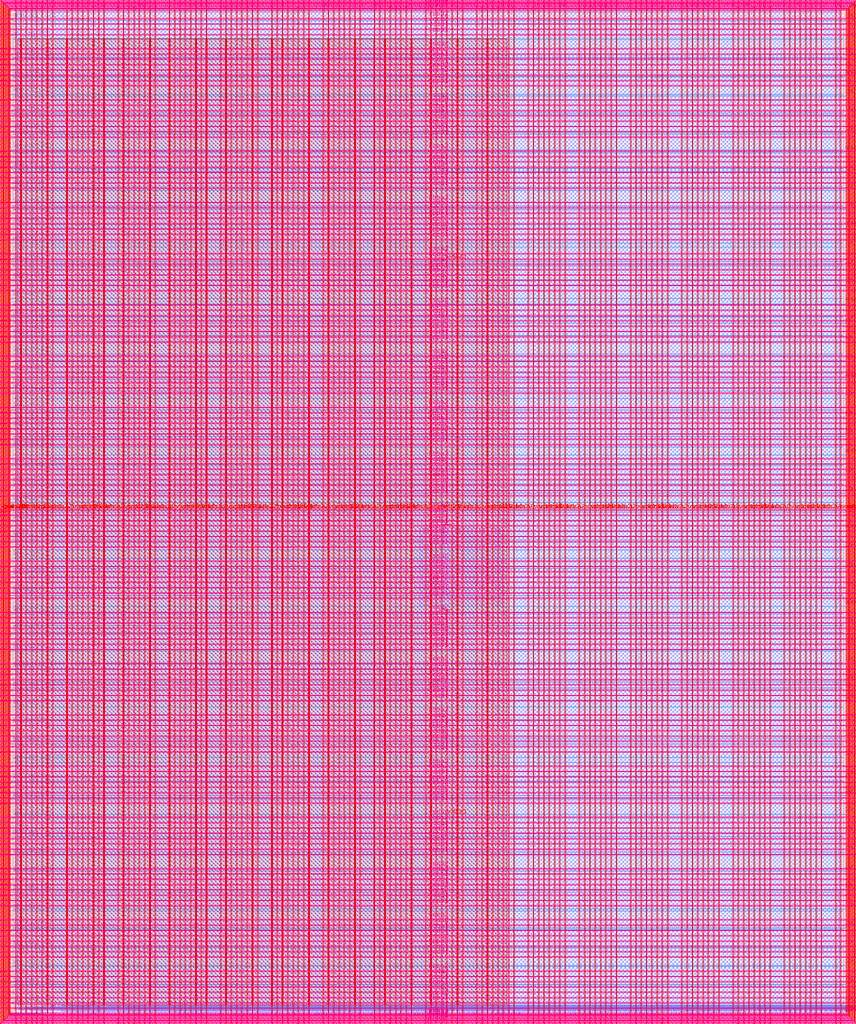
<source format=lef>
VERSION 5.7 ;
  NOWIREEXTENSIONATPIN ON ;
  DIVIDERCHAR "/" ;
  BUSBITCHARS "[]" ;
MACRO user_project_wrapper
  CLASS BLOCK ;
  FOREIGN user_project_wrapper ;
  ORIGIN 0.000 0.000 ;
  SIZE 2920.000 BY 3520.000 ;
  PIN analog_io[0]
    DIRECTION INOUT ;
    USE SIGNAL ;
    PORT
      LAYER met3 ;
        RECT 2917.600 1426.380 2924.800 1427.580 ;
    END
  END analog_io[0]
  PIN analog_io[10]
    DIRECTION INOUT ;
    USE SIGNAL ;
    PORT
      LAYER met2 ;
        RECT 2230.490 3517.600 2231.050 3524.800 ;
    END
  END analog_io[10]
  PIN analog_io[11]
    DIRECTION INOUT ;
    USE SIGNAL ;
    PORT
      LAYER met2 ;
        RECT 1905.730 3517.600 1906.290 3524.800 ;
    END
  END analog_io[11]
  PIN analog_io[12]
    DIRECTION INOUT ;
    USE SIGNAL ;
    PORT
      LAYER met2 ;
        RECT 1581.430 3517.600 1581.990 3524.800 ;
    END
  END analog_io[12]
  PIN analog_io[13]
    DIRECTION INOUT ;
    USE SIGNAL ;
    PORT
      LAYER met2 ;
        RECT 1257.130 3517.600 1257.690 3524.800 ;
    END
  END analog_io[13]
  PIN analog_io[14]
    DIRECTION INOUT ;
    USE SIGNAL ;
    PORT
      LAYER met2 ;
        RECT 932.370 3517.600 932.930 3524.800 ;
    END
  END analog_io[14]
  PIN analog_io[15]
    DIRECTION INOUT ;
    USE SIGNAL ;
    PORT
      LAYER met2 ;
        RECT 608.070 3517.600 608.630 3524.800 ;
    END
  END analog_io[15]
  PIN analog_io[16]
    DIRECTION INOUT ;
    USE SIGNAL ;
    PORT
      LAYER met2 ;
        RECT 283.770 3517.600 284.330 3524.800 ;
    END
  END analog_io[16]
  PIN analog_io[17]
    DIRECTION INOUT ;
    USE SIGNAL ;
    PORT
      LAYER met3 ;
        RECT -4.800 3486.100 2.400 3487.300 ;
    END
  END analog_io[17]
  PIN analog_io[18]
    DIRECTION INOUT ;
    USE SIGNAL ;
    PORT
      LAYER met3 ;
        RECT -4.800 3224.980 2.400 3226.180 ;
    END
  END analog_io[18]
  PIN analog_io[19]
    DIRECTION INOUT ;
    USE SIGNAL ;
    PORT
      LAYER met3 ;
        RECT -4.800 2964.540 2.400 2965.740 ;
    END
  END analog_io[19]
  PIN analog_io[1]
    DIRECTION INOUT ;
    USE SIGNAL ;
    PORT
      LAYER met3 ;
        RECT 2917.600 1692.260 2924.800 1693.460 ;
    END
  END analog_io[1]
  PIN analog_io[20]
    DIRECTION INOUT ;
    USE SIGNAL ;
    PORT
      LAYER met3 ;
        RECT -4.800 2703.420 2.400 2704.620 ;
    END
  END analog_io[20]
  PIN analog_io[21]
    DIRECTION INOUT ;
    USE SIGNAL ;
    PORT
      LAYER met3 ;
        RECT -4.800 2442.980 2.400 2444.180 ;
    END
  END analog_io[21]
  PIN analog_io[22]
    DIRECTION INOUT ;
    USE SIGNAL ;
    PORT
      LAYER met3 ;
        RECT -4.800 2182.540 2.400 2183.740 ;
    END
  END analog_io[22]
  PIN analog_io[23]
    DIRECTION INOUT ;
    USE SIGNAL ;
    PORT
      LAYER met3 ;
        RECT -4.800 1921.420 2.400 1922.620 ;
    END
  END analog_io[23]
  PIN analog_io[24]
    DIRECTION INOUT ;
    USE SIGNAL ;
    PORT
      LAYER met3 ;
        RECT -4.800 1660.980 2.400 1662.180 ;
    END
  END analog_io[24]
  PIN analog_io[25]
    DIRECTION INOUT ;
    USE SIGNAL ;
    PORT
      LAYER met3 ;
        RECT -4.800 1399.860 2.400 1401.060 ;
    END
  END analog_io[25]
  PIN analog_io[26]
    DIRECTION INOUT ;
    USE SIGNAL ;
    PORT
      LAYER met3 ;
        RECT -4.800 1139.420 2.400 1140.620 ;
    END
  END analog_io[26]
  PIN analog_io[27]
    DIRECTION INOUT ;
    USE SIGNAL ;
    PORT
      LAYER met3 ;
        RECT -4.800 878.980 2.400 880.180 ;
    END
  END analog_io[27]
  PIN analog_io[28]
    DIRECTION INOUT ;
    USE SIGNAL ;
    PORT
      LAYER met3 ;
        RECT -4.800 617.860 2.400 619.060 ;
    END
  END analog_io[28]
  PIN analog_io[2]
    DIRECTION INOUT ;
    USE SIGNAL ;
    PORT
      LAYER met3 ;
        RECT 2917.600 1958.140 2924.800 1959.340 ;
    END
  END analog_io[2]
  PIN analog_io[3]
    DIRECTION INOUT ;
    USE SIGNAL ;
    PORT
      LAYER met3 ;
        RECT 2917.600 2223.340 2924.800 2224.540 ;
    END
  END analog_io[3]
  PIN analog_io[4]
    DIRECTION INOUT ;
    USE SIGNAL ;
    PORT
      LAYER met3 ;
        RECT 2917.600 2489.220 2924.800 2490.420 ;
    END
  END analog_io[4]
  PIN analog_io[5]
    DIRECTION INOUT ;
    USE SIGNAL ;
    PORT
      LAYER met3 ;
        RECT 2917.600 2755.100 2924.800 2756.300 ;
    END
  END analog_io[5]
  PIN analog_io[6]
    DIRECTION INOUT ;
    USE SIGNAL ;
    PORT
      LAYER met3 ;
        RECT 2917.600 3020.300 2924.800 3021.500 ;
    END
  END analog_io[6]
  PIN analog_io[7]
    DIRECTION INOUT ;
    USE SIGNAL ;
    PORT
      LAYER met3 ;
        RECT 2917.600 3286.180 2924.800 3287.380 ;
    END
  END analog_io[7]
  PIN analog_io[8]
    DIRECTION INOUT ;
    USE SIGNAL ;
    PORT
      LAYER met2 ;
        RECT 2879.090 3517.600 2879.650 3524.800 ;
    END
  END analog_io[8]
  PIN analog_io[9]
    DIRECTION INOUT ;
    USE SIGNAL ;
    PORT
      LAYER met2 ;
        RECT 2554.790 3517.600 2555.350 3524.800 ;
    END
  END analog_io[9]
  PIN io_in[0]
    DIRECTION INPUT ;
    USE SIGNAL ;
    PORT
      LAYER met3 ;
        RECT 2917.600 32.380 2924.800 33.580 ;
    END
  END io_in[0]
  PIN io_in[10]
    DIRECTION INPUT ;
    USE SIGNAL ;
    PORT
      LAYER met3 ;
        RECT 2917.600 2289.980 2924.800 2291.180 ;
    END
  END io_in[10]
  PIN io_in[11]
    DIRECTION INPUT ;
    USE SIGNAL ;
    PORT
      LAYER met3 ;
        RECT 2917.600 2555.860 2924.800 2557.060 ;
    END
  END io_in[11]
  PIN io_in[12]
    DIRECTION INPUT ;
    USE SIGNAL ;
    PORT
      LAYER met3 ;
        RECT 2917.600 2821.060 2924.800 2822.260 ;
    END
  END io_in[12]
  PIN io_in[13]
    DIRECTION INPUT ;
    USE SIGNAL ;
    PORT
      LAYER met3 ;
        RECT 2917.600 3086.940 2924.800 3088.140 ;
    END
  END io_in[13]
  PIN io_in[14]
    DIRECTION INPUT ;
    USE SIGNAL ;
    PORT
      LAYER met3 ;
        RECT 2917.600 3352.820 2924.800 3354.020 ;
    END
  END io_in[14]
  PIN io_in[15]
    DIRECTION INPUT ;
    USE SIGNAL ;
    PORT
      LAYER met2 ;
        RECT 2798.130 3517.600 2798.690 3524.800 ;
    END
  END io_in[15]
  PIN io_in[16]
    DIRECTION INPUT ;
    USE SIGNAL ;
    PORT
      LAYER met2 ;
        RECT 2473.830 3517.600 2474.390 3524.800 ;
    END
  END io_in[16]
  PIN io_in[17]
    DIRECTION INPUT ;
    USE SIGNAL ;
    PORT
      LAYER met2 ;
        RECT 2149.070 3517.600 2149.630 3524.800 ;
    END
  END io_in[17]
  PIN io_in[18]
    DIRECTION INPUT ;
    USE SIGNAL ;
    PORT
      LAYER met2 ;
        RECT 1824.770 3517.600 1825.330 3524.800 ;
    END
  END io_in[18]
  PIN io_in[19]
    DIRECTION INPUT ;
    USE SIGNAL ;
    PORT
      LAYER met2 ;
        RECT 1500.470 3517.600 1501.030 3524.800 ;
    END
  END io_in[19]
  PIN io_in[1]
    DIRECTION INPUT ;
    USE SIGNAL ;
    PORT
      LAYER met3 ;
        RECT 2917.600 230.940 2924.800 232.140 ;
    END
  END io_in[1]
  PIN io_in[20]
    DIRECTION INPUT ;
    USE SIGNAL ;
    PORT
      LAYER met2 ;
        RECT 1175.710 3517.600 1176.270 3524.800 ;
    END
  END io_in[20]
  PIN io_in[21]
    DIRECTION INPUT ;
    USE SIGNAL ;
    PORT
      LAYER met2 ;
        RECT 851.410 3517.600 851.970 3524.800 ;
    END
  END io_in[21]
  PIN io_in[22]
    DIRECTION INPUT ;
    USE SIGNAL ;
    PORT
      LAYER met2 ;
        RECT 527.110 3517.600 527.670 3524.800 ;
    END
  END io_in[22]
  PIN io_in[23]
    DIRECTION INPUT ;
    USE SIGNAL ;
    PORT
      LAYER met2 ;
        RECT 202.350 3517.600 202.910 3524.800 ;
    END
  END io_in[23]
  PIN io_in[24]
    DIRECTION INPUT ;
    USE SIGNAL ;
    PORT
      LAYER met3 ;
        RECT -4.800 3420.820 2.400 3422.020 ;
    END
  END io_in[24]
  PIN io_in[25]
    DIRECTION INPUT ;
    USE SIGNAL ;
    PORT
      LAYER met3 ;
        RECT -4.800 3159.700 2.400 3160.900 ;
    END
  END io_in[25]
  PIN io_in[26]
    DIRECTION INPUT ;
    USE SIGNAL ;
    PORT
      LAYER met3 ;
        RECT -4.800 2899.260 2.400 2900.460 ;
    END
  END io_in[26]
  PIN io_in[27]
    DIRECTION INPUT ;
    USE SIGNAL ;
    PORT
      LAYER met3 ;
        RECT -4.800 2638.820 2.400 2640.020 ;
    END
  END io_in[27]
  PIN io_in[28]
    DIRECTION INPUT ;
    USE SIGNAL ;
    PORT
      LAYER met3 ;
        RECT -4.800 2377.700 2.400 2378.900 ;
    END
  END io_in[28]
  PIN io_in[29]
    DIRECTION INPUT ;
    USE SIGNAL ;
    PORT
      LAYER met3 ;
        RECT -4.800 2117.260 2.400 2118.460 ;
    END
  END io_in[29]
  PIN io_in[2]
    DIRECTION INPUT ;
    USE SIGNAL ;
    PORT
      LAYER met3 ;
        RECT 2917.600 430.180 2924.800 431.380 ;
    END
  END io_in[2]
  PIN io_in[30]
    DIRECTION INPUT ;
    USE SIGNAL ;
    PORT
      LAYER met3 ;
        RECT -4.800 1856.140 2.400 1857.340 ;
    END
  END io_in[30]
  PIN io_in[31]
    DIRECTION INPUT ;
    USE SIGNAL ;
    PORT
      LAYER met3 ;
        RECT -4.800 1595.700 2.400 1596.900 ;
    END
  END io_in[31]
  PIN io_in[32]
    DIRECTION INPUT ;
    USE SIGNAL ;
    PORT
      LAYER met3 ;
        RECT -4.800 1335.260 2.400 1336.460 ;
    END
  END io_in[32]
  PIN io_in[33]
    DIRECTION INPUT ;
    USE SIGNAL ;
    PORT
      LAYER met3 ;
        RECT -4.800 1074.140 2.400 1075.340 ;
    END
  END io_in[33]
  PIN io_in[34]
    DIRECTION INPUT ;
    USE SIGNAL ;
    PORT
      LAYER met3 ;
        RECT -4.800 813.700 2.400 814.900 ;
    END
  END io_in[34]
  PIN io_in[35]
    DIRECTION INPUT ;
    USE SIGNAL ;
    PORT
      LAYER met3 ;
        RECT -4.800 552.580 2.400 553.780 ;
    END
  END io_in[35]
  PIN io_in[36]
    DIRECTION INPUT ;
    USE SIGNAL ;
    PORT
      LAYER met3 ;
        RECT -4.800 357.420 2.400 358.620 ;
    END
  END io_in[36]
  PIN io_in[37]
    DIRECTION INPUT ;
    USE SIGNAL ;
    PORT
      LAYER met3 ;
        RECT -4.800 161.580 2.400 162.780 ;
    END
  END io_in[37]
  PIN io_in[3]
    DIRECTION INPUT ;
    USE SIGNAL ;
    PORT
      LAYER met3 ;
        RECT 2917.600 629.420 2924.800 630.620 ;
    END
  END io_in[3]
  PIN io_in[4]
    DIRECTION INPUT ;
    USE SIGNAL ;
    PORT
      LAYER met3 ;
        RECT 2917.600 828.660 2924.800 829.860 ;
    END
  END io_in[4]
  PIN io_in[5]
    DIRECTION INPUT ;
    USE SIGNAL ;
    PORT
      LAYER met3 ;
        RECT 2917.600 1027.900 2924.800 1029.100 ;
    END
  END io_in[5]
  PIN io_in[6]
    DIRECTION INPUT ;
    USE SIGNAL ;
    PORT
      LAYER met3 ;
        RECT 2917.600 1227.140 2924.800 1228.340 ;
    END
  END io_in[6]
  PIN io_in[7]
    DIRECTION INPUT ;
    USE SIGNAL ;
    PORT
      LAYER met3 ;
        RECT 2917.600 1493.020 2924.800 1494.220 ;
    END
  END io_in[7]
  PIN io_in[8]
    DIRECTION INPUT ;
    USE SIGNAL ;
    PORT
      LAYER met3 ;
        RECT 2917.600 1758.900 2924.800 1760.100 ;
    END
  END io_in[8]
  PIN io_in[9]
    DIRECTION INPUT ;
    USE SIGNAL ;
    PORT
      LAYER met3 ;
        RECT 2917.600 2024.100 2924.800 2025.300 ;
    END
  END io_in[9]
  PIN io_oeb[0]
    DIRECTION OUTPUT TRISTATE ;
    USE SIGNAL ;
    PORT
      LAYER met3 ;
        RECT 2917.600 164.980 2924.800 166.180 ;
    END
  END io_oeb[0]
  PIN io_oeb[10]
    DIRECTION OUTPUT TRISTATE ;
    USE SIGNAL ;
    PORT
      LAYER met3 ;
        RECT 2917.600 2422.580 2924.800 2423.780 ;
    END
  END io_oeb[10]
  PIN io_oeb[11]
    DIRECTION OUTPUT TRISTATE ;
    USE SIGNAL ;
    PORT
      LAYER met3 ;
        RECT 2917.600 2688.460 2924.800 2689.660 ;
    END
  END io_oeb[11]
  PIN io_oeb[12]
    DIRECTION OUTPUT TRISTATE ;
    USE SIGNAL ;
    PORT
      LAYER met3 ;
        RECT 2917.600 2954.340 2924.800 2955.540 ;
    END
  END io_oeb[12]
  PIN io_oeb[13]
    DIRECTION OUTPUT TRISTATE ;
    USE SIGNAL ;
    PORT
      LAYER met3 ;
        RECT 2917.600 3219.540 2924.800 3220.740 ;
    END
  END io_oeb[13]
  PIN io_oeb[14]
    DIRECTION OUTPUT TRISTATE ;
    USE SIGNAL ;
    PORT
      LAYER met3 ;
        RECT 2917.600 3485.420 2924.800 3486.620 ;
    END
  END io_oeb[14]
  PIN io_oeb[15]
    DIRECTION OUTPUT TRISTATE ;
    USE SIGNAL ;
    PORT
      LAYER met2 ;
        RECT 2635.750 3517.600 2636.310 3524.800 ;
    END
  END io_oeb[15]
  PIN io_oeb[16]
    DIRECTION OUTPUT TRISTATE ;
    USE SIGNAL ;
    PORT
      LAYER met2 ;
        RECT 2311.450 3517.600 2312.010 3524.800 ;
    END
  END io_oeb[16]
  PIN io_oeb[17]
    DIRECTION OUTPUT TRISTATE ;
    USE SIGNAL ;
    PORT
      LAYER met2 ;
        RECT 1987.150 3517.600 1987.710 3524.800 ;
    END
  END io_oeb[17]
  PIN io_oeb[18]
    DIRECTION OUTPUT TRISTATE ;
    USE SIGNAL ;
    PORT
      LAYER met2 ;
        RECT 1662.390 3517.600 1662.950 3524.800 ;
    END
  END io_oeb[18]
  PIN io_oeb[19]
    DIRECTION OUTPUT TRISTATE ;
    USE SIGNAL ;
    PORT
      LAYER met2 ;
        RECT 1338.090 3517.600 1338.650 3524.800 ;
    END
  END io_oeb[19]
  PIN io_oeb[1]
    DIRECTION OUTPUT TRISTATE ;
    USE SIGNAL ;
    PORT
      LAYER met3 ;
        RECT 2917.600 364.220 2924.800 365.420 ;
    END
  END io_oeb[1]
  PIN io_oeb[20]
    DIRECTION OUTPUT TRISTATE ;
    USE SIGNAL ;
    PORT
      LAYER met2 ;
        RECT 1013.790 3517.600 1014.350 3524.800 ;
    END
  END io_oeb[20]
  PIN io_oeb[21]
    DIRECTION OUTPUT TRISTATE ;
    USE SIGNAL ;
    PORT
      LAYER met2 ;
        RECT 689.030 3517.600 689.590 3524.800 ;
    END
  END io_oeb[21]
  PIN io_oeb[22]
    DIRECTION OUTPUT TRISTATE ;
    USE SIGNAL ;
    PORT
      LAYER met2 ;
        RECT 364.730 3517.600 365.290 3524.800 ;
    END
  END io_oeb[22]
  PIN io_oeb[23]
    DIRECTION OUTPUT TRISTATE ;
    USE SIGNAL ;
    PORT
      LAYER met2 ;
        RECT 40.430 3517.600 40.990 3524.800 ;
    END
  END io_oeb[23]
  PIN io_oeb[24]
    DIRECTION OUTPUT TRISTATE ;
    USE SIGNAL ;
    PORT
      LAYER met3 ;
        RECT -4.800 3290.260 2.400 3291.460 ;
    END
  END io_oeb[24]
  PIN io_oeb[25]
    DIRECTION OUTPUT TRISTATE ;
    USE SIGNAL ;
    PORT
      LAYER met3 ;
        RECT -4.800 3029.820 2.400 3031.020 ;
    END
  END io_oeb[25]
  PIN io_oeb[26]
    DIRECTION OUTPUT TRISTATE ;
    USE SIGNAL ;
    PORT
      LAYER met3 ;
        RECT -4.800 2768.700 2.400 2769.900 ;
    END
  END io_oeb[26]
  PIN io_oeb[27]
    DIRECTION OUTPUT TRISTATE ;
    USE SIGNAL ;
    PORT
      LAYER met3 ;
        RECT -4.800 2508.260 2.400 2509.460 ;
    END
  END io_oeb[27]
  PIN io_oeb[28]
    DIRECTION OUTPUT TRISTATE ;
    USE SIGNAL ;
    PORT
      LAYER met3 ;
        RECT -4.800 2247.140 2.400 2248.340 ;
    END
  END io_oeb[28]
  PIN io_oeb[29]
    DIRECTION OUTPUT TRISTATE ;
    USE SIGNAL ;
    PORT
      LAYER met3 ;
        RECT -4.800 1986.700 2.400 1987.900 ;
    END
  END io_oeb[29]
  PIN io_oeb[2]
    DIRECTION OUTPUT TRISTATE ;
    USE SIGNAL ;
    PORT
      LAYER met3 ;
        RECT 2917.600 563.460 2924.800 564.660 ;
    END
  END io_oeb[2]
  PIN io_oeb[30]
    DIRECTION OUTPUT TRISTATE ;
    USE SIGNAL ;
    PORT
      LAYER met3 ;
        RECT -4.800 1726.260 2.400 1727.460 ;
    END
  END io_oeb[30]
  PIN io_oeb[31]
    DIRECTION OUTPUT TRISTATE ;
    USE SIGNAL ;
    PORT
      LAYER met3 ;
        RECT -4.800 1465.140 2.400 1466.340 ;
    END
  END io_oeb[31]
  PIN io_oeb[32]
    DIRECTION OUTPUT TRISTATE ;
    USE SIGNAL ;
    PORT
      LAYER met3 ;
        RECT -4.800 1204.700 2.400 1205.900 ;
    END
  END io_oeb[32]
  PIN io_oeb[33]
    DIRECTION OUTPUT TRISTATE ;
    USE SIGNAL ;
    PORT
      LAYER met3 ;
        RECT -4.800 943.580 2.400 944.780 ;
    END
  END io_oeb[33]
  PIN io_oeb[34]
    DIRECTION OUTPUT TRISTATE ;
    USE SIGNAL ;
    PORT
      LAYER met3 ;
        RECT -4.800 683.140 2.400 684.340 ;
    END
  END io_oeb[34]
  PIN io_oeb[35]
    DIRECTION OUTPUT TRISTATE ;
    USE SIGNAL ;
    PORT
      LAYER met3 ;
        RECT -4.800 422.700 2.400 423.900 ;
    END
  END io_oeb[35]
  PIN io_oeb[36]
    DIRECTION OUTPUT TRISTATE ;
    USE SIGNAL ;
    PORT
      LAYER met3 ;
        RECT -4.800 226.860 2.400 228.060 ;
    END
  END io_oeb[36]
  PIN io_oeb[37]
    DIRECTION OUTPUT TRISTATE ;
    USE SIGNAL ;
    PORT
      LAYER met3 ;
        RECT -4.800 31.700 2.400 32.900 ;
    END
  END io_oeb[37]
  PIN io_oeb[3]
    DIRECTION OUTPUT TRISTATE ;
    USE SIGNAL ;
    PORT
      LAYER met3 ;
        RECT 2917.600 762.700 2924.800 763.900 ;
    END
  END io_oeb[3]
  PIN io_oeb[4]
    DIRECTION OUTPUT TRISTATE ;
    USE SIGNAL ;
    PORT
      LAYER met3 ;
        RECT 2917.600 961.940 2924.800 963.140 ;
    END
  END io_oeb[4]
  PIN io_oeb[5]
    DIRECTION OUTPUT TRISTATE ;
    USE SIGNAL ;
    PORT
      LAYER met3 ;
        RECT 2917.600 1161.180 2924.800 1162.380 ;
    END
  END io_oeb[5]
  PIN io_oeb[6]
    DIRECTION OUTPUT TRISTATE ;
    USE SIGNAL ;
    PORT
      LAYER met3 ;
        RECT 2917.600 1360.420 2924.800 1361.620 ;
    END
  END io_oeb[6]
  PIN io_oeb[7]
    DIRECTION OUTPUT TRISTATE ;
    USE SIGNAL ;
    PORT
      LAYER met3 ;
        RECT 2917.600 1625.620 2924.800 1626.820 ;
    END
  END io_oeb[7]
  PIN io_oeb[8]
    DIRECTION OUTPUT TRISTATE ;
    USE SIGNAL ;
    PORT
      LAYER met3 ;
        RECT 2917.600 1891.500 2924.800 1892.700 ;
    END
  END io_oeb[8]
  PIN io_oeb[9]
    DIRECTION OUTPUT TRISTATE ;
    USE SIGNAL ;
    PORT
      LAYER met3 ;
        RECT 2917.600 2157.380 2924.800 2158.580 ;
    END
  END io_oeb[9]
  PIN io_out[0]
    DIRECTION OUTPUT TRISTATE ;
    USE SIGNAL ;
    PORT
      LAYER met3 ;
        RECT 2917.600 98.340 2924.800 99.540 ;
    END
  END io_out[0]
  PIN io_out[10]
    DIRECTION OUTPUT TRISTATE ;
    USE SIGNAL ;
    PORT
      LAYER met3 ;
        RECT 2917.600 2356.620 2924.800 2357.820 ;
    END
  END io_out[10]
  PIN io_out[11]
    DIRECTION OUTPUT TRISTATE ;
    USE SIGNAL ;
    PORT
      LAYER met3 ;
        RECT 2917.600 2621.820 2924.800 2623.020 ;
    END
  END io_out[11]
  PIN io_out[12]
    DIRECTION OUTPUT TRISTATE ;
    USE SIGNAL ;
    PORT
      LAYER met3 ;
        RECT 2917.600 2887.700 2924.800 2888.900 ;
    END
  END io_out[12]
  PIN io_out[13]
    DIRECTION OUTPUT TRISTATE ;
    USE SIGNAL ;
    PORT
      LAYER met3 ;
        RECT 2917.600 3153.580 2924.800 3154.780 ;
    END
  END io_out[13]
  PIN io_out[14]
    DIRECTION OUTPUT TRISTATE ;
    USE SIGNAL ;
    PORT
      LAYER met3 ;
        RECT 2917.600 3418.780 2924.800 3419.980 ;
    END
  END io_out[14]
  PIN io_out[15]
    DIRECTION OUTPUT TRISTATE ;
    USE SIGNAL ;
    PORT
      LAYER met2 ;
        RECT 2717.170 3517.600 2717.730 3524.800 ;
    END
  END io_out[15]
  PIN io_out[16]
    DIRECTION OUTPUT TRISTATE ;
    USE SIGNAL ;
    PORT
      LAYER met2 ;
        RECT 2392.410 3517.600 2392.970 3524.800 ;
    END
  END io_out[16]
  PIN io_out[17]
    DIRECTION OUTPUT TRISTATE ;
    USE SIGNAL ;
    PORT
      LAYER met2 ;
        RECT 2068.110 3517.600 2068.670 3524.800 ;
    END
  END io_out[17]
  PIN io_out[18]
    DIRECTION OUTPUT TRISTATE ;
    USE SIGNAL ;
    PORT
      LAYER met2 ;
        RECT 1743.810 3517.600 1744.370 3524.800 ;
    END
  END io_out[18]
  PIN io_out[19]
    DIRECTION OUTPUT TRISTATE ;
    USE SIGNAL ;
    PORT
      LAYER met2 ;
        RECT 1419.050 3517.600 1419.610 3524.800 ;
    END
  END io_out[19]
  PIN io_out[1]
    DIRECTION OUTPUT TRISTATE ;
    USE SIGNAL ;
    PORT
      LAYER met3 ;
        RECT 2917.600 297.580 2924.800 298.780 ;
    END
  END io_out[1]
  PIN io_out[20]
    DIRECTION OUTPUT TRISTATE ;
    USE SIGNAL ;
    PORT
      LAYER met2 ;
        RECT 1094.750 3517.600 1095.310 3524.800 ;
    END
  END io_out[20]
  PIN io_out[21]
    DIRECTION OUTPUT TRISTATE ;
    USE SIGNAL ;
    PORT
      LAYER met2 ;
        RECT 770.450 3517.600 771.010 3524.800 ;
    END
  END io_out[21]
  PIN io_out[22]
    DIRECTION OUTPUT TRISTATE ;
    USE SIGNAL ;
    PORT
      LAYER met2 ;
        RECT 445.690 3517.600 446.250 3524.800 ;
    END
  END io_out[22]
  PIN io_out[23]
    DIRECTION OUTPUT TRISTATE ;
    USE SIGNAL ;
    PORT
      LAYER met2 ;
        RECT 121.390 3517.600 121.950 3524.800 ;
    END
  END io_out[23]
  PIN io_out[24]
    DIRECTION OUTPUT TRISTATE ;
    USE SIGNAL ;
    PORT
      LAYER met3 ;
        RECT -4.800 3355.540 2.400 3356.740 ;
    END
  END io_out[24]
  PIN io_out[25]
    DIRECTION OUTPUT TRISTATE ;
    USE SIGNAL ;
    PORT
      LAYER met3 ;
        RECT -4.800 3095.100 2.400 3096.300 ;
    END
  END io_out[25]
  PIN io_out[26]
    DIRECTION OUTPUT TRISTATE ;
    USE SIGNAL ;
    PORT
      LAYER met3 ;
        RECT -4.800 2833.980 2.400 2835.180 ;
    END
  END io_out[26]
  PIN io_out[27]
    DIRECTION OUTPUT TRISTATE ;
    USE SIGNAL ;
    PORT
      LAYER met3 ;
        RECT -4.800 2573.540 2.400 2574.740 ;
    END
  END io_out[27]
  PIN io_out[28]
    DIRECTION OUTPUT TRISTATE ;
    USE SIGNAL ;
    PORT
      LAYER met3 ;
        RECT -4.800 2312.420 2.400 2313.620 ;
    END
  END io_out[28]
  PIN io_out[29]
    DIRECTION OUTPUT TRISTATE ;
    USE SIGNAL ;
    PORT
      LAYER met3 ;
        RECT -4.800 2051.980 2.400 2053.180 ;
    END
  END io_out[29]
  PIN io_out[2]
    DIRECTION OUTPUT TRISTATE ;
    USE SIGNAL ;
    PORT
      LAYER met3 ;
        RECT 2917.600 496.820 2924.800 498.020 ;
    END
  END io_out[2]
  PIN io_out[30]
    DIRECTION OUTPUT TRISTATE ;
    USE SIGNAL ;
    PORT
      LAYER met3 ;
        RECT -4.800 1791.540 2.400 1792.740 ;
    END
  END io_out[30]
  PIN io_out[31]
    DIRECTION OUTPUT TRISTATE ;
    USE SIGNAL ;
    PORT
      LAYER met3 ;
        RECT -4.800 1530.420 2.400 1531.620 ;
    END
  END io_out[31]
  PIN io_out[32]
    DIRECTION OUTPUT TRISTATE ;
    USE SIGNAL ;
    PORT
      LAYER met3 ;
        RECT -4.800 1269.980 2.400 1271.180 ;
    END
  END io_out[32]
  PIN io_out[33]
    DIRECTION OUTPUT TRISTATE ;
    USE SIGNAL ;
    PORT
      LAYER met3 ;
        RECT -4.800 1008.860 2.400 1010.060 ;
    END
  END io_out[33]
  PIN io_out[34]
    DIRECTION OUTPUT TRISTATE ;
    USE SIGNAL ;
    PORT
      LAYER met3 ;
        RECT -4.800 748.420 2.400 749.620 ;
    END
  END io_out[34]
  PIN io_out[35]
    DIRECTION OUTPUT TRISTATE ;
    USE SIGNAL ;
    PORT
      LAYER met3 ;
        RECT -4.800 487.300 2.400 488.500 ;
    END
  END io_out[35]
  PIN io_out[36]
    DIRECTION OUTPUT TRISTATE ;
    USE SIGNAL ;
    PORT
      LAYER met3 ;
        RECT -4.800 292.140 2.400 293.340 ;
    END
  END io_out[36]
  PIN io_out[37]
    DIRECTION OUTPUT TRISTATE ;
    USE SIGNAL ;
    PORT
      LAYER met3 ;
        RECT -4.800 96.300 2.400 97.500 ;
    END
  END io_out[37]
  PIN io_out[3]
    DIRECTION OUTPUT TRISTATE ;
    USE SIGNAL ;
    PORT
      LAYER met3 ;
        RECT 2917.600 696.060 2924.800 697.260 ;
    END
  END io_out[3]
  PIN io_out[4]
    DIRECTION OUTPUT TRISTATE ;
    USE SIGNAL ;
    PORT
      LAYER met3 ;
        RECT 2917.600 895.300 2924.800 896.500 ;
    END
  END io_out[4]
  PIN io_out[5]
    DIRECTION OUTPUT TRISTATE ;
    USE SIGNAL ;
    PORT
      LAYER met3 ;
        RECT 2917.600 1094.540 2924.800 1095.740 ;
    END
  END io_out[5]
  PIN io_out[6]
    DIRECTION OUTPUT TRISTATE ;
    USE SIGNAL ;
    PORT
      LAYER met3 ;
        RECT 2917.600 1293.780 2924.800 1294.980 ;
    END
  END io_out[6]
  PIN io_out[7]
    DIRECTION OUTPUT TRISTATE ;
    USE SIGNAL ;
    PORT
      LAYER met3 ;
        RECT 2917.600 1559.660 2924.800 1560.860 ;
    END
  END io_out[7]
  PIN io_out[8]
    DIRECTION OUTPUT TRISTATE ;
    USE SIGNAL ;
    PORT
      LAYER met3 ;
        RECT 2917.600 1824.860 2924.800 1826.060 ;
    END
  END io_out[8]
  PIN io_out[9]
    DIRECTION OUTPUT TRISTATE ;
    USE SIGNAL ;
    PORT
      LAYER met3 ;
        RECT 2917.600 2090.740 2924.800 2091.940 ;
    END
  END io_out[9]
  PIN la_data_in[0]
    DIRECTION INPUT ;
    USE SIGNAL ;
    PORT
      LAYER met2 ;
        RECT 629.230 -4.800 629.790 2.400 ;
    END
  END la_data_in[0]
  PIN la_data_in[100]
    DIRECTION INPUT ;
    USE SIGNAL ;
    PORT
      LAYER met2 ;
        RECT 2402.530 -4.800 2403.090 2.400 ;
    END
  END la_data_in[100]
  PIN la_data_in[101]
    DIRECTION INPUT ;
    USE SIGNAL ;
    PORT
      LAYER met2 ;
        RECT 2420.010 -4.800 2420.570 2.400 ;
    END
  END la_data_in[101]
  PIN la_data_in[102]
    DIRECTION INPUT ;
    USE SIGNAL ;
    PORT
      LAYER met2 ;
        RECT 2437.950 -4.800 2438.510 2.400 ;
    END
  END la_data_in[102]
  PIN la_data_in[103]
    DIRECTION INPUT ;
    USE SIGNAL ;
    PORT
      LAYER met2 ;
        RECT 2455.430 -4.800 2455.990 2.400 ;
    END
  END la_data_in[103]
  PIN la_data_in[104]
    DIRECTION INPUT ;
    USE SIGNAL ;
    PORT
      LAYER met2 ;
        RECT 2473.370 -4.800 2473.930 2.400 ;
    END
  END la_data_in[104]
  PIN la_data_in[105]
    DIRECTION INPUT ;
    USE SIGNAL ;
    PORT
      LAYER met2 ;
        RECT 2490.850 -4.800 2491.410 2.400 ;
    END
  END la_data_in[105]
  PIN la_data_in[106]
    DIRECTION INPUT ;
    USE SIGNAL ;
    PORT
      LAYER met2 ;
        RECT 2508.790 -4.800 2509.350 2.400 ;
    END
  END la_data_in[106]
  PIN la_data_in[107]
    DIRECTION INPUT ;
    USE SIGNAL ;
    PORT
      LAYER met2 ;
        RECT 2526.730 -4.800 2527.290 2.400 ;
    END
  END la_data_in[107]
  PIN la_data_in[108]
    DIRECTION INPUT ;
    USE SIGNAL ;
    PORT
      LAYER met2 ;
        RECT 2544.210 -4.800 2544.770 2.400 ;
    END
  END la_data_in[108]
  PIN la_data_in[109]
    DIRECTION INPUT ;
    USE SIGNAL ;
    PORT
      LAYER met2 ;
        RECT 2562.150 -4.800 2562.710 2.400 ;
    END
  END la_data_in[109]
  PIN la_data_in[10]
    DIRECTION INPUT ;
    USE SIGNAL ;
    PORT
      LAYER met2 ;
        RECT 806.330 -4.800 806.890 2.400 ;
    END
  END la_data_in[10]
  PIN la_data_in[110]
    DIRECTION INPUT ;
    USE SIGNAL ;
    PORT
      LAYER met2 ;
        RECT 2579.630 -4.800 2580.190 2.400 ;
    END
  END la_data_in[110]
  PIN la_data_in[111]
    DIRECTION INPUT ;
    USE SIGNAL ;
    PORT
      LAYER met2 ;
        RECT 2597.570 -4.800 2598.130 2.400 ;
    END
  END la_data_in[111]
  PIN la_data_in[112]
    DIRECTION INPUT ;
    USE SIGNAL ;
    PORT
      LAYER met2 ;
        RECT 2615.050 -4.800 2615.610 2.400 ;
    END
  END la_data_in[112]
  PIN la_data_in[113]
    DIRECTION INPUT ;
    USE SIGNAL ;
    PORT
      LAYER met2 ;
        RECT 2632.990 -4.800 2633.550 2.400 ;
    END
  END la_data_in[113]
  PIN la_data_in[114]
    DIRECTION INPUT ;
    USE SIGNAL ;
    PORT
      LAYER met2 ;
        RECT 2650.470 -4.800 2651.030 2.400 ;
    END
  END la_data_in[114]
  PIN la_data_in[115]
    DIRECTION INPUT ;
    USE SIGNAL ;
    PORT
      LAYER met2 ;
        RECT 2668.410 -4.800 2668.970 2.400 ;
    END
  END la_data_in[115]
  PIN la_data_in[116]
    DIRECTION INPUT ;
    USE SIGNAL ;
    PORT
      LAYER met2 ;
        RECT 2685.890 -4.800 2686.450 2.400 ;
    END
  END la_data_in[116]
  PIN la_data_in[117]
    DIRECTION INPUT ;
    USE SIGNAL ;
    PORT
      LAYER met2 ;
        RECT 2703.830 -4.800 2704.390 2.400 ;
    END
  END la_data_in[117]
  PIN la_data_in[118]
    DIRECTION INPUT ;
    USE SIGNAL ;
    PORT
      LAYER met2 ;
        RECT 2721.770 -4.800 2722.330 2.400 ;
    END
  END la_data_in[118]
  PIN la_data_in[119]
    DIRECTION INPUT ;
    USE SIGNAL ;
    PORT
      LAYER met2 ;
        RECT 2739.250 -4.800 2739.810 2.400 ;
    END
  END la_data_in[119]
  PIN la_data_in[11]
    DIRECTION INPUT ;
    USE SIGNAL ;
    PORT
      LAYER met2 ;
        RECT 824.270 -4.800 824.830 2.400 ;
    END
  END la_data_in[11]
  PIN la_data_in[120]
    DIRECTION INPUT ;
    USE SIGNAL ;
    PORT
      LAYER met2 ;
        RECT 2757.190 -4.800 2757.750 2.400 ;
    END
  END la_data_in[120]
  PIN la_data_in[121]
    DIRECTION INPUT ;
    USE SIGNAL ;
    PORT
      LAYER met2 ;
        RECT 2774.670 -4.800 2775.230 2.400 ;
    END
  END la_data_in[121]
  PIN la_data_in[122]
    DIRECTION INPUT ;
    USE SIGNAL ;
    PORT
      LAYER met2 ;
        RECT 2792.610 -4.800 2793.170 2.400 ;
    END
  END la_data_in[122]
  PIN la_data_in[123]
    DIRECTION INPUT ;
    USE SIGNAL ;
    PORT
      LAYER met2 ;
        RECT 2810.090 -4.800 2810.650 2.400 ;
    END
  END la_data_in[123]
  PIN la_data_in[124]
    DIRECTION INPUT ;
    USE SIGNAL ;
    PORT
      LAYER met2 ;
        RECT 2828.030 -4.800 2828.590 2.400 ;
    END
  END la_data_in[124]
  PIN la_data_in[125]
    DIRECTION INPUT ;
    USE SIGNAL ;
    PORT
      LAYER met2 ;
        RECT 2845.510 -4.800 2846.070 2.400 ;
    END
  END la_data_in[125]
  PIN la_data_in[126]
    DIRECTION INPUT ;
    USE SIGNAL ;
    PORT
      LAYER met2 ;
        RECT 2863.450 -4.800 2864.010 2.400 ;
    END
  END la_data_in[126]
  PIN la_data_in[127]
    DIRECTION INPUT ;
    USE SIGNAL ;
    PORT
      LAYER met2 ;
        RECT 2881.390 -4.800 2881.950 2.400 ;
    END
  END la_data_in[127]
  PIN la_data_in[12]
    DIRECTION INPUT ;
    USE SIGNAL ;
    PORT
      LAYER met2 ;
        RECT 841.750 -4.800 842.310 2.400 ;
    END
  END la_data_in[12]
  PIN la_data_in[13]
    DIRECTION INPUT ;
    USE SIGNAL ;
    PORT
      LAYER met2 ;
        RECT 859.690 -4.800 860.250 2.400 ;
    END
  END la_data_in[13]
  PIN la_data_in[14]
    DIRECTION INPUT ;
    USE SIGNAL ;
    PORT
      LAYER met2 ;
        RECT 877.170 -4.800 877.730 2.400 ;
    END
  END la_data_in[14]
  PIN la_data_in[15]
    DIRECTION INPUT ;
    USE SIGNAL ;
    PORT
      LAYER met2 ;
        RECT 895.110 -4.800 895.670 2.400 ;
    END
  END la_data_in[15]
  PIN la_data_in[16]
    DIRECTION INPUT ;
    USE SIGNAL ;
    PORT
      LAYER met2 ;
        RECT 912.590 -4.800 913.150 2.400 ;
    END
  END la_data_in[16]
  PIN la_data_in[17]
    DIRECTION INPUT ;
    USE SIGNAL ;
    PORT
      LAYER met2 ;
        RECT 930.530 -4.800 931.090 2.400 ;
    END
  END la_data_in[17]
  PIN la_data_in[18]
    DIRECTION INPUT ;
    USE SIGNAL ;
    PORT
      LAYER met2 ;
        RECT 948.470 -4.800 949.030 2.400 ;
    END
  END la_data_in[18]
  PIN la_data_in[19]
    DIRECTION INPUT ;
    USE SIGNAL ;
    PORT
      LAYER met2 ;
        RECT 965.950 -4.800 966.510 2.400 ;
    END
  END la_data_in[19]
  PIN la_data_in[1]
    DIRECTION INPUT ;
    USE SIGNAL ;
    PORT
      LAYER met2 ;
        RECT 646.710 -4.800 647.270 2.400 ;
    END
  END la_data_in[1]
  PIN la_data_in[20]
    DIRECTION INPUT ;
    USE SIGNAL ;
    PORT
      LAYER met2 ;
        RECT 983.890 -4.800 984.450 2.400 ;
    END
  END la_data_in[20]
  PIN la_data_in[21]
    DIRECTION INPUT ;
    USE SIGNAL ;
    PORT
      LAYER met2 ;
        RECT 1001.370 -4.800 1001.930 2.400 ;
    END
  END la_data_in[21]
  PIN la_data_in[22]
    DIRECTION INPUT ;
    USE SIGNAL ;
    PORT
      LAYER met2 ;
        RECT 1019.310 -4.800 1019.870 2.400 ;
    END
  END la_data_in[22]
  PIN la_data_in[23]
    DIRECTION INPUT ;
    USE SIGNAL ;
    PORT
      LAYER met2 ;
        RECT 1036.790 -4.800 1037.350 2.400 ;
    END
  END la_data_in[23]
  PIN la_data_in[24]
    DIRECTION INPUT ;
    USE SIGNAL ;
    PORT
      LAYER met2 ;
        RECT 1054.730 -4.800 1055.290 2.400 ;
    END
  END la_data_in[24]
  PIN la_data_in[25]
    DIRECTION INPUT ;
    USE SIGNAL ;
    PORT
      LAYER met2 ;
        RECT 1072.210 -4.800 1072.770 2.400 ;
    END
  END la_data_in[25]
  PIN la_data_in[26]
    DIRECTION INPUT ;
    USE SIGNAL ;
    PORT
      LAYER met2 ;
        RECT 1090.150 -4.800 1090.710 2.400 ;
    END
  END la_data_in[26]
  PIN la_data_in[27]
    DIRECTION INPUT ;
    USE SIGNAL ;
    PORT
      LAYER met2 ;
        RECT 1107.630 -4.800 1108.190 2.400 ;
    END
  END la_data_in[27]
  PIN la_data_in[28]
    DIRECTION INPUT ;
    USE SIGNAL ;
    PORT
      LAYER met2 ;
        RECT 1125.570 -4.800 1126.130 2.400 ;
    END
  END la_data_in[28]
  PIN la_data_in[29]
    DIRECTION INPUT ;
    USE SIGNAL ;
    PORT
      LAYER met2 ;
        RECT 1143.510 -4.800 1144.070 2.400 ;
    END
  END la_data_in[29]
  PIN la_data_in[2]
    DIRECTION INPUT ;
    USE SIGNAL ;
    PORT
      LAYER met2 ;
        RECT 664.650 -4.800 665.210 2.400 ;
    END
  END la_data_in[2]
  PIN la_data_in[30]
    DIRECTION INPUT ;
    USE SIGNAL ;
    PORT
      LAYER met2 ;
        RECT 1160.990 -4.800 1161.550 2.400 ;
    END
  END la_data_in[30]
  PIN la_data_in[31]
    DIRECTION INPUT ;
    USE SIGNAL ;
    PORT
      LAYER met2 ;
        RECT 1178.930 -4.800 1179.490 2.400 ;
    END
  END la_data_in[31]
  PIN la_data_in[32]
    DIRECTION INPUT ;
    USE SIGNAL ;
    PORT
      LAYER met2 ;
        RECT 1196.410 -4.800 1196.970 2.400 ;
    END
  END la_data_in[32]
  PIN la_data_in[33]
    DIRECTION INPUT ;
    USE SIGNAL ;
    PORT
      LAYER met2 ;
        RECT 1214.350 -4.800 1214.910 2.400 ;
    END
  END la_data_in[33]
  PIN la_data_in[34]
    DIRECTION INPUT ;
    USE SIGNAL ;
    PORT
      LAYER met2 ;
        RECT 1231.830 -4.800 1232.390 2.400 ;
    END
  END la_data_in[34]
  PIN la_data_in[35]
    DIRECTION INPUT ;
    USE SIGNAL ;
    PORT
      LAYER met2 ;
        RECT 1249.770 -4.800 1250.330 2.400 ;
    END
  END la_data_in[35]
  PIN la_data_in[36]
    DIRECTION INPUT ;
    USE SIGNAL ;
    PORT
      LAYER met2 ;
        RECT 1267.250 -4.800 1267.810 2.400 ;
    END
  END la_data_in[36]
  PIN la_data_in[37]
    DIRECTION INPUT ;
    USE SIGNAL ;
    PORT
      LAYER met2 ;
        RECT 1285.190 -4.800 1285.750 2.400 ;
    END
  END la_data_in[37]
  PIN la_data_in[38]
    DIRECTION INPUT ;
    USE SIGNAL ;
    PORT
      LAYER met2 ;
        RECT 1303.130 -4.800 1303.690 2.400 ;
    END
  END la_data_in[38]
  PIN la_data_in[39]
    DIRECTION INPUT ;
    USE SIGNAL ;
    PORT
      LAYER met2 ;
        RECT 1320.610 -4.800 1321.170 2.400 ;
    END
  END la_data_in[39]
  PIN la_data_in[3]
    DIRECTION INPUT ;
    USE SIGNAL ;
    PORT
      LAYER met2 ;
        RECT 682.130 -4.800 682.690 2.400 ;
    END
  END la_data_in[3]
  PIN la_data_in[40]
    DIRECTION INPUT ;
    USE SIGNAL ;
    PORT
      LAYER met2 ;
        RECT 1338.550 -4.800 1339.110 2.400 ;
    END
  END la_data_in[40]
  PIN la_data_in[41]
    DIRECTION INPUT ;
    USE SIGNAL ;
    PORT
      LAYER met2 ;
        RECT 1356.030 -4.800 1356.590 2.400 ;
    END
  END la_data_in[41]
  PIN la_data_in[42]
    DIRECTION INPUT ;
    USE SIGNAL ;
    PORT
      LAYER met2 ;
        RECT 1373.970 -4.800 1374.530 2.400 ;
    END
  END la_data_in[42]
  PIN la_data_in[43]
    DIRECTION INPUT ;
    USE SIGNAL ;
    PORT
      LAYER met2 ;
        RECT 1391.450 -4.800 1392.010 2.400 ;
    END
  END la_data_in[43]
  PIN la_data_in[44]
    DIRECTION INPUT ;
    USE SIGNAL ;
    PORT
      LAYER met2 ;
        RECT 1409.390 -4.800 1409.950 2.400 ;
    END
  END la_data_in[44]
  PIN la_data_in[45]
    DIRECTION INPUT ;
    USE SIGNAL ;
    PORT
      LAYER met2 ;
        RECT 1426.870 -4.800 1427.430 2.400 ;
    END
  END la_data_in[45]
  PIN la_data_in[46]
    DIRECTION INPUT ;
    USE SIGNAL ;
    PORT
      LAYER met2 ;
        RECT 1444.810 -4.800 1445.370 2.400 ;
    END
  END la_data_in[46]
  PIN la_data_in[47]
    DIRECTION INPUT ;
    USE SIGNAL ;
    PORT
      LAYER met2 ;
        RECT 1462.750 -4.800 1463.310 2.400 ;
    END
  END la_data_in[47]
  PIN la_data_in[48]
    DIRECTION INPUT ;
    USE SIGNAL ;
    PORT
      LAYER met2 ;
        RECT 1480.230 -4.800 1480.790 2.400 ;
    END
  END la_data_in[48]
  PIN la_data_in[49]
    DIRECTION INPUT ;
    USE SIGNAL ;
    PORT
      LAYER met2 ;
        RECT 1498.170 -4.800 1498.730 2.400 ;
    END
  END la_data_in[49]
  PIN la_data_in[4]
    DIRECTION INPUT ;
    USE SIGNAL ;
    PORT
      LAYER met2 ;
        RECT 700.070 -4.800 700.630 2.400 ;
    END
  END la_data_in[4]
  PIN la_data_in[50]
    DIRECTION INPUT ;
    USE SIGNAL ;
    PORT
      LAYER met2 ;
        RECT 1515.650 -4.800 1516.210 2.400 ;
    END
  END la_data_in[50]
  PIN la_data_in[51]
    DIRECTION INPUT ;
    USE SIGNAL ;
    PORT
      LAYER met2 ;
        RECT 1533.590 -4.800 1534.150 2.400 ;
    END
  END la_data_in[51]
  PIN la_data_in[52]
    DIRECTION INPUT ;
    USE SIGNAL ;
    PORT
      LAYER met2 ;
        RECT 1551.070 -4.800 1551.630 2.400 ;
    END
  END la_data_in[52]
  PIN la_data_in[53]
    DIRECTION INPUT ;
    USE SIGNAL ;
    PORT
      LAYER met2 ;
        RECT 1569.010 -4.800 1569.570 2.400 ;
    END
  END la_data_in[53]
  PIN la_data_in[54]
    DIRECTION INPUT ;
    USE SIGNAL ;
    PORT
      LAYER met2 ;
        RECT 1586.490 -4.800 1587.050 2.400 ;
    END
  END la_data_in[54]
  PIN la_data_in[55]
    DIRECTION INPUT ;
    USE SIGNAL ;
    PORT
      LAYER met2 ;
        RECT 1604.430 -4.800 1604.990 2.400 ;
    END
  END la_data_in[55]
  PIN la_data_in[56]
    DIRECTION INPUT ;
    USE SIGNAL ;
    PORT
      LAYER met2 ;
        RECT 1621.910 -4.800 1622.470 2.400 ;
    END
  END la_data_in[56]
  PIN la_data_in[57]
    DIRECTION INPUT ;
    USE SIGNAL ;
    PORT
      LAYER met2 ;
        RECT 1639.850 -4.800 1640.410 2.400 ;
    END
  END la_data_in[57]
  PIN la_data_in[58]
    DIRECTION INPUT ;
    USE SIGNAL ;
    PORT
      LAYER met2 ;
        RECT 1657.790 -4.800 1658.350 2.400 ;
    END
  END la_data_in[58]
  PIN la_data_in[59]
    DIRECTION INPUT ;
    USE SIGNAL ;
    PORT
      LAYER met2 ;
        RECT 1675.270 -4.800 1675.830 2.400 ;
    END
  END la_data_in[59]
  PIN la_data_in[5]
    DIRECTION INPUT ;
    USE SIGNAL ;
    PORT
      LAYER met2 ;
        RECT 717.550 -4.800 718.110 2.400 ;
    END
  END la_data_in[5]
  PIN la_data_in[60]
    DIRECTION INPUT ;
    USE SIGNAL ;
    PORT
      LAYER met2 ;
        RECT 1693.210 -4.800 1693.770 2.400 ;
    END
  END la_data_in[60]
  PIN la_data_in[61]
    DIRECTION INPUT ;
    USE SIGNAL ;
    PORT
      LAYER met2 ;
        RECT 1710.690 -4.800 1711.250 2.400 ;
    END
  END la_data_in[61]
  PIN la_data_in[62]
    DIRECTION INPUT ;
    USE SIGNAL ;
    PORT
      LAYER met2 ;
        RECT 1728.630 -4.800 1729.190 2.400 ;
    END
  END la_data_in[62]
  PIN la_data_in[63]
    DIRECTION INPUT ;
    USE SIGNAL ;
    PORT
      LAYER met2 ;
        RECT 1746.110 -4.800 1746.670 2.400 ;
    END
  END la_data_in[63]
  PIN la_data_in[64]
    DIRECTION INPUT ;
    USE SIGNAL ;
    PORT
      LAYER met2 ;
        RECT 1764.050 -4.800 1764.610 2.400 ;
    END
  END la_data_in[64]
  PIN la_data_in[65]
    DIRECTION INPUT ;
    USE SIGNAL ;
    PORT
      LAYER met2 ;
        RECT 1781.530 -4.800 1782.090 2.400 ;
    END
  END la_data_in[65]
  PIN la_data_in[66]
    DIRECTION INPUT ;
    USE SIGNAL ;
    PORT
      LAYER met2 ;
        RECT 1799.470 -4.800 1800.030 2.400 ;
    END
  END la_data_in[66]
  PIN la_data_in[67]
    DIRECTION INPUT ;
    USE SIGNAL ;
    PORT
      LAYER met2 ;
        RECT 1817.410 -4.800 1817.970 2.400 ;
    END
  END la_data_in[67]
  PIN la_data_in[68]
    DIRECTION INPUT ;
    USE SIGNAL ;
    PORT
      LAYER met2 ;
        RECT 1834.890 -4.800 1835.450 2.400 ;
    END
  END la_data_in[68]
  PIN la_data_in[69]
    DIRECTION INPUT ;
    USE SIGNAL ;
    PORT
      LAYER met2 ;
        RECT 1852.830 -4.800 1853.390 2.400 ;
    END
  END la_data_in[69]
  PIN la_data_in[6]
    DIRECTION INPUT ;
    USE SIGNAL ;
    PORT
      LAYER met2 ;
        RECT 735.490 -4.800 736.050 2.400 ;
    END
  END la_data_in[6]
  PIN la_data_in[70]
    DIRECTION INPUT ;
    USE SIGNAL ;
    PORT
      LAYER met2 ;
        RECT 1870.310 -4.800 1870.870 2.400 ;
    END
  END la_data_in[70]
  PIN la_data_in[71]
    DIRECTION INPUT ;
    USE SIGNAL ;
    PORT
      LAYER met2 ;
        RECT 1888.250 -4.800 1888.810 2.400 ;
    END
  END la_data_in[71]
  PIN la_data_in[72]
    DIRECTION INPUT ;
    USE SIGNAL ;
    PORT
      LAYER met2 ;
        RECT 1905.730 -4.800 1906.290 2.400 ;
    END
  END la_data_in[72]
  PIN la_data_in[73]
    DIRECTION INPUT ;
    USE SIGNAL ;
    PORT
      LAYER met2 ;
        RECT 1923.670 -4.800 1924.230 2.400 ;
    END
  END la_data_in[73]
  PIN la_data_in[74]
    DIRECTION INPUT ;
    USE SIGNAL ;
    PORT
      LAYER met2 ;
        RECT 1941.150 -4.800 1941.710 2.400 ;
    END
  END la_data_in[74]
  PIN la_data_in[75]
    DIRECTION INPUT ;
    USE SIGNAL ;
    PORT
      LAYER met2 ;
        RECT 1959.090 -4.800 1959.650 2.400 ;
    END
  END la_data_in[75]
  PIN la_data_in[76]
    DIRECTION INPUT ;
    USE SIGNAL ;
    PORT
      LAYER met2 ;
        RECT 1976.570 -4.800 1977.130 2.400 ;
    END
  END la_data_in[76]
  PIN la_data_in[77]
    DIRECTION INPUT ;
    USE SIGNAL ;
    PORT
      LAYER met2 ;
        RECT 1994.510 -4.800 1995.070 2.400 ;
    END
  END la_data_in[77]
  PIN la_data_in[78]
    DIRECTION INPUT ;
    USE SIGNAL ;
    PORT
      LAYER met2 ;
        RECT 2012.450 -4.800 2013.010 2.400 ;
    END
  END la_data_in[78]
  PIN la_data_in[79]
    DIRECTION INPUT ;
    USE SIGNAL ;
    PORT
      LAYER met2 ;
        RECT 2029.930 -4.800 2030.490 2.400 ;
    END
  END la_data_in[79]
  PIN la_data_in[7]
    DIRECTION INPUT ;
    USE SIGNAL ;
    PORT
      LAYER met2 ;
        RECT 752.970 -4.800 753.530 2.400 ;
    END
  END la_data_in[7]
  PIN la_data_in[80]
    DIRECTION INPUT ;
    USE SIGNAL ;
    PORT
      LAYER met2 ;
        RECT 2047.870 -4.800 2048.430 2.400 ;
    END
  END la_data_in[80]
  PIN la_data_in[81]
    DIRECTION INPUT ;
    USE SIGNAL ;
    PORT
      LAYER met2 ;
        RECT 2065.350 -4.800 2065.910 2.400 ;
    END
  END la_data_in[81]
  PIN la_data_in[82]
    DIRECTION INPUT ;
    USE SIGNAL ;
    PORT
      LAYER met2 ;
        RECT 2083.290 -4.800 2083.850 2.400 ;
    END
  END la_data_in[82]
  PIN la_data_in[83]
    DIRECTION INPUT ;
    USE SIGNAL ;
    PORT
      LAYER met2 ;
        RECT 2100.770 -4.800 2101.330 2.400 ;
    END
  END la_data_in[83]
  PIN la_data_in[84]
    DIRECTION INPUT ;
    USE SIGNAL ;
    PORT
      LAYER met2 ;
        RECT 2118.710 -4.800 2119.270 2.400 ;
    END
  END la_data_in[84]
  PIN la_data_in[85]
    DIRECTION INPUT ;
    USE SIGNAL ;
    PORT
      LAYER met2 ;
        RECT 2136.190 -4.800 2136.750 2.400 ;
    END
  END la_data_in[85]
  PIN la_data_in[86]
    DIRECTION INPUT ;
    USE SIGNAL ;
    PORT
      LAYER met2 ;
        RECT 2154.130 -4.800 2154.690 2.400 ;
    END
  END la_data_in[86]
  PIN la_data_in[87]
    DIRECTION INPUT ;
    USE SIGNAL ;
    PORT
      LAYER met2 ;
        RECT 2172.070 -4.800 2172.630 2.400 ;
    END
  END la_data_in[87]
  PIN la_data_in[88]
    DIRECTION INPUT ;
    USE SIGNAL ;
    PORT
      LAYER met2 ;
        RECT 2189.550 -4.800 2190.110 2.400 ;
    END
  END la_data_in[88]
  PIN la_data_in[89]
    DIRECTION INPUT ;
    USE SIGNAL ;
    PORT
      LAYER met2 ;
        RECT 2207.490 -4.800 2208.050 2.400 ;
    END
  END la_data_in[89]
  PIN la_data_in[8]
    DIRECTION INPUT ;
    USE SIGNAL ;
    PORT
      LAYER met2 ;
        RECT 770.910 -4.800 771.470 2.400 ;
    END
  END la_data_in[8]
  PIN la_data_in[90]
    DIRECTION INPUT ;
    USE SIGNAL ;
    PORT
      LAYER met2 ;
        RECT 2224.970 -4.800 2225.530 2.400 ;
    END
  END la_data_in[90]
  PIN la_data_in[91]
    DIRECTION INPUT ;
    USE SIGNAL ;
    PORT
      LAYER met2 ;
        RECT 2242.910 -4.800 2243.470 2.400 ;
    END
  END la_data_in[91]
  PIN la_data_in[92]
    DIRECTION INPUT ;
    USE SIGNAL ;
    PORT
      LAYER met2 ;
        RECT 2260.390 -4.800 2260.950 2.400 ;
    END
  END la_data_in[92]
  PIN la_data_in[93]
    DIRECTION INPUT ;
    USE SIGNAL ;
    PORT
      LAYER met2 ;
        RECT 2278.330 -4.800 2278.890 2.400 ;
    END
  END la_data_in[93]
  PIN la_data_in[94]
    DIRECTION INPUT ;
    USE SIGNAL ;
    PORT
      LAYER met2 ;
        RECT 2295.810 -4.800 2296.370 2.400 ;
    END
  END la_data_in[94]
  PIN la_data_in[95]
    DIRECTION INPUT ;
    USE SIGNAL ;
    PORT
      LAYER met2 ;
        RECT 2313.750 -4.800 2314.310 2.400 ;
    END
  END la_data_in[95]
  PIN la_data_in[96]
    DIRECTION INPUT ;
    USE SIGNAL ;
    PORT
      LAYER met2 ;
        RECT 2331.230 -4.800 2331.790 2.400 ;
    END
  END la_data_in[96]
  PIN la_data_in[97]
    DIRECTION INPUT ;
    USE SIGNAL ;
    PORT
      LAYER met2 ;
        RECT 2349.170 -4.800 2349.730 2.400 ;
    END
  END la_data_in[97]
  PIN la_data_in[98]
    DIRECTION INPUT ;
    USE SIGNAL ;
    PORT
      LAYER met2 ;
        RECT 2367.110 -4.800 2367.670 2.400 ;
    END
  END la_data_in[98]
  PIN la_data_in[99]
    DIRECTION INPUT ;
    USE SIGNAL ;
    PORT
      LAYER met2 ;
        RECT 2384.590 -4.800 2385.150 2.400 ;
    END
  END la_data_in[99]
  PIN la_data_in[9]
    DIRECTION INPUT ;
    USE SIGNAL ;
    PORT
      LAYER met2 ;
        RECT 788.850 -4.800 789.410 2.400 ;
    END
  END la_data_in[9]
  PIN la_data_out[0]
    DIRECTION OUTPUT TRISTATE ;
    USE SIGNAL ;
    PORT
      LAYER met2 ;
        RECT 634.750 -4.800 635.310 2.400 ;
    END
  END la_data_out[0]
  PIN la_data_out[100]
    DIRECTION OUTPUT TRISTATE ;
    USE SIGNAL ;
    PORT
      LAYER met2 ;
        RECT 2408.510 -4.800 2409.070 2.400 ;
    END
  END la_data_out[100]
  PIN la_data_out[101]
    DIRECTION OUTPUT TRISTATE ;
    USE SIGNAL ;
    PORT
      LAYER met2 ;
        RECT 2425.990 -4.800 2426.550 2.400 ;
    END
  END la_data_out[101]
  PIN la_data_out[102]
    DIRECTION OUTPUT TRISTATE ;
    USE SIGNAL ;
    PORT
      LAYER met2 ;
        RECT 2443.930 -4.800 2444.490 2.400 ;
    END
  END la_data_out[102]
  PIN la_data_out[103]
    DIRECTION OUTPUT TRISTATE ;
    USE SIGNAL ;
    PORT
      LAYER met2 ;
        RECT 2461.410 -4.800 2461.970 2.400 ;
    END
  END la_data_out[103]
  PIN la_data_out[104]
    DIRECTION OUTPUT TRISTATE ;
    USE SIGNAL ;
    PORT
      LAYER met2 ;
        RECT 2479.350 -4.800 2479.910 2.400 ;
    END
  END la_data_out[104]
  PIN la_data_out[105]
    DIRECTION OUTPUT TRISTATE ;
    USE SIGNAL ;
    PORT
      LAYER met2 ;
        RECT 2496.830 -4.800 2497.390 2.400 ;
    END
  END la_data_out[105]
  PIN la_data_out[106]
    DIRECTION OUTPUT TRISTATE ;
    USE SIGNAL ;
    PORT
      LAYER met2 ;
        RECT 2514.770 -4.800 2515.330 2.400 ;
    END
  END la_data_out[106]
  PIN la_data_out[107]
    DIRECTION OUTPUT TRISTATE ;
    USE SIGNAL ;
    PORT
      LAYER met2 ;
        RECT 2532.250 -4.800 2532.810 2.400 ;
    END
  END la_data_out[107]
  PIN la_data_out[108]
    DIRECTION OUTPUT TRISTATE ;
    USE SIGNAL ;
    PORT
      LAYER met2 ;
        RECT 2550.190 -4.800 2550.750 2.400 ;
    END
  END la_data_out[108]
  PIN la_data_out[109]
    DIRECTION OUTPUT TRISTATE ;
    USE SIGNAL ;
    PORT
      LAYER met2 ;
        RECT 2567.670 -4.800 2568.230 2.400 ;
    END
  END la_data_out[109]
  PIN la_data_out[10]
    DIRECTION OUTPUT TRISTATE ;
    USE SIGNAL ;
    PORT
      LAYER met2 ;
        RECT 812.310 -4.800 812.870 2.400 ;
    END
  END la_data_out[10]
  PIN la_data_out[110]
    DIRECTION OUTPUT TRISTATE ;
    USE SIGNAL ;
    PORT
      LAYER met2 ;
        RECT 2585.610 -4.800 2586.170 2.400 ;
    END
  END la_data_out[110]
  PIN la_data_out[111]
    DIRECTION OUTPUT TRISTATE ;
    USE SIGNAL ;
    PORT
      LAYER met2 ;
        RECT 2603.550 -4.800 2604.110 2.400 ;
    END
  END la_data_out[111]
  PIN la_data_out[112]
    DIRECTION OUTPUT TRISTATE ;
    USE SIGNAL ;
    PORT
      LAYER met2 ;
        RECT 2621.030 -4.800 2621.590 2.400 ;
    END
  END la_data_out[112]
  PIN la_data_out[113]
    DIRECTION OUTPUT TRISTATE ;
    USE SIGNAL ;
    PORT
      LAYER met2 ;
        RECT 2638.970 -4.800 2639.530 2.400 ;
    END
  END la_data_out[113]
  PIN la_data_out[114]
    DIRECTION OUTPUT TRISTATE ;
    USE SIGNAL ;
    PORT
      LAYER met2 ;
        RECT 2656.450 -4.800 2657.010 2.400 ;
    END
  END la_data_out[114]
  PIN la_data_out[115]
    DIRECTION OUTPUT TRISTATE ;
    USE SIGNAL ;
    PORT
      LAYER met2 ;
        RECT 2674.390 -4.800 2674.950 2.400 ;
    END
  END la_data_out[115]
  PIN la_data_out[116]
    DIRECTION OUTPUT TRISTATE ;
    USE SIGNAL ;
    PORT
      LAYER met2 ;
        RECT 2691.870 -4.800 2692.430 2.400 ;
    END
  END la_data_out[116]
  PIN la_data_out[117]
    DIRECTION OUTPUT TRISTATE ;
    USE SIGNAL ;
    PORT
      LAYER met2 ;
        RECT 2709.810 -4.800 2710.370 2.400 ;
    END
  END la_data_out[117]
  PIN la_data_out[118]
    DIRECTION OUTPUT TRISTATE ;
    USE SIGNAL ;
    PORT
      LAYER met2 ;
        RECT 2727.290 -4.800 2727.850 2.400 ;
    END
  END la_data_out[118]
  PIN la_data_out[119]
    DIRECTION OUTPUT TRISTATE ;
    USE SIGNAL ;
    PORT
      LAYER met2 ;
        RECT 2745.230 -4.800 2745.790 2.400 ;
    END
  END la_data_out[119]
  PIN la_data_out[11]
    DIRECTION OUTPUT TRISTATE ;
    USE SIGNAL ;
    PORT
      LAYER met2 ;
        RECT 830.250 -4.800 830.810 2.400 ;
    END
  END la_data_out[11]
  PIN la_data_out[120]
    DIRECTION OUTPUT TRISTATE ;
    USE SIGNAL ;
    PORT
      LAYER met2 ;
        RECT 2763.170 -4.800 2763.730 2.400 ;
    END
  END la_data_out[120]
  PIN la_data_out[121]
    DIRECTION OUTPUT TRISTATE ;
    USE SIGNAL ;
    PORT
      LAYER met2 ;
        RECT 2780.650 -4.800 2781.210 2.400 ;
    END
  END la_data_out[121]
  PIN la_data_out[122]
    DIRECTION OUTPUT TRISTATE ;
    USE SIGNAL ;
    PORT
      LAYER met2 ;
        RECT 2798.590 -4.800 2799.150 2.400 ;
    END
  END la_data_out[122]
  PIN la_data_out[123]
    DIRECTION OUTPUT TRISTATE ;
    USE SIGNAL ;
    PORT
      LAYER met2 ;
        RECT 2816.070 -4.800 2816.630 2.400 ;
    END
  END la_data_out[123]
  PIN la_data_out[124]
    DIRECTION OUTPUT TRISTATE ;
    USE SIGNAL ;
    PORT
      LAYER met2 ;
        RECT 2834.010 -4.800 2834.570 2.400 ;
    END
  END la_data_out[124]
  PIN la_data_out[125]
    DIRECTION OUTPUT TRISTATE ;
    USE SIGNAL ;
    PORT
      LAYER met2 ;
        RECT 2851.490 -4.800 2852.050 2.400 ;
    END
  END la_data_out[125]
  PIN la_data_out[126]
    DIRECTION OUTPUT TRISTATE ;
    USE SIGNAL ;
    PORT
      LAYER met2 ;
        RECT 2869.430 -4.800 2869.990 2.400 ;
    END
  END la_data_out[126]
  PIN la_data_out[127]
    DIRECTION OUTPUT TRISTATE ;
    USE SIGNAL ;
    PORT
      LAYER met2 ;
        RECT 2886.910 -4.800 2887.470 2.400 ;
    END
  END la_data_out[127]
  PIN la_data_out[12]
    DIRECTION OUTPUT TRISTATE ;
    USE SIGNAL ;
    PORT
      LAYER met2 ;
        RECT 847.730 -4.800 848.290 2.400 ;
    END
  END la_data_out[12]
  PIN la_data_out[13]
    DIRECTION OUTPUT TRISTATE ;
    USE SIGNAL ;
    PORT
      LAYER met2 ;
        RECT 865.670 -4.800 866.230 2.400 ;
    END
  END la_data_out[13]
  PIN la_data_out[14]
    DIRECTION OUTPUT TRISTATE ;
    USE SIGNAL ;
    PORT
      LAYER met2 ;
        RECT 883.150 -4.800 883.710 2.400 ;
    END
  END la_data_out[14]
  PIN la_data_out[15]
    DIRECTION OUTPUT TRISTATE ;
    USE SIGNAL ;
    PORT
      LAYER met2 ;
        RECT 901.090 -4.800 901.650 2.400 ;
    END
  END la_data_out[15]
  PIN la_data_out[16]
    DIRECTION OUTPUT TRISTATE ;
    USE SIGNAL ;
    PORT
      LAYER met2 ;
        RECT 918.570 -4.800 919.130 2.400 ;
    END
  END la_data_out[16]
  PIN la_data_out[17]
    DIRECTION OUTPUT TRISTATE ;
    USE SIGNAL ;
    PORT
      LAYER met2 ;
        RECT 936.510 -4.800 937.070 2.400 ;
    END
  END la_data_out[17]
  PIN la_data_out[18]
    DIRECTION OUTPUT TRISTATE ;
    USE SIGNAL ;
    PORT
      LAYER met2 ;
        RECT 953.990 -4.800 954.550 2.400 ;
    END
  END la_data_out[18]
  PIN la_data_out[19]
    DIRECTION OUTPUT TRISTATE ;
    USE SIGNAL ;
    PORT
      LAYER met2 ;
        RECT 971.930 -4.800 972.490 2.400 ;
    END
  END la_data_out[19]
  PIN la_data_out[1]
    DIRECTION OUTPUT TRISTATE ;
    USE SIGNAL ;
    PORT
      LAYER met2 ;
        RECT 652.690 -4.800 653.250 2.400 ;
    END
  END la_data_out[1]
  PIN la_data_out[20]
    DIRECTION OUTPUT TRISTATE ;
    USE SIGNAL ;
    PORT
      LAYER met2 ;
        RECT 989.410 -4.800 989.970 2.400 ;
    END
  END la_data_out[20]
  PIN la_data_out[21]
    DIRECTION OUTPUT TRISTATE ;
    USE SIGNAL ;
    PORT
      LAYER met2 ;
        RECT 1007.350 -4.800 1007.910 2.400 ;
    END
  END la_data_out[21]
  PIN la_data_out[22]
    DIRECTION OUTPUT TRISTATE ;
    USE SIGNAL ;
    PORT
      LAYER met2 ;
        RECT 1025.290 -4.800 1025.850 2.400 ;
    END
  END la_data_out[22]
  PIN la_data_out[23]
    DIRECTION OUTPUT TRISTATE ;
    USE SIGNAL ;
    PORT
      LAYER met2 ;
        RECT 1042.770 -4.800 1043.330 2.400 ;
    END
  END la_data_out[23]
  PIN la_data_out[24]
    DIRECTION OUTPUT TRISTATE ;
    USE SIGNAL ;
    PORT
      LAYER met2 ;
        RECT 1060.710 -4.800 1061.270 2.400 ;
    END
  END la_data_out[24]
  PIN la_data_out[25]
    DIRECTION OUTPUT TRISTATE ;
    USE SIGNAL ;
    PORT
      LAYER met2 ;
        RECT 1078.190 -4.800 1078.750 2.400 ;
    END
  END la_data_out[25]
  PIN la_data_out[26]
    DIRECTION OUTPUT TRISTATE ;
    USE SIGNAL ;
    PORT
      LAYER met2 ;
        RECT 1096.130 -4.800 1096.690 2.400 ;
    END
  END la_data_out[26]
  PIN la_data_out[27]
    DIRECTION OUTPUT TRISTATE ;
    USE SIGNAL ;
    PORT
      LAYER met2 ;
        RECT 1113.610 -4.800 1114.170 2.400 ;
    END
  END la_data_out[27]
  PIN la_data_out[28]
    DIRECTION OUTPUT TRISTATE ;
    USE SIGNAL ;
    PORT
      LAYER met2 ;
        RECT 1131.550 -4.800 1132.110 2.400 ;
    END
  END la_data_out[28]
  PIN la_data_out[29]
    DIRECTION OUTPUT TRISTATE ;
    USE SIGNAL ;
    PORT
      LAYER met2 ;
        RECT 1149.030 -4.800 1149.590 2.400 ;
    END
  END la_data_out[29]
  PIN la_data_out[2]
    DIRECTION OUTPUT TRISTATE ;
    USE SIGNAL ;
    PORT
      LAYER met2 ;
        RECT 670.630 -4.800 671.190 2.400 ;
    END
  END la_data_out[2]
  PIN la_data_out[30]
    DIRECTION OUTPUT TRISTATE ;
    USE SIGNAL ;
    PORT
      LAYER met2 ;
        RECT 1166.970 -4.800 1167.530 2.400 ;
    END
  END la_data_out[30]
  PIN la_data_out[31]
    DIRECTION OUTPUT TRISTATE ;
    USE SIGNAL ;
    PORT
      LAYER met2 ;
        RECT 1184.910 -4.800 1185.470 2.400 ;
    END
  END la_data_out[31]
  PIN la_data_out[32]
    DIRECTION OUTPUT TRISTATE ;
    USE SIGNAL ;
    PORT
      LAYER met2 ;
        RECT 1202.390 -4.800 1202.950 2.400 ;
    END
  END la_data_out[32]
  PIN la_data_out[33]
    DIRECTION OUTPUT TRISTATE ;
    USE SIGNAL ;
    PORT
      LAYER met2 ;
        RECT 1220.330 -4.800 1220.890 2.400 ;
    END
  END la_data_out[33]
  PIN la_data_out[34]
    DIRECTION OUTPUT TRISTATE ;
    USE SIGNAL ;
    PORT
      LAYER met2 ;
        RECT 1237.810 -4.800 1238.370 2.400 ;
    END
  END la_data_out[34]
  PIN la_data_out[35]
    DIRECTION OUTPUT TRISTATE ;
    USE SIGNAL ;
    PORT
      LAYER met2 ;
        RECT 1255.750 -4.800 1256.310 2.400 ;
    END
  END la_data_out[35]
  PIN la_data_out[36]
    DIRECTION OUTPUT TRISTATE ;
    USE SIGNAL ;
    PORT
      LAYER met2 ;
        RECT 1273.230 -4.800 1273.790 2.400 ;
    END
  END la_data_out[36]
  PIN la_data_out[37]
    DIRECTION OUTPUT TRISTATE ;
    USE SIGNAL ;
    PORT
      LAYER met2 ;
        RECT 1291.170 -4.800 1291.730 2.400 ;
    END
  END la_data_out[37]
  PIN la_data_out[38]
    DIRECTION OUTPUT TRISTATE ;
    USE SIGNAL ;
    PORT
      LAYER met2 ;
        RECT 1308.650 -4.800 1309.210 2.400 ;
    END
  END la_data_out[38]
  PIN la_data_out[39]
    DIRECTION OUTPUT TRISTATE ;
    USE SIGNAL ;
    PORT
      LAYER met2 ;
        RECT 1326.590 -4.800 1327.150 2.400 ;
    END
  END la_data_out[39]
  PIN la_data_out[3]
    DIRECTION OUTPUT TRISTATE ;
    USE SIGNAL ;
    PORT
      LAYER met2 ;
        RECT 688.110 -4.800 688.670 2.400 ;
    END
  END la_data_out[3]
  PIN la_data_out[40]
    DIRECTION OUTPUT TRISTATE ;
    USE SIGNAL ;
    PORT
      LAYER met2 ;
        RECT 1344.070 -4.800 1344.630 2.400 ;
    END
  END la_data_out[40]
  PIN la_data_out[41]
    DIRECTION OUTPUT TRISTATE ;
    USE SIGNAL ;
    PORT
      LAYER met2 ;
        RECT 1362.010 -4.800 1362.570 2.400 ;
    END
  END la_data_out[41]
  PIN la_data_out[42]
    DIRECTION OUTPUT TRISTATE ;
    USE SIGNAL ;
    PORT
      LAYER met2 ;
        RECT 1379.950 -4.800 1380.510 2.400 ;
    END
  END la_data_out[42]
  PIN la_data_out[43]
    DIRECTION OUTPUT TRISTATE ;
    USE SIGNAL ;
    PORT
      LAYER met2 ;
        RECT 1397.430 -4.800 1397.990 2.400 ;
    END
  END la_data_out[43]
  PIN la_data_out[44]
    DIRECTION OUTPUT TRISTATE ;
    USE SIGNAL ;
    PORT
      LAYER met2 ;
        RECT 1415.370 -4.800 1415.930 2.400 ;
    END
  END la_data_out[44]
  PIN la_data_out[45]
    DIRECTION OUTPUT TRISTATE ;
    USE SIGNAL ;
    PORT
      LAYER met2 ;
        RECT 1432.850 -4.800 1433.410 2.400 ;
    END
  END la_data_out[45]
  PIN la_data_out[46]
    DIRECTION OUTPUT TRISTATE ;
    USE SIGNAL ;
    PORT
      LAYER met2 ;
        RECT 1450.790 -4.800 1451.350 2.400 ;
    END
  END la_data_out[46]
  PIN la_data_out[47]
    DIRECTION OUTPUT TRISTATE ;
    USE SIGNAL ;
    PORT
      LAYER met2 ;
        RECT 1468.270 -4.800 1468.830 2.400 ;
    END
  END la_data_out[47]
  PIN la_data_out[48]
    DIRECTION OUTPUT TRISTATE ;
    USE SIGNAL ;
    PORT
      LAYER met2 ;
        RECT 1486.210 -4.800 1486.770 2.400 ;
    END
  END la_data_out[48]
  PIN la_data_out[49]
    DIRECTION OUTPUT TRISTATE ;
    USE SIGNAL ;
    PORT
      LAYER met2 ;
        RECT 1503.690 -4.800 1504.250 2.400 ;
    END
  END la_data_out[49]
  PIN la_data_out[4]
    DIRECTION OUTPUT TRISTATE ;
    USE SIGNAL ;
    PORT
      LAYER met2 ;
        RECT 706.050 -4.800 706.610 2.400 ;
    END
  END la_data_out[4]
  PIN la_data_out[50]
    DIRECTION OUTPUT TRISTATE ;
    USE SIGNAL ;
    PORT
      LAYER met2 ;
        RECT 1521.630 -4.800 1522.190 2.400 ;
    END
  END la_data_out[50]
  PIN la_data_out[51]
    DIRECTION OUTPUT TRISTATE ;
    USE SIGNAL ;
    PORT
      LAYER met2 ;
        RECT 1539.570 -4.800 1540.130 2.400 ;
    END
  END la_data_out[51]
  PIN la_data_out[52]
    DIRECTION OUTPUT TRISTATE ;
    USE SIGNAL ;
    PORT
      LAYER met2 ;
        RECT 1557.050 -4.800 1557.610 2.400 ;
    END
  END la_data_out[52]
  PIN la_data_out[53]
    DIRECTION OUTPUT TRISTATE ;
    USE SIGNAL ;
    PORT
      LAYER met2 ;
        RECT 1574.990 -4.800 1575.550 2.400 ;
    END
  END la_data_out[53]
  PIN la_data_out[54]
    DIRECTION OUTPUT TRISTATE ;
    USE SIGNAL ;
    PORT
      LAYER met2 ;
        RECT 1592.470 -4.800 1593.030 2.400 ;
    END
  END la_data_out[54]
  PIN la_data_out[55]
    DIRECTION OUTPUT TRISTATE ;
    USE SIGNAL ;
    PORT
      LAYER met2 ;
        RECT 1610.410 -4.800 1610.970 2.400 ;
    END
  END la_data_out[55]
  PIN la_data_out[56]
    DIRECTION OUTPUT TRISTATE ;
    USE SIGNAL ;
    PORT
      LAYER met2 ;
        RECT 1627.890 -4.800 1628.450 2.400 ;
    END
  END la_data_out[56]
  PIN la_data_out[57]
    DIRECTION OUTPUT TRISTATE ;
    USE SIGNAL ;
    PORT
      LAYER met2 ;
        RECT 1645.830 -4.800 1646.390 2.400 ;
    END
  END la_data_out[57]
  PIN la_data_out[58]
    DIRECTION OUTPUT TRISTATE ;
    USE SIGNAL ;
    PORT
      LAYER met2 ;
        RECT 1663.310 -4.800 1663.870 2.400 ;
    END
  END la_data_out[58]
  PIN la_data_out[59]
    DIRECTION OUTPUT TRISTATE ;
    USE SIGNAL ;
    PORT
      LAYER met2 ;
        RECT 1681.250 -4.800 1681.810 2.400 ;
    END
  END la_data_out[59]
  PIN la_data_out[5]
    DIRECTION OUTPUT TRISTATE ;
    USE SIGNAL ;
    PORT
      LAYER met2 ;
        RECT 723.530 -4.800 724.090 2.400 ;
    END
  END la_data_out[5]
  PIN la_data_out[60]
    DIRECTION OUTPUT TRISTATE ;
    USE SIGNAL ;
    PORT
      LAYER met2 ;
        RECT 1699.190 -4.800 1699.750 2.400 ;
    END
  END la_data_out[60]
  PIN la_data_out[61]
    DIRECTION OUTPUT TRISTATE ;
    USE SIGNAL ;
    PORT
      LAYER met2 ;
        RECT 1716.670 -4.800 1717.230 2.400 ;
    END
  END la_data_out[61]
  PIN la_data_out[62]
    DIRECTION OUTPUT TRISTATE ;
    USE SIGNAL ;
    PORT
      LAYER met2 ;
        RECT 1734.610 -4.800 1735.170 2.400 ;
    END
  END la_data_out[62]
  PIN la_data_out[63]
    DIRECTION OUTPUT TRISTATE ;
    USE SIGNAL ;
    PORT
      LAYER met2 ;
        RECT 1752.090 -4.800 1752.650 2.400 ;
    END
  END la_data_out[63]
  PIN la_data_out[64]
    DIRECTION OUTPUT TRISTATE ;
    USE SIGNAL ;
    PORT
      LAYER met2 ;
        RECT 1770.030 -4.800 1770.590 2.400 ;
    END
  END la_data_out[64]
  PIN la_data_out[65]
    DIRECTION OUTPUT TRISTATE ;
    USE SIGNAL ;
    PORT
      LAYER met2 ;
        RECT 1787.510 -4.800 1788.070 2.400 ;
    END
  END la_data_out[65]
  PIN la_data_out[66]
    DIRECTION OUTPUT TRISTATE ;
    USE SIGNAL ;
    PORT
      LAYER met2 ;
        RECT 1805.450 -4.800 1806.010 2.400 ;
    END
  END la_data_out[66]
  PIN la_data_out[67]
    DIRECTION OUTPUT TRISTATE ;
    USE SIGNAL ;
    PORT
      LAYER met2 ;
        RECT 1822.930 -4.800 1823.490 2.400 ;
    END
  END la_data_out[67]
  PIN la_data_out[68]
    DIRECTION OUTPUT TRISTATE ;
    USE SIGNAL ;
    PORT
      LAYER met2 ;
        RECT 1840.870 -4.800 1841.430 2.400 ;
    END
  END la_data_out[68]
  PIN la_data_out[69]
    DIRECTION OUTPUT TRISTATE ;
    USE SIGNAL ;
    PORT
      LAYER met2 ;
        RECT 1858.350 -4.800 1858.910 2.400 ;
    END
  END la_data_out[69]
  PIN la_data_out[6]
    DIRECTION OUTPUT TRISTATE ;
    USE SIGNAL ;
    PORT
      LAYER met2 ;
        RECT 741.470 -4.800 742.030 2.400 ;
    END
  END la_data_out[6]
  PIN la_data_out[70]
    DIRECTION OUTPUT TRISTATE ;
    USE SIGNAL ;
    PORT
      LAYER met2 ;
        RECT 1876.290 -4.800 1876.850 2.400 ;
    END
  END la_data_out[70]
  PIN la_data_out[71]
    DIRECTION OUTPUT TRISTATE ;
    USE SIGNAL ;
    PORT
      LAYER met2 ;
        RECT 1894.230 -4.800 1894.790 2.400 ;
    END
  END la_data_out[71]
  PIN la_data_out[72]
    DIRECTION OUTPUT TRISTATE ;
    USE SIGNAL ;
    PORT
      LAYER met2 ;
        RECT 1911.710 -4.800 1912.270 2.400 ;
    END
  END la_data_out[72]
  PIN la_data_out[73]
    DIRECTION OUTPUT TRISTATE ;
    USE SIGNAL ;
    PORT
      LAYER met2 ;
        RECT 1929.650 -4.800 1930.210 2.400 ;
    END
  END la_data_out[73]
  PIN la_data_out[74]
    DIRECTION OUTPUT TRISTATE ;
    USE SIGNAL ;
    PORT
      LAYER met2 ;
        RECT 1947.130 -4.800 1947.690 2.400 ;
    END
  END la_data_out[74]
  PIN la_data_out[75]
    DIRECTION OUTPUT TRISTATE ;
    USE SIGNAL ;
    PORT
      LAYER met2 ;
        RECT 1965.070 -4.800 1965.630 2.400 ;
    END
  END la_data_out[75]
  PIN la_data_out[76]
    DIRECTION OUTPUT TRISTATE ;
    USE SIGNAL ;
    PORT
      LAYER met2 ;
        RECT 1982.550 -4.800 1983.110 2.400 ;
    END
  END la_data_out[76]
  PIN la_data_out[77]
    DIRECTION OUTPUT TRISTATE ;
    USE SIGNAL ;
    PORT
      LAYER met2 ;
        RECT 2000.490 -4.800 2001.050 2.400 ;
    END
  END la_data_out[77]
  PIN la_data_out[78]
    DIRECTION OUTPUT TRISTATE ;
    USE SIGNAL ;
    PORT
      LAYER met2 ;
        RECT 2017.970 -4.800 2018.530 2.400 ;
    END
  END la_data_out[78]
  PIN la_data_out[79]
    DIRECTION OUTPUT TRISTATE ;
    USE SIGNAL ;
    PORT
      LAYER met2 ;
        RECT 2035.910 -4.800 2036.470 2.400 ;
    END
  END la_data_out[79]
  PIN la_data_out[7]
    DIRECTION OUTPUT TRISTATE ;
    USE SIGNAL ;
    PORT
      LAYER met2 ;
        RECT 758.950 -4.800 759.510 2.400 ;
    END
  END la_data_out[7]
  PIN la_data_out[80]
    DIRECTION OUTPUT TRISTATE ;
    USE SIGNAL ;
    PORT
      LAYER met2 ;
        RECT 2053.850 -4.800 2054.410 2.400 ;
    END
  END la_data_out[80]
  PIN la_data_out[81]
    DIRECTION OUTPUT TRISTATE ;
    USE SIGNAL ;
    PORT
      LAYER met2 ;
        RECT 2071.330 -4.800 2071.890 2.400 ;
    END
  END la_data_out[81]
  PIN la_data_out[82]
    DIRECTION OUTPUT TRISTATE ;
    USE SIGNAL ;
    PORT
      LAYER met2 ;
        RECT 2089.270 -4.800 2089.830 2.400 ;
    END
  END la_data_out[82]
  PIN la_data_out[83]
    DIRECTION OUTPUT TRISTATE ;
    USE SIGNAL ;
    PORT
      LAYER met2 ;
        RECT 2106.750 -4.800 2107.310 2.400 ;
    END
  END la_data_out[83]
  PIN la_data_out[84]
    DIRECTION OUTPUT TRISTATE ;
    USE SIGNAL ;
    PORT
      LAYER met2 ;
        RECT 2124.690 -4.800 2125.250 2.400 ;
    END
  END la_data_out[84]
  PIN la_data_out[85]
    DIRECTION OUTPUT TRISTATE ;
    USE SIGNAL ;
    PORT
      LAYER met2 ;
        RECT 2142.170 -4.800 2142.730 2.400 ;
    END
  END la_data_out[85]
  PIN la_data_out[86]
    DIRECTION OUTPUT TRISTATE ;
    USE SIGNAL ;
    PORT
      LAYER met2 ;
        RECT 2160.110 -4.800 2160.670 2.400 ;
    END
  END la_data_out[86]
  PIN la_data_out[87]
    DIRECTION OUTPUT TRISTATE ;
    USE SIGNAL ;
    PORT
      LAYER met2 ;
        RECT 2177.590 -4.800 2178.150 2.400 ;
    END
  END la_data_out[87]
  PIN la_data_out[88]
    DIRECTION OUTPUT TRISTATE ;
    USE SIGNAL ;
    PORT
      LAYER met2 ;
        RECT 2195.530 -4.800 2196.090 2.400 ;
    END
  END la_data_out[88]
  PIN la_data_out[89]
    DIRECTION OUTPUT TRISTATE ;
    USE SIGNAL ;
    PORT
      LAYER met2 ;
        RECT 2213.010 -4.800 2213.570 2.400 ;
    END
  END la_data_out[89]
  PIN la_data_out[8]
    DIRECTION OUTPUT TRISTATE ;
    USE SIGNAL ;
    PORT
      LAYER met2 ;
        RECT 776.890 -4.800 777.450 2.400 ;
    END
  END la_data_out[8]
  PIN la_data_out[90]
    DIRECTION OUTPUT TRISTATE ;
    USE SIGNAL ;
    PORT
      LAYER met2 ;
        RECT 2230.950 -4.800 2231.510 2.400 ;
    END
  END la_data_out[90]
  PIN la_data_out[91]
    DIRECTION OUTPUT TRISTATE ;
    USE SIGNAL ;
    PORT
      LAYER met2 ;
        RECT 2248.890 -4.800 2249.450 2.400 ;
    END
  END la_data_out[91]
  PIN la_data_out[92]
    DIRECTION OUTPUT TRISTATE ;
    USE SIGNAL ;
    PORT
      LAYER met2 ;
        RECT 2266.370 -4.800 2266.930 2.400 ;
    END
  END la_data_out[92]
  PIN la_data_out[93]
    DIRECTION OUTPUT TRISTATE ;
    USE SIGNAL ;
    PORT
      LAYER met2 ;
        RECT 2284.310 -4.800 2284.870 2.400 ;
    END
  END la_data_out[93]
  PIN la_data_out[94]
    DIRECTION OUTPUT TRISTATE ;
    USE SIGNAL ;
    PORT
      LAYER met2 ;
        RECT 2301.790 -4.800 2302.350 2.400 ;
    END
  END la_data_out[94]
  PIN la_data_out[95]
    DIRECTION OUTPUT TRISTATE ;
    USE SIGNAL ;
    PORT
      LAYER met2 ;
        RECT 2319.730 -4.800 2320.290 2.400 ;
    END
  END la_data_out[95]
  PIN la_data_out[96]
    DIRECTION OUTPUT TRISTATE ;
    USE SIGNAL ;
    PORT
      LAYER met2 ;
        RECT 2337.210 -4.800 2337.770 2.400 ;
    END
  END la_data_out[96]
  PIN la_data_out[97]
    DIRECTION OUTPUT TRISTATE ;
    USE SIGNAL ;
    PORT
      LAYER met2 ;
        RECT 2355.150 -4.800 2355.710 2.400 ;
    END
  END la_data_out[97]
  PIN la_data_out[98]
    DIRECTION OUTPUT TRISTATE ;
    USE SIGNAL ;
    PORT
      LAYER met2 ;
        RECT 2372.630 -4.800 2373.190 2.400 ;
    END
  END la_data_out[98]
  PIN la_data_out[99]
    DIRECTION OUTPUT TRISTATE ;
    USE SIGNAL ;
    PORT
      LAYER met2 ;
        RECT 2390.570 -4.800 2391.130 2.400 ;
    END
  END la_data_out[99]
  PIN la_data_out[9]
    DIRECTION OUTPUT TRISTATE ;
    USE SIGNAL ;
    PORT
      LAYER met2 ;
        RECT 794.370 -4.800 794.930 2.400 ;
    END
  END la_data_out[9]
  PIN la_oenb[0]
    DIRECTION INPUT ;
    USE SIGNAL ;
    PORT
      LAYER met2 ;
        RECT 640.730 -4.800 641.290 2.400 ;
    END
  END la_oenb[0]
  PIN la_oenb[100]
    DIRECTION INPUT ;
    USE SIGNAL ;
    PORT
      LAYER met2 ;
        RECT 2414.030 -4.800 2414.590 2.400 ;
    END
  END la_oenb[100]
  PIN la_oenb[101]
    DIRECTION INPUT ;
    USE SIGNAL ;
    PORT
      LAYER met2 ;
        RECT 2431.970 -4.800 2432.530 2.400 ;
    END
  END la_oenb[101]
  PIN la_oenb[102]
    DIRECTION INPUT ;
    USE SIGNAL ;
    PORT
      LAYER met2 ;
        RECT 2449.450 -4.800 2450.010 2.400 ;
    END
  END la_oenb[102]
  PIN la_oenb[103]
    DIRECTION INPUT ;
    USE SIGNAL ;
    PORT
      LAYER met2 ;
        RECT 2467.390 -4.800 2467.950 2.400 ;
    END
  END la_oenb[103]
  PIN la_oenb[104]
    DIRECTION INPUT ;
    USE SIGNAL ;
    PORT
      LAYER met2 ;
        RECT 2485.330 -4.800 2485.890 2.400 ;
    END
  END la_oenb[104]
  PIN la_oenb[105]
    DIRECTION INPUT ;
    USE SIGNAL ;
    PORT
      LAYER met2 ;
        RECT 2502.810 -4.800 2503.370 2.400 ;
    END
  END la_oenb[105]
  PIN la_oenb[106]
    DIRECTION INPUT ;
    USE SIGNAL ;
    PORT
      LAYER met2 ;
        RECT 2520.750 -4.800 2521.310 2.400 ;
    END
  END la_oenb[106]
  PIN la_oenb[107]
    DIRECTION INPUT ;
    USE SIGNAL ;
    PORT
      LAYER met2 ;
        RECT 2538.230 -4.800 2538.790 2.400 ;
    END
  END la_oenb[107]
  PIN la_oenb[108]
    DIRECTION INPUT ;
    USE SIGNAL ;
    PORT
      LAYER met2 ;
        RECT 2556.170 -4.800 2556.730 2.400 ;
    END
  END la_oenb[108]
  PIN la_oenb[109]
    DIRECTION INPUT ;
    USE SIGNAL ;
    PORT
      LAYER met2 ;
        RECT 2573.650 -4.800 2574.210 2.400 ;
    END
  END la_oenb[109]
  PIN la_oenb[10]
    DIRECTION INPUT ;
    USE SIGNAL ;
    PORT
      LAYER met2 ;
        RECT 818.290 -4.800 818.850 2.400 ;
    END
  END la_oenb[10]
  PIN la_oenb[110]
    DIRECTION INPUT ;
    USE SIGNAL ;
    PORT
      LAYER met2 ;
        RECT 2591.590 -4.800 2592.150 2.400 ;
    END
  END la_oenb[110]
  PIN la_oenb[111]
    DIRECTION INPUT ;
    USE SIGNAL ;
    PORT
      LAYER met2 ;
        RECT 2609.070 -4.800 2609.630 2.400 ;
    END
  END la_oenb[111]
  PIN la_oenb[112]
    DIRECTION INPUT ;
    USE SIGNAL ;
    PORT
      LAYER met2 ;
        RECT 2627.010 -4.800 2627.570 2.400 ;
    END
  END la_oenb[112]
  PIN la_oenb[113]
    DIRECTION INPUT ;
    USE SIGNAL ;
    PORT
      LAYER met2 ;
        RECT 2644.950 -4.800 2645.510 2.400 ;
    END
  END la_oenb[113]
  PIN la_oenb[114]
    DIRECTION INPUT ;
    USE SIGNAL ;
    PORT
      LAYER met2 ;
        RECT 2662.430 -4.800 2662.990 2.400 ;
    END
  END la_oenb[114]
  PIN la_oenb[115]
    DIRECTION INPUT ;
    USE SIGNAL ;
    PORT
      LAYER met2 ;
        RECT 2680.370 -4.800 2680.930 2.400 ;
    END
  END la_oenb[115]
  PIN la_oenb[116]
    DIRECTION INPUT ;
    USE SIGNAL ;
    PORT
      LAYER met2 ;
        RECT 2697.850 -4.800 2698.410 2.400 ;
    END
  END la_oenb[116]
  PIN la_oenb[117]
    DIRECTION INPUT ;
    USE SIGNAL ;
    PORT
      LAYER met2 ;
        RECT 2715.790 -4.800 2716.350 2.400 ;
    END
  END la_oenb[117]
  PIN la_oenb[118]
    DIRECTION INPUT ;
    USE SIGNAL ;
    PORT
      LAYER met2 ;
        RECT 2733.270 -4.800 2733.830 2.400 ;
    END
  END la_oenb[118]
  PIN la_oenb[119]
    DIRECTION INPUT ;
    USE SIGNAL ;
    PORT
      LAYER met2 ;
        RECT 2751.210 -4.800 2751.770 2.400 ;
    END
  END la_oenb[119]
  PIN la_oenb[11]
    DIRECTION INPUT ;
    USE SIGNAL ;
    PORT
      LAYER met2 ;
        RECT 835.770 -4.800 836.330 2.400 ;
    END
  END la_oenb[11]
  PIN la_oenb[120]
    DIRECTION INPUT ;
    USE SIGNAL ;
    PORT
      LAYER met2 ;
        RECT 2768.690 -4.800 2769.250 2.400 ;
    END
  END la_oenb[120]
  PIN la_oenb[121]
    DIRECTION INPUT ;
    USE SIGNAL ;
    PORT
      LAYER met2 ;
        RECT 2786.630 -4.800 2787.190 2.400 ;
    END
  END la_oenb[121]
  PIN la_oenb[122]
    DIRECTION INPUT ;
    USE SIGNAL ;
    PORT
      LAYER met2 ;
        RECT 2804.110 -4.800 2804.670 2.400 ;
    END
  END la_oenb[122]
  PIN la_oenb[123]
    DIRECTION INPUT ;
    USE SIGNAL ;
    PORT
      LAYER met2 ;
        RECT 2822.050 -4.800 2822.610 2.400 ;
    END
  END la_oenb[123]
  PIN la_oenb[124]
    DIRECTION INPUT ;
    USE SIGNAL ;
    PORT
      LAYER met2 ;
        RECT 2839.990 -4.800 2840.550 2.400 ;
    END
  END la_oenb[124]
  PIN la_oenb[125]
    DIRECTION INPUT ;
    USE SIGNAL ;
    PORT
      LAYER met2 ;
        RECT 2857.470 -4.800 2858.030 2.400 ;
    END
  END la_oenb[125]
  PIN la_oenb[126]
    DIRECTION INPUT ;
    USE SIGNAL ;
    PORT
      LAYER met2 ;
        RECT 2875.410 -4.800 2875.970 2.400 ;
    END
  END la_oenb[126]
  PIN la_oenb[127]
    DIRECTION INPUT ;
    USE SIGNAL ;
    PORT
      LAYER met2 ;
        RECT 2892.890 -4.800 2893.450 2.400 ;
    END
  END la_oenb[127]
  PIN la_oenb[12]
    DIRECTION INPUT ;
    USE SIGNAL ;
    PORT
      LAYER met2 ;
        RECT 853.710 -4.800 854.270 2.400 ;
    END
  END la_oenb[12]
  PIN la_oenb[13]
    DIRECTION INPUT ;
    USE SIGNAL ;
    PORT
      LAYER met2 ;
        RECT 871.190 -4.800 871.750 2.400 ;
    END
  END la_oenb[13]
  PIN la_oenb[14]
    DIRECTION INPUT ;
    USE SIGNAL ;
    PORT
      LAYER met2 ;
        RECT 889.130 -4.800 889.690 2.400 ;
    END
  END la_oenb[14]
  PIN la_oenb[15]
    DIRECTION INPUT ;
    USE SIGNAL ;
    PORT
      LAYER met2 ;
        RECT 907.070 -4.800 907.630 2.400 ;
    END
  END la_oenb[15]
  PIN la_oenb[16]
    DIRECTION INPUT ;
    USE SIGNAL ;
    PORT
      LAYER met2 ;
        RECT 924.550 -4.800 925.110 2.400 ;
    END
  END la_oenb[16]
  PIN la_oenb[17]
    DIRECTION INPUT ;
    USE SIGNAL ;
    PORT
      LAYER met2 ;
        RECT 942.490 -4.800 943.050 2.400 ;
    END
  END la_oenb[17]
  PIN la_oenb[18]
    DIRECTION INPUT ;
    USE SIGNAL ;
    PORT
      LAYER met2 ;
        RECT 959.970 -4.800 960.530 2.400 ;
    END
  END la_oenb[18]
  PIN la_oenb[19]
    DIRECTION INPUT ;
    USE SIGNAL ;
    PORT
      LAYER met2 ;
        RECT 977.910 -4.800 978.470 2.400 ;
    END
  END la_oenb[19]
  PIN la_oenb[1]
    DIRECTION INPUT ;
    USE SIGNAL ;
    PORT
      LAYER met2 ;
        RECT 658.670 -4.800 659.230 2.400 ;
    END
  END la_oenb[1]
  PIN la_oenb[20]
    DIRECTION INPUT ;
    USE SIGNAL ;
    PORT
      LAYER met2 ;
        RECT 995.390 -4.800 995.950 2.400 ;
    END
  END la_oenb[20]
  PIN la_oenb[21]
    DIRECTION INPUT ;
    USE SIGNAL ;
    PORT
      LAYER met2 ;
        RECT 1013.330 -4.800 1013.890 2.400 ;
    END
  END la_oenb[21]
  PIN la_oenb[22]
    DIRECTION INPUT ;
    USE SIGNAL ;
    PORT
      LAYER met2 ;
        RECT 1030.810 -4.800 1031.370 2.400 ;
    END
  END la_oenb[22]
  PIN la_oenb[23]
    DIRECTION INPUT ;
    USE SIGNAL ;
    PORT
      LAYER met2 ;
        RECT 1048.750 -4.800 1049.310 2.400 ;
    END
  END la_oenb[23]
  PIN la_oenb[24]
    DIRECTION INPUT ;
    USE SIGNAL ;
    PORT
      LAYER met2 ;
        RECT 1066.690 -4.800 1067.250 2.400 ;
    END
  END la_oenb[24]
  PIN la_oenb[25]
    DIRECTION INPUT ;
    USE SIGNAL ;
    PORT
      LAYER met2 ;
        RECT 1084.170 -4.800 1084.730 2.400 ;
    END
  END la_oenb[25]
  PIN la_oenb[26]
    DIRECTION INPUT ;
    USE SIGNAL ;
    PORT
      LAYER met2 ;
        RECT 1102.110 -4.800 1102.670 2.400 ;
    END
  END la_oenb[26]
  PIN la_oenb[27]
    DIRECTION INPUT ;
    USE SIGNAL ;
    PORT
      LAYER met2 ;
        RECT 1119.590 -4.800 1120.150 2.400 ;
    END
  END la_oenb[27]
  PIN la_oenb[28]
    DIRECTION INPUT ;
    USE SIGNAL ;
    PORT
      LAYER met2 ;
        RECT 1137.530 -4.800 1138.090 2.400 ;
    END
  END la_oenb[28]
  PIN la_oenb[29]
    DIRECTION INPUT ;
    USE SIGNAL ;
    PORT
      LAYER met2 ;
        RECT 1155.010 -4.800 1155.570 2.400 ;
    END
  END la_oenb[29]
  PIN la_oenb[2]
    DIRECTION INPUT ;
    USE SIGNAL ;
    PORT
      LAYER met2 ;
        RECT 676.150 -4.800 676.710 2.400 ;
    END
  END la_oenb[2]
  PIN la_oenb[30]
    DIRECTION INPUT ;
    USE SIGNAL ;
    PORT
      LAYER met2 ;
        RECT 1172.950 -4.800 1173.510 2.400 ;
    END
  END la_oenb[30]
  PIN la_oenb[31]
    DIRECTION INPUT ;
    USE SIGNAL ;
    PORT
      LAYER met2 ;
        RECT 1190.430 -4.800 1190.990 2.400 ;
    END
  END la_oenb[31]
  PIN la_oenb[32]
    DIRECTION INPUT ;
    USE SIGNAL ;
    PORT
      LAYER met2 ;
        RECT 1208.370 -4.800 1208.930 2.400 ;
    END
  END la_oenb[32]
  PIN la_oenb[33]
    DIRECTION INPUT ;
    USE SIGNAL ;
    PORT
      LAYER met2 ;
        RECT 1225.850 -4.800 1226.410 2.400 ;
    END
  END la_oenb[33]
  PIN la_oenb[34]
    DIRECTION INPUT ;
    USE SIGNAL ;
    PORT
      LAYER met2 ;
        RECT 1243.790 -4.800 1244.350 2.400 ;
    END
  END la_oenb[34]
  PIN la_oenb[35]
    DIRECTION INPUT ;
    USE SIGNAL ;
    PORT
      LAYER met2 ;
        RECT 1261.730 -4.800 1262.290 2.400 ;
    END
  END la_oenb[35]
  PIN la_oenb[36]
    DIRECTION INPUT ;
    USE SIGNAL ;
    PORT
      LAYER met2 ;
        RECT 1279.210 -4.800 1279.770 2.400 ;
    END
  END la_oenb[36]
  PIN la_oenb[37]
    DIRECTION INPUT ;
    USE SIGNAL ;
    PORT
      LAYER met2 ;
        RECT 1297.150 -4.800 1297.710 2.400 ;
    END
  END la_oenb[37]
  PIN la_oenb[38]
    DIRECTION INPUT ;
    USE SIGNAL ;
    PORT
      LAYER met2 ;
        RECT 1314.630 -4.800 1315.190 2.400 ;
    END
  END la_oenb[38]
  PIN la_oenb[39]
    DIRECTION INPUT ;
    USE SIGNAL ;
    PORT
      LAYER met2 ;
        RECT 1332.570 -4.800 1333.130 2.400 ;
    END
  END la_oenb[39]
  PIN la_oenb[3]
    DIRECTION INPUT ;
    USE SIGNAL ;
    PORT
      LAYER met2 ;
        RECT 694.090 -4.800 694.650 2.400 ;
    END
  END la_oenb[3]
  PIN la_oenb[40]
    DIRECTION INPUT ;
    USE SIGNAL ;
    PORT
      LAYER met2 ;
        RECT 1350.050 -4.800 1350.610 2.400 ;
    END
  END la_oenb[40]
  PIN la_oenb[41]
    DIRECTION INPUT ;
    USE SIGNAL ;
    PORT
      LAYER met2 ;
        RECT 1367.990 -4.800 1368.550 2.400 ;
    END
  END la_oenb[41]
  PIN la_oenb[42]
    DIRECTION INPUT ;
    USE SIGNAL ;
    PORT
      LAYER met2 ;
        RECT 1385.470 -4.800 1386.030 2.400 ;
    END
  END la_oenb[42]
  PIN la_oenb[43]
    DIRECTION INPUT ;
    USE SIGNAL ;
    PORT
      LAYER met2 ;
        RECT 1403.410 -4.800 1403.970 2.400 ;
    END
  END la_oenb[43]
  PIN la_oenb[44]
    DIRECTION INPUT ;
    USE SIGNAL ;
    PORT
      LAYER met2 ;
        RECT 1421.350 -4.800 1421.910 2.400 ;
    END
  END la_oenb[44]
  PIN la_oenb[45]
    DIRECTION INPUT ;
    USE SIGNAL ;
    PORT
      LAYER met2 ;
        RECT 1438.830 -4.800 1439.390 2.400 ;
    END
  END la_oenb[45]
  PIN la_oenb[46]
    DIRECTION INPUT ;
    USE SIGNAL ;
    PORT
      LAYER met2 ;
        RECT 1456.770 -4.800 1457.330 2.400 ;
    END
  END la_oenb[46]
  PIN la_oenb[47]
    DIRECTION INPUT ;
    USE SIGNAL ;
    PORT
      LAYER met2 ;
        RECT 1474.250 -4.800 1474.810 2.400 ;
    END
  END la_oenb[47]
  PIN la_oenb[48]
    DIRECTION INPUT ;
    USE SIGNAL ;
    PORT
      LAYER met2 ;
        RECT 1492.190 -4.800 1492.750 2.400 ;
    END
  END la_oenb[48]
  PIN la_oenb[49]
    DIRECTION INPUT ;
    USE SIGNAL ;
    PORT
      LAYER met2 ;
        RECT 1509.670 -4.800 1510.230 2.400 ;
    END
  END la_oenb[49]
  PIN la_oenb[4]
    DIRECTION INPUT ;
    USE SIGNAL ;
    PORT
      LAYER met2 ;
        RECT 712.030 -4.800 712.590 2.400 ;
    END
  END la_oenb[4]
  PIN la_oenb[50]
    DIRECTION INPUT ;
    USE SIGNAL ;
    PORT
      LAYER met2 ;
        RECT 1527.610 -4.800 1528.170 2.400 ;
    END
  END la_oenb[50]
  PIN la_oenb[51]
    DIRECTION INPUT ;
    USE SIGNAL ;
    PORT
      LAYER met2 ;
        RECT 1545.090 -4.800 1545.650 2.400 ;
    END
  END la_oenb[51]
  PIN la_oenb[52]
    DIRECTION INPUT ;
    USE SIGNAL ;
    PORT
      LAYER met2 ;
        RECT 1563.030 -4.800 1563.590 2.400 ;
    END
  END la_oenb[52]
  PIN la_oenb[53]
    DIRECTION INPUT ;
    USE SIGNAL ;
    PORT
      LAYER met2 ;
        RECT 1580.970 -4.800 1581.530 2.400 ;
    END
  END la_oenb[53]
  PIN la_oenb[54]
    DIRECTION INPUT ;
    USE SIGNAL ;
    PORT
      LAYER met2 ;
        RECT 1598.450 -4.800 1599.010 2.400 ;
    END
  END la_oenb[54]
  PIN la_oenb[55]
    DIRECTION INPUT ;
    USE SIGNAL ;
    PORT
      LAYER met2 ;
        RECT 1616.390 -4.800 1616.950 2.400 ;
    END
  END la_oenb[55]
  PIN la_oenb[56]
    DIRECTION INPUT ;
    USE SIGNAL ;
    PORT
      LAYER met2 ;
        RECT 1633.870 -4.800 1634.430 2.400 ;
    END
  END la_oenb[56]
  PIN la_oenb[57]
    DIRECTION INPUT ;
    USE SIGNAL ;
    PORT
      LAYER met2 ;
        RECT 1651.810 -4.800 1652.370 2.400 ;
    END
  END la_oenb[57]
  PIN la_oenb[58]
    DIRECTION INPUT ;
    USE SIGNAL ;
    PORT
      LAYER met2 ;
        RECT 1669.290 -4.800 1669.850 2.400 ;
    END
  END la_oenb[58]
  PIN la_oenb[59]
    DIRECTION INPUT ;
    USE SIGNAL ;
    PORT
      LAYER met2 ;
        RECT 1687.230 -4.800 1687.790 2.400 ;
    END
  END la_oenb[59]
  PIN la_oenb[5]
    DIRECTION INPUT ;
    USE SIGNAL ;
    PORT
      LAYER met2 ;
        RECT 729.510 -4.800 730.070 2.400 ;
    END
  END la_oenb[5]
  PIN la_oenb[60]
    DIRECTION INPUT ;
    USE SIGNAL ;
    PORT
      LAYER met2 ;
        RECT 1704.710 -4.800 1705.270 2.400 ;
    END
  END la_oenb[60]
  PIN la_oenb[61]
    DIRECTION INPUT ;
    USE SIGNAL ;
    PORT
      LAYER met2 ;
        RECT 1722.650 -4.800 1723.210 2.400 ;
    END
  END la_oenb[61]
  PIN la_oenb[62]
    DIRECTION INPUT ;
    USE SIGNAL ;
    PORT
      LAYER met2 ;
        RECT 1740.130 -4.800 1740.690 2.400 ;
    END
  END la_oenb[62]
  PIN la_oenb[63]
    DIRECTION INPUT ;
    USE SIGNAL ;
    PORT
      LAYER met2 ;
        RECT 1758.070 -4.800 1758.630 2.400 ;
    END
  END la_oenb[63]
  PIN la_oenb[64]
    DIRECTION INPUT ;
    USE SIGNAL ;
    PORT
      LAYER met2 ;
        RECT 1776.010 -4.800 1776.570 2.400 ;
    END
  END la_oenb[64]
  PIN la_oenb[65]
    DIRECTION INPUT ;
    USE SIGNAL ;
    PORT
      LAYER met2 ;
        RECT 1793.490 -4.800 1794.050 2.400 ;
    END
  END la_oenb[65]
  PIN la_oenb[66]
    DIRECTION INPUT ;
    USE SIGNAL ;
    PORT
      LAYER met2 ;
        RECT 1811.430 -4.800 1811.990 2.400 ;
    END
  END la_oenb[66]
  PIN la_oenb[67]
    DIRECTION INPUT ;
    USE SIGNAL ;
    PORT
      LAYER met2 ;
        RECT 1828.910 -4.800 1829.470 2.400 ;
    END
  END la_oenb[67]
  PIN la_oenb[68]
    DIRECTION INPUT ;
    USE SIGNAL ;
    PORT
      LAYER met2 ;
        RECT 1846.850 -4.800 1847.410 2.400 ;
    END
  END la_oenb[68]
  PIN la_oenb[69]
    DIRECTION INPUT ;
    USE SIGNAL ;
    PORT
      LAYER met2 ;
        RECT 1864.330 -4.800 1864.890 2.400 ;
    END
  END la_oenb[69]
  PIN la_oenb[6]
    DIRECTION INPUT ;
    USE SIGNAL ;
    PORT
      LAYER met2 ;
        RECT 747.450 -4.800 748.010 2.400 ;
    END
  END la_oenb[6]
  PIN la_oenb[70]
    DIRECTION INPUT ;
    USE SIGNAL ;
    PORT
      LAYER met2 ;
        RECT 1882.270 -4.800 1882.830 2.400 ;
    END
  END la_oenb[70]
  PIN la_oenb[71]
    DIRECTION INPUT ;
    USE SIGNAL ;
    PORT
      LAYER met2 ;
        RECT 1899.750 -4.800 1900.310 2.400 ;
    END
  END la_oenb[71]
  PIN la_oenb[72]
    DIRECTION INPUT ;
    USE SIGNAL ;
    PORT
      LAYER met2 ;
        RECT 1917.690 -4.800 1918.250 2.400 ;
    END
  END la_oenb[72]
  PIN la_oenb[73]
    DIRECTION INPUT ;
    USE SIGNAL ;
    PORT
      LAYER met2 ;
        RECT 1935.630 -4.800 1936.190 2.400 ;
    END
  END la_oenb[73]
  PIN la_oenb[74]
    DIRECTION INPUT ;
    USE SIGNAL ;
    PORT
      LAYER met2 ;
        RECT 1953.110 -4.800 1953.670 2.400 ;
    END
  END la_oenb[74]
  PIN la_oenb[75]
    DIRECTION INPUT ;
    USE SIGNAL ;
    PORT
      LAYER met2 ;
        RECT 1971.050 -4.800 1971.610 2.400 ;
    END
  END la_oenb[75]
  PIN la_oenb[76]
    DIRECTION INPUT ;
    USE SIGNAL ;
    PORT
      LAYER met2 ;
        RECT 1988.530 -4.800 1989.090 2.400 ;
    END
  END la_oenb[76]
  PIN la_oenb[77]
    DIRECTION INPUT ;
    USE SIGNAL ;
    PORT
      LAYER met2 ;
        RECT 2006.470 -4.800 2007.030 2.400 ;
    END
  END la_oenb[77]
  PIN la_oenb[78]
    DIRECTION INPUT ;
    USE SIGNAL ;
    PORT
      LAYER met2 ;
        RECT 2023.950 -4.800 2024.510 2.400 ;
    END
  END la_oenb[78]
  PIN la_oenb[79]
    DIRECTION INPUT ;
    USE SIGNAL ;
    PORT
      LAYER met2 ;
        RECT 2041.890 -4.800 2042.450 2.400 ;
    END
  END la_oenb[79]
  PIN la_oenb[7]
    DIRECTION INPUT ;
    USE SIGNAL ;
    PORT
      LAYER met2 ;
        RECT 764.930 -4.800 765.490 2.400 ;
    END
  END la_oenb[7]
  PIN la_oenb[80]
    DIRECTION INPUT ;
    USE SIGNAL ;
    PORT
      LAYER met2 ;
        RECT 2059.370 -4.800 2059.930 2.400 ;
    END
  END la_oenb[80]
  PIN la_oenb[81]
    DIRECTION INPUT ;
    USE SIGNAL ;
    PORT
      LAYER met2 ;
        RECT 2077.310 -4.800 2077.870 2.400 ;
    END
  END la_oenb[81]
  PIN la_oenb[82]
    DIRECTION INPUT ;
    USE SIGNAL ;
    PORT
      LAYER met2 ;
        RECT 2094.790 -4.800 2095.350 2.400 ;
    END
  END la_oenb[82]
  PIN la_oenb[83]
    DIRECTION INPUT ;
    USE SIGNAL ;
    PORT
      LAYER met2 ;
        RECT 2112.730 -4.800 2113.290 2.400 ;
    END
  END la_oenb[83]
  PIN la_oenb[84]
    DIRECTION INPUT ;
    USE SIGNAL ;
    PORT
      LAYER met2 ;
        RECT 2130.670 -4.800 2131.230 2.400 ;
    END
  END la_oenb[84]
  PIN la_oenb[85]
    DIRECTION INPUT ;
    USE SIGNAL ;
    PORT
      LAYER met2 ;
        RECT 2148.150 -4.800 2148.710 2.400 ;
    END
  END la_oenb[85]
  PIN la_oenb[86]
    DIRECTION INPUT ;
    USE SIGNAL ;
    PORT
      LAYER met2 ;
        RECT 2166.090 -4.800 2166.650 2.400 ;
    END
  END la_oenb[86]
  PIN la_oenb[87]
    DIRECTION INPUT ;
    USE SIGNAL ;
    PORT
      LAYER met2 ;
        RECT 2183.570 -4.800 2184.130 2.400 ;
    END
  END la_oenb[87]
  PIN la_oenb[88]
    DIRECTION INPUT ;
    USE SIGNAL ;
    PORT
      LAYER met2 ;
        RECT 2201.510 -4.800 2202.070 2.400 ;
    END
  END la_oenb[88]
  PIN la_oenb[89]
    DIRECTION INPUT ;
    USE SIGNAL ;
    PORT
      LAYER met2 ;
        RECT 2218.990 -4.800 2219.550 2.400 ;
    END
  END la_oenb[89]
  PIN la_oenb[8]
    DIRECTION INPUT ;
    USE SIGNAL ;
    PORT
      LAYER met2 ;
        RECT 782.870 -4.800 783.430 2.400 ;
    END
  END la_oenb[8]
  PIN la_oenb[90]
    DIRECTION INPUT ;
    USE SIGNAL ;
    PORT
      LAYER met2 ;
        RECT 2236.930 -4.800 2237.490 2.400 ;
    END
  END la_oenb[90]
  PIN la_oenb[91]
    DIRECTION INPUT ;
    USE SIGNAL ;
    PORT
      LAYER met2 ;
        RECT 2254.410 -4.800 2254.970 2.400 ;
    END
  END la_oenb[91]
  PIN la_oenb[92]
    DIRECTION INPUT ;
    USE SIGNAL ;
    PORT
      LAYER met2 ;
        RECT 2272.350 -4.800 2272.910 2.400 ;
    END
  END la_oenb[92]
  PIN la_oenb[93]
    DIRECTION INPUT ;
    USE SIGNAL ;
    PORT
      LAYER met2 ;
        RECT 2290.290 -4.800 2290.850 2.400 ;
    END
  END la_oenb[93]
  PIN la_oenb[94]
    DIRECTION INPUT ;
    USE SIGNAL ;
    PORT
      LAYER met2 ;
        RECT 2307.770 -4.800 2308.330 2.400 ;
    END
  END la_oenb[94]
  PIN la_oenb[95]
    DIRECTION INPUT ;
    USE SIGNAL ;
    PORT
      LAYER met2 ;
        RECT 2325.710 -4.800 2326.270 2.400 ;
    END
  END la_oenb[95]
  PIN la_oenb[96]
    DIRECTION INPUT ;
    USE SIGNAL ;
    PORT
      LAYER met2 ;
        RECT 2343.190 -4.800 2343.750 2.400 ;
    END
  END la_oenb[96]
  PIN la_oenb[97]
    DIRECTION INPUT ;
    USE SIGNAL ;
    PORT
      LAYER met2 ;
        RECT 2361.130 -4.800 2361.690 2.400 ;
    END
  END la_oenb[97]
  PIN la_oenb[98]
    DIRECTION INPUT ;
    USE SIGNAL ;
    PORT
      LAYER met2 ;
        RECT 2378.610 -4.800 2379.170 2.400 ;
    END
  END la_oenb[98]
  PIN la_oenb[99]
    DIRECTION INPUT ;
    USE SIGNAL ;
    PORT
      LAYER met2 ;
        RECT 2396.550 -4.800 2397.110 2.400 ;
    END
  END la_oenb[99]
  PIN la_oenb[9]
    DIRECTION INPUT ;
    USE SIGNAL ;
    PORT
      LAYER met2 ;
        RECT 800.350 -4.800 800.910 2.400 ;
    END
  END la_oenb[9]
  PIN user_clock2
    DIRECTION INPUT ;
    USE SIGNAL ;
    PORT
      LAYER met2 ;
        RECT 2898.870 -4.800 2899.430 2.400 ;
    END
  END user_clock2
  PIN user_irq[0]
    DIRECTION OUTPUT TRISTATE ;
    USE SIGNAL ;
    PORT
      LAYER met2 ;
        RECT 2904.850 -4.800 2905.410 2.400 ;
    END
  END user_irq[0]
  PIN user_irq[1]
    DIRECTION OUTPUT TRISTATE ;
    USE SIGNAL ;
    PORT
      LAYER met2 ;
        RECT 2910.830 -4.800 2911.390 2.400 ;
    END
  END user_irq[1]
  PIN user_irq[2]
    DIRECTION OUTPUT TRISTATE ;
    USE SIGNAL ;
    PORT
      LAYER met2 ;
        RECT 2916.810 -4.800 2917.370 2.400 ;
    END
  END user_irq[2]
  PIN vccd1
    DIRECTION INOUT ;
    USE POWER ;
    PORT
      LAYER met4 ;
        RECT -10.030 -4.670 -6.930 3524.350 ;
    END
    PORT
      LAYER met5 ;
        RECT -10.030 -4.670 2929.650 -1.570 ;
    END
    PORT
      LAYER met5 ;
        RECT -10.030 3521.250 2929.650 3524.350 ;
    END
    PORT
      LAYER met4 ;
        RECT 2926.550 -4.670 2929.650 3524.350 ;
    END
    PORT
      LAYER met4 ;
        RECT 8.970 -38.270 12.070 3557.950 ;
    END
    PORT
      LAYER met4 ;
        RECT 188.970 -38.270 192.070 3557.950 ;
    END
    PORT
      LAYER met4 ;
        RECT 368.970 -38.270 372.070 3557.950 ;
    END
    PORT
      LAYER met4 ;
        RECT 548.970 -38.270 552.070 3557.950 ;
    END
    PORT
      LAYER met4 ;
        RECT 728.970 -38.270 732.070 3557.950 ;
    END
    PORT
      LAYER met4 ;
        RECT 908.970 -38.270 912.070 3557.950 ;
    END
    PORT
      LAYER met4 ;
        RECT 1088.970 -38.270 1092.070 3557.950 ;
    END
    PORT
      LAYER met4 ;
        RECT 1268.970 -38.270 1272.070 3557.950 ;
    END
    PORT
      LAYER met4 ;
        RECT 1448.970 -38.270 1452.070 3557.950 ;
    END
    PORT
      LAYER met4 ;
        RECT 1628.970 -38.270 1632.070 3557.950 ;
    END
    PORT
      LAYER met4 ;
        RECT 1808.970 -38.270 1812.070 3557.950 ;
    END
    PORT
      LAYER met4 ;
        RECT 1988.970 -38.270 1992.070 3557.950 ;
    END
    PORT
      LAYER met4 ;
        RECT 2168.970 -38.270 2172.070 3557.950 ;
    END
    PORT
      LAYER met4 ;
        RECT 2348.970 -38.270 2352.070 3557.950 ;
    END
    PORT
      LAYER met4 ;
        RECT 2528.970 -38.270 2532.070 3557.950 ;
    END
    PORT
      LAYER met4 ;
        RECT 2708.970 -38.270 2712.070 3557.950 ;
    END
    PORT
      LAYER met4 ;
        RECT 2888.970 -38.270 2892.070 3557.950 ;
    END
    PORT
      LAYER met5 ;
        RECT -43.630 14.330 2963.250 17.430 ;
    END
    PORT
      LAYER met5 ;
        RECT -43.630 194.330 2963.250 197.430 ;
    END
    PORT
      LAYER met5 ;
        RECT -43.630 374.330 2963.250 377.430 ;
    END
    PORT
      LAYER met5 ;
        RECT -43.630 554.330 2963.250 557.430 ;
    END
    PORT
      LAYER met5 ;
        RECT -43.630 734.330 2963.250 737.430 ;
    END
    PORT
      LAYER met5 ;
        RECT -43.630 914.330 2963.250 917.430 ;
    END
    PORT
      LAYER met5 ;
        RECT -43.630 1094.330 2963.250 1097.430 ;
    END
    PORT
      LAYER met5 ;
        RECT -43.630 1274.330 2963.250 1277.430 ;
    END
    PORT
      LAYER met5 ;
        RECT -43.630 1454.330 2963.250 1457.430 ;
    END
    PORT
      LAYER met5 ;
        RECT -43.630 1634.330 2963.250 1637.430 ;
    END
    PORT
      LAYER met5 ;
        RECT -43.630 1814.330 2963.250 1817.430 ;
    END
    PORT
      LAYER met5 ;
        RECT -43.630 1994.330 2963.250 1997.430 ;
    END
    PORT
      LAYER met5 ;
        RECT -43.630 2174.330 2963.250 2177.430 ;
    END
    PORT
      LAYER met5 ;
        RECT -43.630 2354.330 2963.250 2357.430 ;
    END
    PORT
      LAYER met5 ;
        RECT -43.630 2534.330 2963.250 2537.430 ;
    END
    PORT
      LAYER met5 ;
        RECT -43.630 2714.330 2963.250 2717.430 ;
    END
    PORT
      LAYER met5 ;
        RECT -43.630 2894.330 2963.250 2897.430 ;
    END
    PORT
      LAYER met5 ;
        RECT -43.630 3074.330 2963.250 3077.430 ;
    END
    PORT
      LAYER met5 ;
        RECT -43.630 3254.330 2963.250 3257.430 ;
    END
    PORT
      LAYER met5 ;
        RECT -43.630 3434.330 2963.250 3437.430 ;
    END
  END vccd1
  PIN vccd2
    DIRECTION INOUT ;
    USE POWER ;
    PORT
      LAYER met4 ;
        RECT -19.630 -14.270 -16.530 3533.950 ;
    END
    PORT
      LAYER met5 ;
        RECT -19.630 -14.270 2939.250 -11.170 ;
    END
    PORT
      LAYER met5 ;
        RECT -19.630 3530.850 2939.250 3533.950 ;
    END
    PORT
      LAYER met4 ;
        RECT 2936.150 -14.270 2939.250 3533.950 ;
    END
    PORT
      LAYER met4 ;
        RECT 46.170 -38.270 49.270 3557.950 ;
    END
    PORT
      LAYER met4 ;
        RECT 226.170 -38.270 229.270 3557.950 ;
    END
    PORT
      LAYER met4 ;
        RECT 406.170 -38.270 409.270 3557.950 ;
    END
    PORT
      LAYER met4 ;
        RECT 586.170 -38.270 589.270 3557.950 ;
    END
    PORT
      LAYER met4 ;
        RECT 766.170 -38.270 769.270 3557.950 ;
    END
    PORT
      LAYER met4 ;
        RECT 946.170 -38.270 949.270 3557.950 ;
    END
    PORT
      LAYER met4 ;
        RECT 1126.170 -38.270 1129.270 3557.950 ;
    END
    PORT
      LAYER met4 ;
        RECT 1306.170 -38.270 1309.270 3557.950 ;
    END
    PORT
      LAYER met4 ;
        RECT 1486.170 -38.270 1489.270 3557.950 ;
    END
    PORT
      LAYER met4 ;
        RECT 1666.170 -38.270 1669.270 3557.950 ;
    END
    PORT
      LAYER met4 ;
        RECT 1846.170 -38.270 1849.270 3557.950 ;
    END
    PORT
      LAYER met4 ;
        RECT 2026.170 -38.270 2029.270 3557.950 ;
    END
    PORT
      LAYER met4 ;
        RECT 2206.170 -38.270 2209.270 3557.950 ;
    END
    PORT
      LAYER met4 ;
        RECT 2386.170 -38.270 2389.270 3557.950 ;
    END
    PORT
      LAYER met4 ;
        RECT 2566.170 -38.270 2569.270 3557.950 ;
    END
    PORT
      LAYER met4 ;
        RECT 2746.170 -38.270 2749.270 3557.950 ;
    END
    PORT
      LAYER met5 ;
        RECT -43.630 51.530 2963.250 54.630 ;
    END
    PORT
      LAYER met5 ;
        RECT -43.630 231.530 2963.250 234.630 ;
    END
    PORT
      LAYER met5 ;
        RECT -43.630 411.530 2963.250 414.630 ;
    END
    PORT
      LAYER met5 ;
        RECT -43.630 591.530 2963.250 594.630 ;
    END
    PORT
      LAYER met5 ;
        RECT -43.630 771.530 2963.250 774.630 ;
    END
    PORT
      LAYER met5 ;
        RECT -43.630 951.530 2963.250 954.630 ;
    END
    PORT
      LAYER met5 ;
        RECT -43.630 1131.530 2963.250 1134.630 ;
    END
    PORT
      LAYER met5 ;
        RECT -43.630 1311.530 2963.250 1314.630 ;
    END
    PORT
      LAYER met5 ;
        RECT -43.630 1491.530 2963.250 1494.630 ;
    END
    PORT
      LAYER met5 ;
        RECT -43.630 1671.530 2963.250 1674.630 ;
    END
    PORT
      LAYER met5 ;
        RECT -43.630 1851.530 2963.250 1854.630 ;
    END
    PORT
      LAYER met5 ;
        RECT -43.630 2031.530 2963.250 2034.630 ;
    END
    PORT
      LAYER met5 ;
        RECT -43.630 2211.530 2963.250 2214.630 ;
    END
    PORT
      LAYER met5 ;
        RECT -43.630 2391.530 2963.250 2394.630 ;
    END
    PORT
      LAYER met5 ;
        RECT -43.630 2571.530 2963.250 2574.630 ;
    END
    PORT
      LAYER met5 ;
        RECT -43.630 2751.530 2963.250 2754.630 ;
    END
    PORT
      LAYER met5 ;
        RECT -43.630 2931.530 2963.250 2934.630 ;
    END
    PORT
      LAYER met5 ;
        RECT -43.630 3111.530 2963.250 3114.630 ;
    END
    PORT
      LAYER met5 ;
        RECT -43.630 3291.530 2963.250 3294.630 ;
    END
    PORT
      LAYER met5 ;
        RECT -43.630 3471.530 2963.250 3474.630 ;
    END
  END vccd2
  PIN vdda1
    DIRECTION INOUT ;
    USE POWER ;
    PORT
      LAYER met4 ;
        RECT -29.230 -23.870 -26.130 3543.550 ;
    END
    PORT
      LAYER met5 ;
        RECT -29.230 -23.870 2948.850 -20.770 ;
    END
    PORT
      LAYER met5 ;
        RECT -29.230 3540.450 2948.850 3543.550 ;
    END
    PORT
      LAYER met4 ;
        RECT 2945.750 -23.870 2948.850 3543.550 ;
    END
    PORT
      LAYER met4 ;
        RECT 83.370 -38.270 86.470 3557.950 ;
    END
    PORT
      LAYER met4 ;
        RECT 263.370 -38.270 266.470 3557.950 ;
    END
    PORT
      LAYER met4 ;
        RECT 443.370 -38.270 446.470 3557.950 ;
    END
    PORT
      LAYER met4 ;
        RECT 623.370 -38.270 626.470 3557.950 ;
    END
    PORT
      LAYER met4 ;
        RECT 803.370 -38.270 806.470 3557.950 ;
    END
    PORT
      LAYER met4 ;
        RECT 983.370 -38.270 986.470 3557.950 ;
    END
    PORT
      LAYER met4 ;
        RECT 1163.370 -38.270 1166.470 3557.950 ;
    END
    PORT
      LAYER met4 ;
        RECT 1343.370 -38.270 1346.470 3557.950 ;
    END
    PORT
      LAYER met4 ;
        RECT 1523.370 -38.270 1526.470 1415.340 ;
    END
    PORT
      LAYER met4 ;
        RECT 1523.370 1713.860 1526.470 3557.950 ;
    END
    PORT
      LAYER met4 ;
        RECT 1703.370 -38.270 1706.470 3557.950 ;
    END
    PORT
      LAYER met4 ;
        RECT 1883.370 -38.270 1886.470 3557.950 ;
    END
    PORT
      LAYER met4 ;
        RECT 2063.370 -38.270 2066.470 3557.950 ;
    END
    PORT
      LAYER met4 ;
        RECT 2243.370 -38.270 2246.470 3557.950 ;
    END
    PORT
      LAYER met4 ;
        RECT 2423.370 -38.270 2426.470 3557.950 ;
    END
    PORT
      LAYER met4 ;
        RECT 2603.370 -38.270 2606.470 3557.950 ;
    END
    PORT
      LAYER met4 ;
        RECT 2783.370 -38.270 2786.470 3557.950 ;
    END
    PORT
      LAYER met5 ;
        RECT -43.630 88.730 2963.250 91.830 ;
    END
    PORT
      LAYER met5 ;
        RECT -43.630 268.730 2963.250 271.830 ;
    END
    PORT
      LAYER met5 ;
        RECT -43.630 448.730 2963.250 451.830 ;
    END
    PORT
      LAYER met5 ;
        RECT -43.630 628.730 2963.250 631.830 ;
    END
    PORT
      LAYER met5 ;
        RECT -43.630 808.730 2963.250 811.830 ;
    END
    PORT
      LAYER met5 ;
        RECT -43.630 988.730 2963.250 991.830 ;
    END
    PORT
      LAYER met5 ;
        RECT -43.630 1168.730 2963.250 1171.830 ;
    END
    PORT
      LAYER met5 ;
        RECT -43.630 1348.730 2963.250 1351.830 ;
    END
    PORT
      LAYER met5 ;
        RECT -43.630 1528.730 2963.250 1531.830 ;
    END
    PORT
      LAYER met5 ;
        RECT -43.630 1708.730 2963.250 1711.830 ;
    END
    PORT
      LAYER met5 ;
        RECT -43.630 1888.730 2963.250 1891.830 ;
    END
    PORT
      LAYER met5 ;
        RECT -43.630 2068.730 2963.250 2071.830 ;
    END
    PORT
      LAYER met5 ;
        RECT -43.630 2248.730 2963.250 2251.830 ;
    END
    PORT
      LAYER met5 ;
        RECT -43.630 2428.730 2963.250 2431.830 ;
    END
    PORT
      LAYER met5 ;
        RECT -43.630 2608.730 2963.250 2611.830 ;
    END
    PORT
      LAYER met5 ;
        RECT -43.630 2788.730 2963.250 2791.830 ;
    END
    PORT
      LAYER met5 ;
        RECT -43.630 2968.730 2963.250 2971.830 ;
    END
    PORT
      LAYER met5 ;
        RECT -43.630 3148.730 2963.250 3151.830 ;
    END
    PORT
      LAYER met5 ;
        RECT -43.630 3328.730 2963.250 3331.830 ;
    END
  END vdda1
  PIN vdda2
    DIRECTION INOUT ;
    USE POWER ;
    PORT
      LAYER met4 ;
        RECT -38.830 -33.470 -35.730 3553.150 ;
    END
    PORT
      LAYER met5 ;
        RECT -38.830 -33.470 2958.450 -30.370 ;
    END
    PORT
      LAYER met5 ;
        RECT -38.830 3550.050 2958.450 3553.150 ;
    END
    PORT
      LAYER met4 ;
        RECT 2955.350 -33.470 2958.450 3553.150 ;
    END
    PORT
      LAYER met4 ;
        RECT 120.570 -38.270 123.670 3557.950 ;
    END
    PORT
      LAYER met4 ;
        RECT 300.570 -38.270 303.670 3557.950 ;
    END
    PORT
      LAYER met4 ;
        RECT 480.570 -38.270 483.670 3557.950 ;
    END
    PORT
      LAYER met4 ;
        RECT 660.570 -38.270 663.670 3557.950 ;
    END
    PORT
      LAYER met4 ;
        RECT 840.570 -38.270 843.670 3557.950 ;
    END
    PORT
      LAYER met4 ;
        RECT 1020.570 -38.270 1023.670 3557.950 ;
    END
    PORT
      LAYER met4 ;
        RECT 1200.570 -38.270 1203.670 3557.950 ;
    END
    PORT
      LAYER met4 ;
        RECT 1380.570 -38.270 1383.670 3557.950 ;
    END
    PORT
      LAYER met4 ;
        RECT 1560.570 -38.270 1563.670 3557.950 ;
    END
    PORT
      LAYER met4 ;
        RECT 1740.570 -38.270 1743.670 3557.950 ;
    END
    PORT
      LAYER met4 ;
        RECT 1920.570 -38.270 1923.670 3557.950 ;
    END
    PORT
      LAYER met4 ;
        RECT 2100.570 -38.270 2103.670 3557.950 ;
    END
    PORT
      LAYER met4 ;
        RECT 2280.570 -38.270 2283.670 3557.950 ;
    END
    PORT
      LAYER met4 ;
        RECT 2460.570 -38.270 2463.670 3557.950 ;
    END
    PORT
      LAYER met4 ;
        RECT 2640.570 -38.270 2643.670 3557.950 ;
    END
    PORT
      LAYER met4 ;
        RECT 2820.570 -38.270 2823.670 3557.950 ;
    END
    PORT
      LAYER met5 ;
        RECT -43.630 125.930 2963.250 129.030 ;
    END
    PORT
      LAYER met5 ;
        RECT -43.630 305.930 2963.250 309.030 ;
    END
    PORT
      LAYER met5 ;
        RECT -43.630 485.930 2963.250 489.030 ;
    END
    PORT
      LAYER met5 ;
        RECT -43.630 665.930 2963.250 669.030 ;
    END
    PORT
      LAYER met5 ;
        RECT -43.630 845.930 2963.250 849.030 ;
    END
    PORT
      LAYER met5 ;
        RECT -43.630 1025.930 2963.250 1029.030 ;
    END
    PORT
      LAYER met5 ;
        RECT -43.630 1205.930 2963.250 1209.030 ;
    END
    PORT
      LAYER met5 ;
        RECT -43.630 1385.930 2963.250 1389.030 ;
    END
    PORT
      LAYER met5 ;
        RECT -43.630 1565.930 2963.250 1569.030 ;
    END
    PORT
      LAYER met5 ;
        RECT -43.630 1745.930 2963.250 1749.030 ;
    END
    PORT
      LAYER met5 ;
        RECT -43.630 1925.930 2963.250 1929.030 ;
    END
    PORT
      LAYER met5 ;
        RECT -43.630 2105.930 2963.250 2109.030 ;
    END
    PORT
      LAYER met5 ;
        RECT -43.630 2285.930 2963.250 2289.030 ;
    END
    PORT
      LAYER met5 ;
        RECT -43.630 2465.930 2963.250 2469.030 ;
    END
    PORT
      LAYER met5 ;
        RECT -43.630 2645.930 2963.250 2649.030 ;
    END
    PORT
      LAYER met5 ;
        RECT -43.630 2825.930 2963.250 2829.030 ;
    END
    PORT
      LAYER met5 ;
        RECT -43.630 3005.930 2963.250 3009.030 ;
    END
    PORT
      LAYER met5 ;
        RECT -43.630 3185.930 2963.250 3189.030 ;
    END
    PORT
      LAYER met5 ;
        RECT -43.630 3365.930 2963.250 3369.030 ;
    END
  END vdda2
  PIN vssa1
    DIRECTION INOUT ;
    USE GROUND ;
    PORT
      LAYER met4 ;
        RECT -34.030 -28.670 -30.930 3548.350 ;
    END
    PORT
      LAYER met5 ;
        RECT -34.030 -28.670 2953.650 -25.570 ;
    END
    PORT
      LAYER met5 ;
        RECT -34.030 3545.250 2953.650 3548.350 ;
    END
    PORT
      LAYER met4 ;
        RECT 2950.550 -28.670 2953.650 3548.350 ;
    END
    PORT
      LAYER met4 ;
        RECT 101.970 -38.270 105.070 3557.950 ;
    END
    PORT
      LAYER met4 ;
        RECT 281.970 -38.270 285.070 3557.950 ;
    END
    PORT
      LAYER met4 ;
        RECT 461.970 -38.270 465.070 3557.950 ;
    END
    PORT
      LAYER met4 ;
        RECT 641.970 -38.270 645.070 3557.950 ;
    END
    PORT
      LAYER met4 ;
        RECT 821.970 -38.270 825.070 3557.950 ;
    END
    PORT
      LAYER met4 ;
        RECT 1001.970 -38.270 1005.070 3557.950 ;
    END
    PORT
      LAYER met4 ;
        RECT 1181.970 -38.270 1185.070 3557.950 ;
    END
    PORT
      LAYER met4 ;
        RECT 1361.970 -38.270 1365.070 3557.950 ;
    END
    PORT
      LAYER met4 ;
        RECT 1541.970 -38.270 1545.070 3557.950 ;
    END
    PORT
      LAYER met4 ;
        RECT 1721.970 -38.270 1725.070 3557.950 ;
    END
    PORT
      LAYER met4 ;
        RECT 1901.970 -38.270 1905.070 3557.950 ;
    END
    PORT
      LAYER met4 ;
        RECT 2081.970 -38.270 2085.070 3557.950 ;
    END
    PORT
      LAYER met4 ;
        RECT 2261.970 -38.270 2265.070 3557.950 ;
    END
    PORT
      LAYER met4 ;
        RECT 2441.970 -38.270 2445.070 3557.950 ;
    END
    PORT
      LAYER met4 ;
        RECT 2621.970 -38.270 2625.070 3557.950 ;
    END
    PORT
      LAYER met4 ;
        RECT 2801.970 -38.270 2805.070 3557.950 ;
    END
    PORT
      LAYER met5 ;
        RECT -43.630 107.330 2963.250 110.430 ;
    END
    PORT
      LAYER met5 ;
        RECT -43.630 287.330 2963.250 290.430 ;
    END
    PORT
      LAYER met5 ;
        RECT -43.630 467.330 2963.250 470.430 ;
    END
    PORT
      LAYER met5 ;
        RECT -43.630 647.330 2963.250 650.430 ;
    END
    PORT
      LAYER met5 ;
        RECT -43.630 827.330 2963.250 830.430 ;
    END
    PORT
      LAYER met5 ;
        RECT -43.630 1007.330 2963.250 1010.430 ;
    END
    PORT
      LAYER met5 ;
        RECT -43.630 1187.330 2963.250 1190.430 ;
    END
    PORT
      LAYER met5 ;
        RECT -43.630 1367.330 2963.250 1370.430 ;
    END
    PORT
      LAYER met5 ;
        RECT -43.630 1547.330 2963.250 1550.430 ;
    END
    PORT
      LAYER met5 ;
        RECT -43.630 1727.330 2963.250 1730.430 ;
    END
    PORT
      LAYER met5 ;
        RECT -43.630 1907.330 2963.250 1910.430 ;
    END
    PORT
      LAYER met5 ;
        RECT -43.630 2087.330 2963.250 2090.430 ;
    END
    PORT
      LAYER met5 ;
        RECT -43.630 2267.330 2963.250 2270.430 ;
    END
    PORT
      LAYER met5 ;
        RECT -43.630 2447.330 2963.250 2450.430 ;
    END
    PORT
      LAYER met5 ;
        RECT -43.630 2627.330 2963.250 2630.430 ;
    END
    PORT
      LAYER met5 ;
        RECT -43.630 2807.330 2963.250 2810.430 ;
    END
    PORT
      LAYER met5 ;
        RECT -43.630 2987.330 2963.250 2990.430 ;
    END
    PORT
      LAYER met5 ;
        RECT -43.630 3167.330 2963.250 3170.430 ;
    END
    PORT
      LAYER met5 ;
        RECT -43.630 3347.330 2963.250 3350.430 ;
    END
  END vssa1
  PIN vssa2
    DIRECTION INOUT ;
    USE GROUND ;
    PORT
      LAYER met4 ;
        RECT -43.630 -38.270 -40.530 3557.950 ;
    END
    PORT
      LAYER met5 ;
        RECT -43.630 -38.270 2963.250 -35.170 ;
    END
    PORT
      LAYER met5 ;
        RECT -43.630 3554.850 2963.250 3557.950 ;
    END
    PORT
      LAYER met4 ;
        RECT 2960.150 -38.270 2963.250 3557.950 ;
    END
    PORT
      LAYER met4 ;
        RECT 139.170 -38.270 142.270 3557.950 ;
    END
    PORT
      LAYER met4 ;
        RECT 319.170 -38.270 322.270 3557.950 ;
    END
    PORT
      LAYER met4 ;
        RECT 499.170 -38.270 502.270 3557.950 ;
    END
    PORT
      LAYER met4 ;
        RECT 679.170 -38.270 682.270 3557.950 ;
    END
    PORT
      LAYER met4 ;
        RECT 859.170 -38.270 862.270 3557.950 ;
    END
    PORT
      LAYER met4 ;
        RECT 1039.170 -38.270 1042.270 3557.950 ;
    END
    PORT
      LAYER met4 ;
        RECT 1219.170 -38.270 1222.270 3557.950 ;
    END
    PORT
      LAYER met4 ;
        RECT 1399.170 -38.270 1402.270 3557.950 ;
    END
    PORT
      LAYER met4 ;
        RECT 1579.170 -38.270 1582.270 3557.950 ;
    END
    PORT
      LAYER met4 ;
        RECT 1759.170 -38.270 1762.270 3557.950 ;
    END
    PORT
      LAYER met4 ;
        RECT 1939.170 -38.270 1942.270 3557.950 ;
    END
    PORT
      LAYER met4 ;
        RECT 2119.170 -38.270 2122.270 3557.950 ;
    END
    PORT
      LAYER met4 ;
        RECT 2299.170 -38.270 2302.270 3557.950 ;
    END
    PORT
      LAYER met4 ;
        RECT 2479.170 -38.270 2482.270 3557.950 ;
    END
    PORT
      LAYER met4 ;
        RECT 2659.170 -38.270 2662.270 3557.950 ;
    END
    PORT
      LAYER met4 ;
        RECT 2839.170 -38.270 2842.270 3557.950 ;
    END
    PORT
      LAYER met5 ;
        RECT -43.630 144.530 2963.250 147.630 ;
    END
    PORT
      LAYER met5 ;
        RECT -43.630 324.530 2963.250 327.630 ;
    END
    PORT
      LAYER met5 ;
        RECT -43.630 504.530 2963.250 507.630 ;
    END
    PORT
      LAYER met5 ;
        RECT -43.630 684.530 2963.250 687.630 ;
    END
    PORT
      LAYER met5 ;
        RECT -43.630 864.530 2963.250 867.630 ;
    END
    PORT
      LAYER met5 ;
        RECT -43.630 1044.530 2963.250 1047.630 ;
    END
    PORT
      LAYER met5 ;
        RECT -43.630 1224.530 2963.250 1227.630 ;
    END
    PORT
      LAYER met5 ;
        RECT -43.630 1404.530 2963.250 1407.630 ;
    END
    PORT
      LAYER met5 ;
        RECT -43.630 1584.530 2963.250 1587.630 ;
    END
    PORT
      LAYER met5 ;
        RECT -43.630 1764.530 2963.250 1767.630 ;
    END
    PORT
      LAYER met5 ;
        RECT -43.630 1944.530 2963.250 1947.630 ;
    END
    PORT
      LAYER met5 ;
        RECT -43.630 2124.530 2963.250 2127.630 ;
    END
    PORT
      LAYER met5 ;
        RECT -43.630 2304.530 2963.250 2307.630 ;
    END
    PORT
      LAYER met5 ;
        RECT -43.630 2484.530 2963.250 2487.630 ;
    END
    PORT
      LAYER met5 ;
        RECT -43.630 2664.530 2963.250 2667.630 ;
    END
    PORT
      LAYER met5 ;
        RECT -43.630 2844.530 2963.250 2847.630 ;
    END
    PORT
      LAYER met5 ;
        RECT -43.630 3024.530 2963.250 3027.630 ;
    END
    PORT
      LAYER met5 ;
        RECT -43.630 3204.530 2963.250 3207.630 ;
    END
    PORT
      LAYER met5 ;
        RECT -43.630 3384.530 2963.250 3387.630 ;
    END
  END vssa2
  PIN vssd1
    DIRECTION INOUT ;
    USE GROUND ;
    PORT
      LAYER met4 ;
        RECT -14.830 -9.470 -11.730 3529.150 ;
    END
    PORT
      LAYER met5 ;
        RECT -14.830 -9.470 2934.450 -6.370 ;
    END
    PORT
      LAYER met5 ;
        RECT -14.830 3526.050 2934.450 3529.150 ;
    END
    PORT
      LAYER met4 ;
        RECT 2931.350 -9.470 2934.450 3529.150 ;
    END
    PORT
      LAYER met4 ;
        RECT 27.570 -38.270 30.670 3557.950 ;
    END
    PORT
      LAYER met4 ;
        RECT 207.570 -38.270 210.670 3557.950 ;
    END
    PORT
      LAYER met4 ;
        RECT 387.570 -38.270 390.670 3557.950 ;
    END
    PORT
      LAYER met4 ;
        RECT 567.570 -38.270 570.670 3557.950 ;
    END
    PORT
      LAYER met4 ;
        RECT 747.570 -38.270 750.670 3557.950 ;
    END
    PORT
      LAYER met4 ;
        RECT 927.570 -38.270 930.670 3557.950 ;
    END
    PORT
      LAYER met4 ;
        RECT 1107.570 -38.270 1110.670 3557.950 ;
    END
    PORT
      LAYER met4 ;
        RECT 1287.570 -38.270 1290.670 3557.950 ;
    END
    PORT
      LAYER met4 ;
        RECT 1467.570 -38.270 1470.670 3557.950 ;
    END
    PORT
      LAYER met4 ;
        RECT 1647.570 -38.270 1650.670 3557.950 ;
    END
    PORT
      LAYER met4 ;
        RECT 1827.570 -38.270 1830.670 3557.950 ;
    END
    PORT
      LAYER met4 ;
        RECT 2007.570 -38.270 2010.670 3557.950 ;
    END
    PORT
      LAYER met4 ;
        RECT 2187.570 -38.270 2190.670 3557.950 ;
    END
    PORT
      LAYER met4 ;
        RECT 2367.570 -38.270 2370.670 3557.950 ;
    END
    PORT
      LAYER met4 ;
        RECT 2547.570 -38.270 2550.670 3557.950 ;
    END
    PORT
      LAYER met4 ;
        RECT 2727.570 -38.270 2730.670 3557.950 ;
    END
    PORT
      LAYER met4 ;
        RECT 2907.570 -38.270 2910.670 3557.950 ;
    END
    PORT
      LAYER met5 ;
        RECT -43.630 32.930 2963.250 36.030 ;
    END
    PORT
      LAYER met5 ;
        RECT -43.630 212.930 2963.250 216.030 ;
    END
    PORT
      LAYER met5 ;
        RECT -43.630 392.930 2963.250 396.030 ;
    END
    PORT
      LAYER met5 ;
        RECT -43.630 572.930 2963.250 576.030 ;
    END
    PORT
      LAYER met5 ;
        RECT -43.630 752.930 2963.250 756.030 ;
    END
    PORT
      LAYER met5 ;
        RECT -43.630 932.930 2963.250 936.030 ;
    END
    PORT
      LAYER met5 ;
        RECT -43.630 1112.930 2963.250 1116.030 ;
    END
    PORT
      LAYER met5 ;
        RECT -43.630 1292.930 2963.250 1296.030 ;
    END
    PORT
      LAYER met5 ;
        RECT -43.630 1472.930 2963.250 1476.030 ;
    END
    PORT
      LAYER met5 ;
        RECT -43.630 1652.930 2963.250 1656.030 ;
    END
    PORT
      LAYER met5 ;
        RECT -43.630 1832.930 2963.250 1836.030 ;
    END
    PORT
      LAYER met5 ;
        RECT -43.630 2012.930 2963.250 2016.030 ;
    END
    PORT
      LAYER met5 ;
        RECT -43.630 2192.930 2963.250 2196.030 ;
    END
    PORT
      LAYER met5 ;
        RECT -43.630 2372.930 2963.250 2376.030 ;
    END
    PORT
      LAYER met5 ;
        RECT -43.630 2552.930 2963.250 2556.030 ;
    END
    PORT
      LAYER met5 ;
        RECT -43.630 2732.930 2963.250 2736.030 ;
    END
    PORT
      LAYER met5 ;
        RECT -43.630 2912.930 2963.250 2916.030 ;
    END
    PORT
      LAYER met5 ;
        RECT -43.630 3092.930 2963.250 3096.030 ;
    END
    PORT
      LAYER met5 ;
        RECT -43.630 3272.930 2963.250 3276.030 ;
    END
    PORT
      LAYER met5 ;
        RECT -43.630 3452.930 2963.250 3456.030 ;
    END
  END vssd1
  PIN vssd2
    DIRECTION INOUT ;
    USE GROUND ;
    PORT
      LAYER met4 ;
        RECT -24.430 -19.070 -21.330 3538.750 ;
    END
    PORT
      LAYER met5 ;
        RECT -24.430 -19.070 2944.050 -15.970 ;
    END
    PORT
      LAYER met5 ;
        RECT -24.430 3535.650 2944.050 3538.750 ;
    END
    PORT
      LAYER met4 ;
        RECT 2940.950 -19.070 2944.050 3538.750 ;
    END
    PORT
      LAYER met4 ;
        RECT 64.770 -38.270 67.870 3557.950 ;
    END
    PORT
      LAYER met4 ;
        RECT 244.770 -38.270 247.870 3557.950 ;
    END
    PORT
      LAYER met4 ;
        RECT 424.770 -38.270 427.870 3557.950 ;
    END
    PORT
      LAYER met4 ;
        RECT 604.770 -38.270 607.870 3557.950 ;
    END
    PORT
      LAYER met4 ;
        RECT 784.770 -38.270 787.870 3557.950 ;
    END
    PORT
      LAYER met4 ;
        RECT 964.770 -38.270 967.870 3557.950 ;
    END
    PORT
      LAYER met4 ;
        RECT 1144.770 -38.270 1147.870 3557.950 ;
    END
    PORT
      LAYER met4 ;
        RECT 1324.770 -38.270 1327.870 3557.950 ;
    END
    PORT
      LAYER met4 ;
        RECT 1504.770 -38.270 1507.870 3557.950 ;
    END
    PORT
      LAYER met4 ;
        RECT 1684.770 -38.270 1687.870 3557.950 ;
    END
    PORT
      LAYER met4 ;
        RECT 1864.770 -38.270 1867.870 3557.950 ;
    END
    PORT
      LAYER met4 ;
        RECT 2044.770 -38.270 2047.870 3557.950 ;
    END
    PORT
      LAYER met4 ;
        RECT 2224.770 -38.270 2227.870 3557.950 ;
    END
    PORT
      LAYER met4 ;
        RECT 2404.770 -38.270 2407.870 3557.950 ;
    END
    PORT
      LAYER met4 ;
        RECT 2584.770 -38.270 2587.870 3557.950 ;
    END
    PORT
      LAYER met4 ;
        RECT 2764.770 -38.270 2767.870 3557.950 ;
    END
    PORT
      LAYER met5 ;
        RECT -43.630 70.130 2963.250 73.230 ;
    END
    PORT
      LAYER met5 ;
        RECT -43.630 250.130 2963.250 253.230 ;
    END
    PORT
      LAYER met5 ;
        RECT -43.630 430.130 2963.250 433.230 ;
    END
    PORT
      LAYER met5 ;
        RECT -43.630 610.130 2963.250 613.230 ;
    END
    PORT
      LAYER met5 ;
        RECT -43.630 790.130 2963.250 793.230 ;
    END
    PORT
      LAYER met5 ;
        RECT -43.630 970.130 2963.250 973.230 ;
    END
    PORT
      LAYER met5 ;
        RECT -43.630 1150.130 2963.250 1153.230 ;
    END
    PORT
      LAYER met5 ;
        RECT -43.630 1330.130 2963.250 1333.230 ;
    END
    PORT
      LAYER met5 ;
        RECT -43.630 1510.130 2963.250 1513.230 ;
    END
    PORT
      LAYER met5 ;
        RECT -43.630 1690.130 2963.250 1693.230 ;
    END
    PORT
      LAYER met5 ;
        RECT -43.630 1870.130 2963.250 1873.230 ;
    END
    PORT
      LAYER met5 ;
        RECT -43.630 2050.130 2963.250 2053.230 ;
    END
    PORT
      LAYER met5 ;
        RECT -43.630 2230.130 2963.250 2233.230 ;
    END
    PORT
      LAYER met5 ;
        RECT -43.630 2410.130 2963.250 2413.230 ;
    END
    PORT
      LAYER met5 ;
        RECT -43.630 2590.130 2963.250 2593.230 ;
    END
    PORT
      LAYER met5 ;
        RECT -43.630 2770.130 2963.250 2773.230 ;
    END
    PORT
      LAYER met5 ;
        RECT -43.630 2950.130 2963.250 2953.230 ;
    END
    PORT
      LAYER met5 ;
        RECT -43.630 3130.130 2963.250 3133.230 ;
    END
    PORT
      LAYER met5 ;
        RECT -43.630 3310.130 2963.250 3313.230 ;
    END
    PORT
      LAYER met5 ;
        RECT -43.630 3490.130 2963.250 3493.230 ;
    END
  END vssd2
  PIN wb_clk_i
    DIRECTION INPUT ;
    USE SIGNAL ;
    PORT
      LAYER met2 ;
        RECT 2.710 -4.800 3.270 2.400 ;
    END
  END wb_clk_i
  PIN wb_rst_i
    DIRECTION INPUT ;
    USE SIGNAL ;
    PORT
      LAYER met2 ;
        RECT 8.230 -4.800 8.790 2.400 ;
    END
  END wb_rst_i
  PIN wbs_ack_o
    DIRECTION OUTPUT TRISTATE ;
    USE SIGNAL ;
    PORT
      LAYER met2 ;
        RECT 14.210 -4.800 14.770 2.400 ;
    END
  END wbs_ack_o
  PIN wbs_adr_i[0]
    DIRECTION INPUT ;
    USE SIGNAL ;
    PORT
      LAYER met2 ;
        RECT 38.130 -4.800 38.690 2.400 ;
    END
  END wbs_adr_i[0]
  PIN wbs_adr_i[10]
    DIRECTION INPUT ;
    USE SIGNAL ;
    PORT
      LAYER met2 ;
        RECT 239.150 -4.800 239.710 2.400 ;
    END
  END wbs_adr_i[10]
  PIN wbs_adr_i[11]
    DIRECTION INPUT ;
    USE SIGNAL ;
    PORT
      LAYER met2 ;
        RECT 256.630 -4.800 257.190 2.400 ;
    END
  END wbs_adr_i[11]
  PIN wbs_adr_i[12]
    DIRECTION INPUT ;
    USE SIGNAL ;
    PORT
      LAYER met2 ;
        RECT 274.570 -4.800 275.130 2.400 ;
    END
  END wbs_adr_i[12]
  PIN wbs_adr_i[13]
    DIRECTION INPUT ;
    USE SIGNAL ;
    PORT
      LAYER met2 ;
        RECT 292.050 -4.800 292.610 2.400 ;
    END
  END wbs_adr_i[13]
  PIN wbs_adr_i[14]
    DIRECTION INPUT ;
    USE SIGNAL ;
    PORT
      LAYER met2 ;
        RECT 309.990 -4.800 310.550 2.400 ;
    END
  END wbs_adr_i[14]
  PIN wbs_adr_i[15]
    DIRECTION INPUT ;
    USE SIGNAL ;
    PORT
      LAYER met2 ;
        RECT 327.470 -4.800 328.030 2.400 ;
    END
  END wbs_adr_i[15]
  PIN wbs_adr_i[16]
    DIRECTION INPUT ;
    USE SIGNAL ;
    PORT
      LAYER met2 ;
        RECT 345.410 -4.800 345.970 2.400 ;
    END
  END wbs_adr_i[16]
  PIN wbs_adr_i[17]
    DIRECTION INPUT ;
    USE SIGNAL ;
    PORT
      LAYER met2 ;
        RECT 362.890 -4.800 363.450 2.400 ;
    END
  END wbs_adr_i[17]
  PIN wbs_adr_i[18]
    DIRECTION INPUT ;
    USE SIGNAL ;
    PORT
      LAYER met2 ;
        RECT 380.830 -4.800 381.390 2.400 ;
    END
  END wbs_adr_i[18]
  PIN wbs_adr_i[19]
    DIRECTION INPUT ;
    USE SIGNAL ;
    PORT
      LAYER met2 ;
        RECT 398.310 -4.800 398.870 2.400 ;
    END
  END wbs_adr_i[19]
  PIN wbs_adr_i[1]
    DIRECTION INPUT ;
    USE SIGNAL ;
    PORT
      LAYER met2 ;
        RECT 61.590 -4.800 62.150 2.400 ;
    END
  END wbs_adr_i[1]
  PIN wbs_adr_i[20]
    DIRECTION INPUT ;
    USE SIGNAL ;
    PORT
      LAYER met2 ;
        RECT 416.250 -4.800 416.810 2.400 ;
    END
  END wbs_adr_i[20]
  PIN wbs_adr_i[21]
    DIRECTION INPUT ;
    USE SIGNAL ;
    PORT
      LAYER met2 ;
        RECT 434.190 -4.800 434.750 2.400 ;
    END
  END wbs_adr_i[21]
  PIN wbs_adr_i[22]
    DIRECTION INPUT ;
    USE SIGNAL ;
    PORT
      LAYER met2 ;
        RECT 451.670 -4.800 452.230 2.400 ;
    END
  END wbs_adr_i[22]
  PIN wbs_adr_i[23]
    DIRECTION INPUT ;
    USE SIGNAL ;
    PORT
      LAYER met2 ;
        RECT 469.610 -4.800 470.170 2.400 ;
    END
  END wbs_adr_i[23]
  PIN wbs_adr_i[24]
    DIRECTION INPUT ;
    USE SIGNAL ;
    PORT
      LAYER met2 ;
        RECT 487.090 -4.800 487.650 2.400 ;
    END
  END wbs_adr_i[24]
  PIN wbs_adr_i[25]
    DIRECTION INPUT ;
    USE SIGNAL ;
    PORT
      LAYER met2 ;
        RECT 505.030 -4.800 505.590 2.400 ;
    END
  END wbs_adr_i[25]
  PIN wbs_adr_i[26]
    DIRECTION INPUT ;
    USE SIGNAL ;
    PORT
      LAYER met2 ;
        RECT 522.510 -4.800 523.070 2.400 ;
    END
  END wbs_adr_i[26]
  PIN wbs_adr_i[27]
    DIRECTION INPUT ;
    USE SIGNAL ;
    PORT
      LAYER met2 ;
        RECT 540.450 -4.800 541.010 2.400 ;
    END
  END wbs_adr_i[27]
  PIN wbs_adr_i[28]
    DIRECTION INPUT ;
    USE SIGNAL ;
    PORT
      LAYER met2 ;
        RECT 557.930 -4.800 558.490 2.400 ;
    END
  END wbs_adr_i[28]
  PIN wbs_adr_i[29]
    DIRECTION INPUT ;
    USE SIGNAL ;
    PORT
      LAYER met2 ;
        RECT 575.870 -4.800 576.430 2.400 ;
    END
  END wbs_adr_i[29]
  PIN wbs_adr_i[2]
    DIRECTION INPUT ;
    USE SIGNAL ;
    PORT
      LAYER met2 ;
        RECT 85.050 -4.800 85.610 2.400 ;
    END
  END wbs_adr_i[2]
  PIN wbs_adr_i[30]
    DIRECTION INPUT ;
    USE SIGNAL ;
    PORT
      LAYER met2 ;
        RECT 593.810 -4.800 594.370 2.400 ;
    END
  END wbs_adr_i[30]
  PIN wbs_adr_i[31]
    DIRECTION INPUT ;
    USE SIGNAL ;
    PORT
      LAYER met2 ;
        RECT 611.290 -4.800 611.850 2.400 ;
    END
  END wbs_adr_i[31]
  PIN wbs_adr_i[3]
    DIRECTION INPUT ;
    USE SIGNAL ;
    PORT
      LAYER met2 ;
        RECT 108.970 -4.800 109.530 2.400 ;
    END
  END wbs_adr_i[3]
  PIN wbs_adr_i[4]
    DIRECTION INPUT ;
    USE SIGNAL ;
    PORT
      LAYER met2 ;
        RECT 132.430 -4.800 132.990 2.400 ;
    END
  END wbs_adr_i[4]
  PIN wbs_adr_i[5]
    DIRECTION INPUT ;
    USE SIGNAL ;
    PORT
      LAYER met2 ;
        RECT 150.370 -4.800 150.930 2.400 ;
    END
  END wbs_adr_i[5]
  PIN wbs_adr_i[6]
    DIRECTION INPUT ;
    USE SIGNAL ;
    PORT
      LAYER met2 ;
        RECT 167.850 -4.800 168.410 2.400 ;
    END
  END wbs_adr_i[6]
  PIN wbs_adr_i[7]
    DIRECTION INPUT ;
    USE SIGNAL ;
    PORT
      LAYER met2 ;
        RECT 185.790 -4.800 186.350 2.400 ;
    END
  END wbs_adr_i[7]
  PIN wbs_adr_i[8]
    DIRECTION INPUT ;
    USE SIGNAL ;
    PORT
      LAYER met2 ;
        RECT 203.270 -4.800 203.830 2.400 ;
    END
  END wbs_adr_i[8]
  PIN wbs_adr_i[9]
    DIRECTION INPUT ;
    USE SIGNAL ;
    PORT
      LAYER met2 ;
        RECT 221.210 -4.800 221.770 2.400 ;
    END
  END wbs_adr_i[9]
  PIN wbs_cyc_i
    DIRECTION INPUT ;
    USE SIGNAL ;
    PORT
      LAYER met2 ;
        RECT 20.190 -4.800 20.750 2.400 ;
    END
  END wbs_cyc_i
  PIN wbs_dat_i[0]
    DIRECTION INPUT ;
    USE SIGNAL ;
    PORT
      LAYER met2 ;
        RECT 43.650 -4.800 44.210 2.400 ;
    END
  END wbs_dat_i[0]
  PIN wbs_dat_i[10]
    DIRECTION INPUT ;
    USE SIGNAL ;
    PORT
      LAYER met2 ;
        RECT 244.670 -4.800 245.230 2.400 ;
    END
  END wbs_dat_i[10]
  PIN wbs_dat_i[11]
    DIRECTION INPUT ;
    USE SIGNAL ;
    PORT
      LAYER met2 ;
        RECT 262.610 -4.800 263.170 2.400 ;
    END
  END wbs_dat_i[11]
  PIN wbs_dat_i[12]
    DIRECTION INPUT ;
    USE SIGNAL ;
    PORT
      LAYER met2 ;
        RECT 280.090 -4.800 280.650 2.400 ;
    END
  END wbs_dat_i[12]
  PIN wbs_dat_i[13]
    DIRECTION INPUT ;
    USE SIGNAL ;
    PORT
      LAYER met2 ;
        RECT 298.030 -4.800 298.590 2.400 ;
    END
  END wbs_dat_i[13]
  PIN wbs_dat_i[14]
    DIRECTION INPUT ;
    USE SIGNAL ;
    PORT
      LAYER met2 ;
        RECT 315.970 -4.800 316.530 2.400 ;
    END
  END wbs_dat_i[14]
  PIN wbs_dat_i[15]
    DIRECTION INPUT ;
    USE SIGNAL ;
    PORT
      LAYER met2 ;
        RECT 333.450 -4.800 334.010 2.400 ;
    END
  END wbs_dat_i[15]
  PIN wbs_dat_i[16]
    DIRECTION INPUT ;
    USE SIGNAL ;
    PORT
      LAYER met2 ;
        RECT 351.390 -4.800 351.950 2.400 ;
    END
  END wbs_dat_i[16]
  PIN wbs_dat_i[17]
    DIRECTION INPUT ;
    USE SIGNAL ;
    PORT
      LAYER met2 ;
        RECT 368.870 -4.800 369.430 2.400 ;
    END
  END wbs_dat_i[17]
  PIN wbs_dat_i[18]
    DIRECTION INPUT ;
    USE SIGNAL ;
    PORT
      LAYER met2 ;
        RECT 386.810 -4.800 387.370 2.400 ;
    END
  END wbs_dat_i[18]
  PIN wbs_dat_i[19]
    DIRECTION INPUT ;
    USE SIGNAL ;
    PORT
      LAYER met2 ;
        RECT 404.290 -4.800 404.850 2.400 ;
    END
  END wbs_dat_i[19]
  PIN wbs_dat_i[1]
    DIRECTION INPUT ;
    USE SIGNAL ;
    PORT
      LAYER met2 ;
        RECT 67.570 -4.800 68.130 2.400 ;
    END
  END wbs_dat_i[1]
  PIN wbs_dat_i[20]
    DIRECTION INPUT ;
    USE SIGNAL ;
    PORT
      LAYER met2 ;
        RECT 422.230 -4.800 422.790 2.400 ;
    END
  END wbs_dat_i[20]
  PIN wbs_dat_i[21]
    DIRECTION INPUT ;
    USE SIGNAL ;
    PORT
      LAYER met2 ;
        RECT 439.710 -4.800 440.270 2.400 ;
    END
  END wbs_dat_i[21]
  PIN wbs_dat_i[22]
    DIRECTION INPUT ;
    USE SIGNAL ;
    PORT
      LAYER met2 ;
        RECT 457.650 -4.800 458.210 2.400 ;
    END
  END wbs_dat_i[22]
  PIN wbs_dat_i[23]
    DIRECTION INPUT ;
    USE SIGNAL ;
    PORT
      LAYER met2 ;
        RECT 475.590 -4.800 476.150 2.400 ;
    END
  END wbs_dat_i[23]
  PIN wbs_dat_i[24]
    DIRECTION INPUT ;
    USE SIGNAL ;
    PORT
      LAYER met2 ;
        RECT 493.070 -4.800 493.630 2.400 ;
    END
  END wbs_dat_i[24]
  PIN wbs_dat_i[25]
    DIRECTION INPUT ;
    USE SIGNAL ;
    PORT
      LAYER met2 ;
        RECT 511.010 -4.800 511.570 2.400 ;
    END
  END wbs_dat_i[25]
  PIN wbs_dat_i[26]
    DIRECTION INPUT ;
    USE SIGNAL ;
    PORT
      LAYER met2 ;
        RECT 528.490 -4.800 529.050 2.400 ;
    END
  END wbs_dat_i[26]
  PIN wbs_dat_i[27]
    DIRECTION INPUT ;
    USE SIGNAL ;
    PORT
      LAYER met2 ;
        RECT 546.430 -4.800 546.990 2.400 ;
    END
  END wbs_dat_i[27]
  PIN wbs_dat_i[28]
    DIRECTION INPUT ;
    USE SIGNAL ;
    PORT
      LAYER met2 ;
        RECT 563.910 -4.800 564.470 2.400 ;
    END
  END wbs_dat_i[28]
  PIN wbs_dat_i[29]
    DIRECTION INPUT ;
    USE SIGNAL ;
    PORT
      LAYER met2 ;
        RECT 581.850 -4.800 582.410 2.400 ;
    END
  END wbs_dat_i[29]
  PIN wbs_dat_i[2]
    DIRECTION INPUT ;
    USE SIGNAL ;
    PORT
      LAYER met2 ;
        RECT 91.030 -4.800 91.590 2.400 ;
    END
  END wbs_dat_i[2]
  PIN wbs_dat_i[30]
    DIRECTION INPUT ;
    USE SIGNAL ;
    PORT
      LAYER met2 ;
        RECT 599.330 -4.800 599.890 2.400 ;
    END
  END wbs_dat_i[30]
  PIN wbs_dat_i[31]
    DIRECTION INPUT ;
    USE SIGNAL ;
    PORT
      LAYER met2 ;
        RECT 617.270 -4.800 617.830 2.400 ;
    END
  END wbs_dat_i[31]
  PIN wbs_dat_i[3]
    DIRECTION INPUT ;
    USE SIGNAL ;
    PORT
      LAYER met2 ;
        RECT 114.950 -4.800 115.510 2.400 ;
    END
  END wbs_dat_i[3]
  PIN wbs_dat_i[4]
    DIRECTION INPUT ;
    USE SIGNAL ;
    PORT
      LAYER met2 ;
        RECT 138.410 -4.800 138.970 2.400 ;
    END
  END wbs_dat_i[4]
  PIN wbs_dat_i[5]
    DIRECTION INPUT ;
    USE SIGNAL ;
    PORT
      LAYER met2 ;
        RECT 156.350 -4.800 156.910 2.400 ;
    END
  END wbs_dat_i[5]
  PIN wbs_dat_i[6]
    DIRECTION INPUT ;
    USE SIGNAL ;
    PORT
      LAYER met2 ;
        RECT 173.830 -4.800 174.390 2.400 ;
    END
  END wbs_dat_i[6]
  PIN wbs_dat_i[7]
    DIRECTION INPUT ;
    USE SIGNAL ;
    PORT
      LAYER met2 ;
        RECT 191.770 -4.800 192.330 2.400 ;
    END
  END wbs_dat_i[7]
  PIN wbs_dat_i[8]
    DIRECTION INPUT ;
    USE SIGNAL ;
    PORT
      LAYER met2 ;
        RECT 209.250 -4.800 209.810 2.400 ;
    END
  END wbs_dat_i[8]
  PIN wbs_dat_i[9]
    DIRECTION INPUT ;
    USE SIGNAL ;
    PORT
      LAYER met2 ;
        RECT 227.190 -4.800 227.750 2.400 ;
    END
  END wbs_dat_i[9]
  PIN wbs_dat_o[0]
    DIRECTION OUTPUT TRISTATE ;
    USE SIGNAL ;
    PORT
      LAYER met2 ;
        RECT 49.630 -4.800 50.190 2.400 ;
    END
  END wbs_dat_o[0]
  PIN wbs_dat_o[10]
    DIRECTION OUTPUT TRISTATE ;
    USE SIGNAL ;
    PORT
      LAYER met2 ;
        RECT 250.650 -4.800 251.210 2.400 ;
    END
  END wbs_dat_o[10]
  PIN wbs_dat_o[11]
    DIRECTION OUTPUT TRISTATE ;
    USE SIGNAL ;
    PORT
      LAYER met2 ;
        RECT 268.590 -4.800 269.150 2.400 ;
    END
  END wbs_dat_o[11]
  PIN wbs_dat_o[12]
    DIRECTION OUTPUT TRISTATE ;
    USE SIGNAL ;
    PORT
      LAYER met2 ;
        RECT 286.070 -4.800 286.630 2.400 ;
    END
  END wbs_dat_o[12]
  PIN wbs_dat_o[13]
    DIRECTION OUTPUT TRISTATE ;
    USE SIGNAL ;
    PORT
      LAYER met2 ;
        RECT 304.010 -4.800 304.570 2.400 ;
    END
  END wbs_dat_o[13]
  PIN wbs_dat_o[14]
    DIRECTION OUTPUT TRISTATE ;
    USE SIGNAL ;
    PORT
      LAYER met2 ;
        RECT 321.490 -4.800 322.050 2.400 ;
    END
  END wbs_dat_o[14]
  PIN wbs_dat_o[15]
    DIRECTION OUTPUT TRISTATE ;
    USE SIGNAL ;
    PORT
      LAYER met2 ;
        RECT 339.430 -4.800 339.990 2.400 ;
    END
  END wbs_dat_o[15]
  PIN wbs_dat_o[16]
    DIRECTION OUTPUT TRISTATE ;
    USE SIGNAL ;
    PORT
      LAYER met2 ;
        RECT 357.370 -4.800 357.930 2.400 ;
    END
  END wbs_dat_o[16]
  PIN wbs_dat_o[17]
    DIRECTION OUTPUT TRISTATE ;
    USE SIGNAL ;
    PORT
      LAYER met2 ;
        RECT 374.850 -4.800 375.410 2.400 ;
    END
  END wbs_dat_o[17]
  PIN wbs_dat_o[18]
    DIRECTION OUTPUT TRISTATE ;
    USE SIGNAL ;
    PORT
      LAYER met2 ;
        RECT 392.790 -4.800 393.350 2.400 ;
    END
  END wbs_dat_o[18]
  PIN wbs_dat_o[19]
    DIRECTION OUTPUT TRISTATE ;
    USE SIGNAL ;
    PORT
      LAYER met2 ;
        RECT 410.270 -4.800 410.830 2.400 ;
    END
  END wbs_dat_o[19]
  PIN wbs_dat_o[1]
    DIRECTION OUTPUT TRISTATE ;
    USE SIGNAL ;
    PORT
      LAYER met2 ;
        RECT 73.550 -4.800 74.110 2.400 ;
    END
  END wbs_dat_o[1]
  PIN wbs_dat_o[20]
    DIRECTION OUTPUT TRISTATE ;
    USE SIGNAL ;
    PORT
      LAYER met2 ;
        RECT 428.210 -4.800 428.770 2.400 ;
    END
  END wbs_dat_o[20]
  PIN wbs_dat_o[21]
    DIRECTION OUTPUT TRISTATE ;
    USE SIGNAL ;
    PORT
      LAYER met2 ;
        RECT 445.690 -4.800 446.250 2.400 ;
    END
  END wbs_dat_o[21]
  PIN wbs_dat_o[22]
    DIRECTION OUTPUT TRISTATE ;
    USE SIGNAL ;
    PORT
      LAYER met2 ;
        RECT 463.630 -4.800 464.190 2.400 ;
    END
  END wbs_dat_o[22]
  PIN wbs_dat_o[23]
    DIRECTION OUTPUT TRISTATE ;
    USE SIGNAL ;
    PORT
      LAYER met2 ;
        RECT 481.110 -4.800 481.670 2.400 ;
    END
  END wbs_dat_o[23]
  PIN wbs_dat_o[24]
    DIRECTION OUTPUT TRISTATE ;
    USE SIGNAL ;
    PORT
      LAYER met2 ;
        RECT 499.050 -4.800 499.610 2.400 ;
    END
  END wbs_dat_o[24]
  PIN wbs_dat_o[25]
    DIRECTION OUTPUT TRISTATE ;
    USE SIGNAL ;
    PORT
      LAYER met2 ;
        RECT 516.530 -4.800 517.090 2.400 ;
    END
  END wbs_dat_o[25]
  PIN wbs_dat_o[26]
    DIRECTION OUTPUT TRISTATE ;
    USE SIGNAL ;
    PORT
      LAYER met2 ;
        RECT 534.470 -4.800 535.030 2.400 ;
    END
  END wbs_dat_o[26]
  PIN wbs_dat_o[27]
    DIRECTION OUTPUT TRISTATE ;
    USE SIGNAL ;
    PORT
      LAYER met2 ;
        RECT 552.410 -4.800 552.970 2.400 ;
    END
  END wbs_dat_o[27]
  PIN wbs_dat_o[28]
    DIRECTION OUTPUT TRISTATE ;
    USE SIGNAL ;
    PORT
      LAYER met2 ;
        RECT 569.890 -4.800 570.450 2.400 ;
    END
  END wbs_dat_o[28]
  PIN wbs_dat_o[29]
    DIRECTION OUTPUT TRISTATE ;
    USE SIGNAL ;
    PORT
      LAYER met2 ;
        RECT 587.830 -4.800 588.390 2.400 ;
    END
  END wbs_dat_o[29]
  PIN wbs_dat_o[2]
    DIRECTION OUTPUT TRISTATE ;
    USE SIGNAL ;
    PORT
      LAYER met2 ;
        RECT 97.010 -4.800 97.570 2.400 ;
    END
  END wbs_dat_o[2]
  PIN wbs_dat_o[30]
    DIRECTION OUTPUT TRISTATE ;
    USE SIGNAL ;
    PORT
      LAYER met2 ;
        RECT 605.310 -4.800 605.870 2.400 ;
    END
  END wbs_dat_o[30]
  PIN wbs_dat_o[31]
    DIRECTION OUTPUT TRISTATE ;
    USE SIGNAL ;
    PORT
      LAYER met2 ;
        RECT 623.250 -4.800 623.810 2.400 ;
    END
  END wbs_dat_o[31]
  PIN wbs_dat_o[3]
    DIRECTION OUTPUT TRISTATE ;
    USE SIGNAL ;
    PORT
      LAYER met2 ;
        RECT 120.930 -4.800 121.490 2.400 ;
    END
  END wbs_dat_o[3]
  PIN wbs_dat_o[4]
    DIRECTION OUTPUT TRISTATE ;
    USE SIGNAL ;
    PORT
      LAYER met2 ;
        RECT 144.390 -4.800 144.950 2.400 ;
    END
  END wbs_dat_o[4]
  PIN wbs_dat_o[5]
    DIRECTION OUTPUT TRISTATE ;
    USE SIGNAL ;
    PORT
      LAYER met2 ;
        RECT 161.870 -4.800 162.430 2.400 ;
    END
  END wbs_dat_o[5]
  PIN wbs_dat_o[6]
    DIRECTION OUTPUT TRISTATE ;
    USE SIGNAL ;
    PORT
      LAYER met2 ;
        RECT 179.810 -4.800 180.370 2.400 ;
    END
  END wbs_dat_o[6]
  PIN wbs_dat_o[7]
    DIRECTION OUTPUT TRISTATE ;
    USE SIGNAL ;
    PORT
      LAYER met2 ;
        RECT 197.750 -4.800 198.310 2.400 ;
    END
  END wbs_dat_o[7]
  PIN wbs_dat_o[8]
    DIRECTION OUTPUT TRISTATE ;
    USE SIGNAL ;
    PORT
      LAYER met2 ;
        RECT 215.230 -4.800 215.790 2.400 ;
    END
  END wbs_dat_o[8]
  PIN wbs_dat_o[9]
    DIRECTION OUTPUT TRISTATE ;
    USE SIGNAL ;
    PORT
      LAYER met2 ;
        RECT 233.170 -4.800 233.730 2.400 ;
    END
  END wbs_dat_o[9]
  PIN wbs_sel_i[0]
    DIRECTION INPUT ;
    USE SIGNAL ;
    PORT
      LAYER met2 ;
        RECT 55.610 -4.800 56.170 2.400 ;
    END
  END wbs_sel_i[0]
  PIN wbs_sel_i[1]
    DIRECTION INPUT ;
    USE SIGNAL ;
    PORT
      LAYER met2 ;
        RECT 79.530 -4.800 80.090 2.400 ;
    END
  END wbs_sel_i[1]
  PIN wbs_sel_i[2]
    DIRECTION INPUT ;
    USE SIGNAL ;
    PORT
      LAYER met2 ;
        RECT 102.990 -4.800 103.550 2.400 ;
    END
  END wbs_sel_i[2]
  PIN wbs_sel_i[3]
    DIRECTION INPUT ;
    USE SIGNAL ;
    PORT
      LAYER met2 ;
        RECT 126.450 -4.800 127.010 2.400 ;
    END
  END wbs_sel_i[3]
  PIN wbs_stb_i
    DIRECTION INPUT ;
    USE SIGNAL ;
    PORT
      LAYER met2 ;
        RECT 26.170 -4.800 26.730 2.400 ;
    END
  END wbs_stb_i
  PIN wbs_we_i
    DIRECTION INPUT ;
    USE SIGNAL ;
    PORT
      LAYER met2 ;
        RECT 32.150 -4.800 32.710 2.400 ;
    END
  END wbs_we_i
  OBS
      LAYER li1 ;
        RECT 1430.520 1425.795 1719.400 1703.405 ;
      LAYER met1 ;
        RECT 13.870 34.040 2904.830 3515.220 ;
      LAYER met2 ;
        RECT 13.890 3517.320 40.150 3518.050 ;
        RECT 41.270 3517.320 121.110 3518.050 ;
        RECT 122.230 3517.320 202.070 3518.050 ;
        RECT 203.190 3517.320 283.490 3518.050 ;
        RECT 284.610 3517.320 364.450 3518.050 ;
        RECT 365.570 3517.320 445.410 3518.050 ;
        RECT 446.530 3517.320 526.830 3518.050 ;
        RECT 527.950 3517.320 607.790 3518.050 ;
        RECT 608.910 3517.320 688.750 3518.050 ;
        RECT 689.870 3517.320 770.170 3518.050 ;
        RECT 771.290 3517.320 851.130 3518.050 ;
        RECT 852.250 3517.320 932.090 3518.050 ;
        RECT 933.210 3517.320 1013.510 3518.050 ;
        RECT 1014.630 3517.320 1094.470 3518.050 ;
        RECT 1095.590 3517.320 1175.430 3518.050 ;
        RECT 1176.550 3517.320 1256.850 3518.050 ;
        RECT 1257.970 3517.320 1337.810 3518.050 ;
        RECT 1338.930 3517.320 1418.770 3518.050 ;
        RECT 1419.890 3517.320 1500.190 3518.050 ;
        RECT 1501.310 3517.320 1581.150 3518.050 ;
        RECT 1582.270 3517.320 1662.110 3518.050 ;
        RECT 1663.230 3517.320 1743.530 3518.050 ;
        RECT 1744.650 3517.320 1824.490 3518.050 ;
        RECT 1825.610 3517.320 1905.450 3518.050 ;
        RECT 1906.570 3517.320 1986.870 3518.050 ;
        RECT 1987.990 3517.320 2067.830 3518.050 ;
        RECT 2068.950 3517.320 2148.790 3518.050 ;
        RECT 2149.910 3517.320 2230.210 3518.050 ;
        RECT 2231.330 3517.320 2311.170 3518.050 ;
        RECT 2312.290 3517.320 2392.130 3518.050 ;
        RECT 2393.250 3517.320 2473.550 3518.050 ;
        RECT 2474.670 3517.320 2554.510 3518.050 ;
        RECT 2555.630 3517.320 2635.470 3518.050 ;
        RECT 2636.590 3517.320 2716.890 3518.050 ;
        RECT 2718.010 3517.320 2797.850 3518.050 ;
        RECT 2798.970 3517.320 2878.810 3518.050 ;
        RECT 2879.930 3517.320 2904.810 3518.050 ;
        RECT 13.890 32.115 2904.810 3517.320 ;
      LAYER met3 ;
        RECT 2.800 3485.700 2917.200 3486.185 ;
        RECT 2.400 3485.020 2917.200 3485.700 ;
        RECT 2.400 3422.420 2917.930 3485.020 ;
        RECT 2.800 3420.420 2917.930 3422.420 ;
        RECT 2.400 3420.380 2917.930 3420.420 ;
        RECT 2.400 3418.380 2917.200 3420.380 ;
        RECT 2.400 3357.140 2917.930 3418.380 ;
        RECT 2.800 3355.140 2917.930 3357.140 ;
        RECT 2.400 3354.420 2917.930 3355.140 ;
        RECT 2.400 3352.420 2917.200 3354.420 ;
        RECT 2.400 3291.860 2917.930 3352.420 ;
        RECT 2.800 3289.860 2917.930 3291.860 ;
        RECT 2.400 3287.780 2917.930 3289.860 ;
        RECT 2.400 3285.780 2917.200 3287.780 ;
        RECT 2.400 3226.580 2917.930 3285.780 ;
        RECT 2.800 3224.580 2917.930 3226.580 ;
        RECT 2.400 3221.140 2917.930 3224.580 ;
        RECT 2.400 3219.140 2917.200 3221.140 ;
        RECT 2.400 3161.300 2917.930 3219.140 ;
        RECT 2.800 3159.300 2917.930 3161.300 ;
        RECT 2.400 3155.180 2917.930 3159.300 ;
        RECT 2.400 3153.180 2917.200 3155.180 ;
        RECT 2.400 3096.700 2917.930 3153.180 ;
        RECT 2.800 3094.700 2917.930 3096.700 ;
        RECT 2.400 3088.540 2917.930 3094.700 ;
        RECT 2.400 3086.540 2917.200 3088.540 ;
        RECT 2.400 3031.420 2917.930 3086.540 ;
        RECT 2.800 3029.420 2917.930 3031.420 ;
        RECT 2.400 3021.900 2917.930 3029.420 ;
        RECT 2.400 3019.900 2917.200 3021.900 ;
        RECT 2.400 2966.140 2917.930 3019.900 ;
        RECT 2.800 2964.140 2917.930 2966.140 ;
        RECT 2.400 2955.940 2917.930 2964.140 ;
        RECT 2.400 2953.940 2917.200 2955.940 ;
        RECT 2.400 2900.860 2917.930 2953.940 ;
        RECT 2.800 2898.860 2917.930 2900.860 ;
        RECT 2.400 2889.300 2917.930 2898.860 ;
        RECT 2.400 2887.300 2917.200 2889.300 ;
        RECT 2.400 2835.580 2917.930 2887.300 ;
        RECT 2.800 2833.580 2917.930 2835.580 ;
        RECT 2.400 2822.660 2917.930 2833.580 ;
        RECT 2.400 2820.660 2917.200 2822.660 ;
        RECT 2.400 2770.300 2917.930 2820.660 ;
        RECT 2.800 2768.300 2917.930 2770.300 ;
        RECT 2.400 2756.700 2917.930 2768.300 ;
        RECT 2.400 2754.700 2917.200 2756.700 ;
        RECT 2.400 2705.020 2917.930 2754.700 ;
        RECT 2.800 2703.020 2917.930 2705.020 ;
        RECT 2.400 2690.060 2917.930 2703.020 ;
        RECT 2.400 2688.060 2917.200 2690.060 ;
        RECT 2.400 2640.420 2917.930 2688.060 ;
        RECT 2.800 2638.420 2917.930 2640.420 ;
        RECT 2.400 2623.420 2917.930 2638.420 ;
        RECT 2.400 2621.420 2917.200 2623.420 ;
        RECT 2.400 2575.140 2917.930 2621.420 ;
        RECT 2.800 2573.140 2917.930 2575.140 ;
        RECT 2.400 2557.460 2917.930 2573.140 ;
        RECT 2.400 2555.460 2917.200 2557.460 ;
        RECT 2.400 2509.860 2917.930 2555.460 ;
        RECT 2.800 2507.860 2917.930 2509.860 ;
        RECT 2.400 2490.820 2917.930 2507.860 ;
        RECT 2.400 2488.820 2917.200 2490.820 ;
        RECT 2.400 2444.580 2917.930 2488.820 ;
        RECT 2.800 2442.580 2917.930 2444.580 ;
        RECT 2.400 2424.180 2917.930 2442.580 ;
        RECT 2.400 2422.180 2917.200 2424.180 ;
        RECT 2.400 2379.300 2917.930 2422.180 ;
        RECT 2.800 2377.300 2917.930 2379.300 ;
        RECT 2.400 2358.220 2917.930 2377.300 ;
        RECT 2.400 2356.220 2917.200 2358.220 ;
        RECT 2.400 2314.020 2917.930 2356.220 ;
        RECT 2.800 2312.020 2917.930 2314.020 ;
        RECT 2.400 2291.580 2917.930 2312.020 ;
        RECT 2.400 2289.580 2917.200 2291.580 ;
        RECT 2.400 2248.740 2917.930 2289.580 ;
        RECT 2.800 2246.740 2917.930 2248.740 ;
        RECT 2.400 2224.940 2917.930 2246.740 ;
        RECT 2.400 2222.940 2917.200 2224.940 ;
        RECT 2.400 2184.140 2917.930 2222.940 ;
        RECT 2.800 2182.140 2917.930 2184.140 ;
        RECT 2.400 2158.980 2917.930 2182.140 ;
        RECT 2.400 2156.980 2917.200 2158.980 ;
        RECT 2.400 2118.860 2917.930 2156.980 ;
        RECT 2.800 2116.860 2917.930 2118.860 ;
        RECT 2.400 2092.340 2917.930 2116.860 ;
        RECT 2.400 2090.340 2917.200 2092.340 ;
        RECT 2.400 2053.580 2917.930 2090.340 ;
        RECT 2.800 2051.580 2917.930 2053.580 ;
        RECT 2.400 2025.700 2917.930 2051.580 ;
        RECT 2.400 2023.700 2917.200 2025.700 ;
        RECT 2.400 1988.300 2917.930 2023.700 ;
        RECT 2.800 1986.300 2917.930 1988.300 ;
        RECT 2.400 1959.740 2917.930 1986.300 ;
        RECT 2.400 1957.740 2917.200 1959.740 ;
        RECT 2.400 1923.020 2917.930 1957.740 ;
        RECT 2.800 1921.020 2917.930 1923.020 ;
        RECT 2.400 1893.100 2917.930 1921.020 ;
        RECT 2.400 1891.100 2917.200 1893.100 ;
        RECT 2.400 1857.740 2917.930 1891.100 ;
        RECT 2.800 1855.740 2917.930 1857.740 ;
        RECT 2.400 1826.460 2917.930 1855.740 ;
        RECT 2.400 1824.460 2917.200 1826.460 ;
        RECT 2.400 1793.140 2917.930 1824.460 ;
        RECT 2.800 1791.140 2917.930 1793.140 ;
        RECT 2.400 1760.500 2917.930 1791.140 ;
        RECT 2.400 1758.500 2917.200 1760.500 ;
        RECT 2.400 1727.860 2917.930 1758.500 ;
        RECT 2.800 1725.860 2917.930 1727.860 ;
        RECT 2.400 1693.860 2917.930 1725.860 ;
        RECT 2.400 1691.860 2917.200 1693.860 ;
        RECT 2.400 1662.580 2917.930 1691.860 ;
        RECT 2.800 1660.580 2917.930 1662.580 ;
        RECT 2.400 1627.220 2917.930 1660.580 ;
        RECT 2.400 1625.220 2917.200 1627.220 ;
        RECT 2.400 1597.300 2917.930 1625.220 ;
        RECT 2.800 1595.300 2917.930 1597.300 ;
        RECT 2.400 1561.260 2917.930 1595.300 ;
        RECT 2.400 1559.260 2917.200 1561.260 ;
        RECT 2.400 1532.020 2917.930 1559.260 ;
        RECT 2.800 1530.020 2917.930 1532.020 ;
        RECT 2.400 1494.620 2917.930 1530.020 ;
        RECT 2.400 1492.620 2917.200 1494.620 ;
        RECT 2.400 1466.740 2917.930 1492.620 ;
        RECT 2.800 1464.740 2917.930 1466.740 ;
        RECT 2.400 1427.980 2917.930 1464.740 ;
        RECT 2.400 1425.980 2917.200 1427.980 ;
        RECT 2.400 1401.460 2917.930 1425.980 ;
        RECT 2.800 1399.460 2917.930 1401.460 ;
        RECT 2.400 1362.020 2917.930 1399.460 ;
        RECT 2.400 1360.020 2917.200 1362.020 ;
        RECT 2.400 1336.860 2917.930 1360.020 ;
        RECT 2.800 1334.860 2917.930 1336.860 ;
        RECT 2.400 1295.380 2917.930 1334.860 ;
        RECT 2.400 1293.380 2917.200 1295.380 ;
        RECT 2.400 1271.580 2917.930 1293.380 ;
        RECT 2.800 1269.580 2917.930 1271.580 ;
        RECT 2.400 1228.740 2917.930 1269.580 ;
        RECT 2.400 1226.740 2917.200 1228.740 ;
        RECT 2.400 1206.300 2917.930 1226.740 ;
        RECT 2.800 1204.300 2917.930 1206.300 ;
        RECT 2.400 1162.780 2917.930 1204.300 ;
        RECT 2.400 1160.780 2917.200 1162.780 ;
        RECT 2.400 1141.020 2917.930 1160.780 ;
        RECT 2.800 1139.020 2917.930 1141.020 ;
        RECT 2.400 1096.140 2917.930 1139.020 ;
        RECT 2.400 1094.140 2917.200 1096.140 ;
        RECT 2.400 1075.740 2917.930 1094.140 ;
        RECT 2.800 1073.740 2917.930 1075.740 ;
        RECT 2.400 1029.500 2917.930 1073.740 ;
        RECT 2.400 1027.500 2917.200 1029.500 ;
        RECT 2.400 1010.460 2917.930 1027.500 ;
        RECT 2.800 1008.460 2917.930 1010.460 ;
        RECT 2.400 963.540 2917.930 1008.460 ;
        RECT 2.400 961.540 2917.200 963.540 ;
        RECT 2.400 945.180 2917.930 961.540 ;
        RECT 2.800 943.180 2917.930 945.180 ;
        RECT 2.400 896.900 2917.930 943.180 ;
        RECT 2.400 894.900 2917.200 896.900 ;
        RECT 2.400 880.580 2917.930 894.900 ;
        RECT 2.800 878.580 2917.930 880.580 ;
        RECT 2.400 830.260 2917.930 878.580 ;
        RECT 2.400 828.260 2917.200 830.260 ;
        RECT 2.400 815.300 2917.930 828.260 ;
        RECT 2.800 813.300 2917.930 815.300 ;
        RECT 2.400 764.300 2917.930 813.300 ;
        RECT 2.400 762.300 2917.200 764.300 ;
        RECT 2.400 750.020 2917.930 762.300 ;
        RECT 2.800 748.020 2917.930 750.020 ;
        RECT 2.400 697.660 2917.930 748.020 ;
        RECT 2.400 695.660 2917.200 697.660 ;
        RECT 2.400 684.740 2917.930 695.660 ;
        RECT 2.800 682.740 2917.930 684.740 ;
        RECT 2.400 631.020 2917.930 682.740 ;
        RECT 2.400 629.020 2917.200 631.020 ;
        RECT 2.400 619.460 2917.930 629.020 ;
        RECT 2.800 617.460 2917.930 619.460 ;
        RECT 2.400 565.060 2917.930 617.460 ;
        RECT 2.400 563.060 2917.200 565.060 ;
        RECT 2.400 554.180 2917.930 563.060 ;
        RECT 2.800 552.180 2917.930 554.180 ;
        RECT 2.400 498.420 2917.930 552.180 ;
        RECT 2.400 496.420 2917.200 498.420 ;
        RECT 2.400 488.900 2917.930 496.420 ;
        RECT 2.800 486.900 2917.930 488.900 ;
        RECT 2.400 431.780 2917.930 486.900 ;
        RECT 2.400 429.780 2917.200 431.780 ;
        RECT 2.400 424.300 2917.930 429.780 ;
        RECT 2.800 422.300 2917.930 424.300 ;
        RECT 2.400 365.820 2917.930 422.300 ;
        RECT 2.400 363.820 2917.200 365.820 ;
        RECT 2.400 359.020 2917.930 363.820 ;
        RECT 2.800 357.020 2917.930 359.020 ;
        RECT 2.400 299.180 2917.930 357.020 ;
        RECT 2.400 297.180 2917.200 299.180 ;
        RECT 2.400 293.740 2917.930 297.180 ;
        RECT 2.800 291.740 2917.930 293.740 ;
        RECT 2.400 232.540 2917.930 291.740 ;
        RECT 2.400 230.540 2917.200 232.540 ;
        RECT 2.400 228.460 2917.930 230.540 ;
        RECT 2.800 226.460 2917.930 228.460 ;
        RECT 2.400 166.580 2917.930 226.460 ;
        RECT 2.400 164.580 2917.200 166.580 ;
        RECT 2.400 163.180 2917.930 164.580 ;
        RECT 2.800 161.180 2917.930 163.180 ;
        RECT 2.400 99.940 2917.930 161.180 ;
        RECT 2.400 97.940 2917.200 99.940 ;
        RECT 2.400 97.900 2917.930 97.940 ;
        RECT 2.800 95.900 2917.930 97.900 ;
        RECT 2.400 33.980 2917.930 95.900 ;
        RECT 2.400 33.300 2917.200 33.980 ;
        RECT 2.800 31.980 2917.200 33.300 ;
        RECT 2.800 31.300 2917.930 31.980 ;
        RECT 2.400 28.060 2917.930 31.300 ;
      LAYER met4 ;
        RECT 16.855 28.055 27.170 3421.585 ;
        RECT 31.070 28.055 45.770 3421.585 ;
        RECT 49.670 28.055 64.370 3421.585 ;
        RECT 68.270 28.055 82.970 3421.585 ;
        RECT 86.870 28.055 101.570 3421.585 ;
        RECT 105.470 28.055 120.170 3421.585 ;
        RECT 124.070 28.055 138.770 3421.585 ;
        RECT 142.670 28.055 188.570 3421.585 ;
        RECT 192.470 28.055 207.170 3421.585 ;
        RECT 211.070 28.055 225.770 3421.585 ;
        RECT 229.670 28.055 244.370 3421.585 ;
        RECT 248.270 28.055 262.970 3421.585 ;
        RECT 266.870 28.055 281.570 3421.585 ;
        RECT 285.470 28.055 300.170 3421.585 ;
        RECT 304.070 28.055 318.770 3421.585 ;
        RECT 322.670 28.055 368.570 3421.585 ;
        RECT 372.470 28.055 387.170 3421.585 ;
        RECT 391.070 28.055 405.770 3421.585 ;
        RECT 409.670 28.055 424.370 3421.585 ;
        RECT 428.270 28.055 442.970 3421.585 ;
        RECT 446.870 28.055 461.570 3421.585 ;
        RECT 465.470 28.055 480.170 3421.585 ;
        RECT 484.070 28.055 498.770 3421.585 ;
        RECT 502.670 28.055 548.570 3421.585 ;
        RECT 552.470 28.055 567.170 3421.585 ;
        RECT 571.070 28.055 585.770 3421.585 ;
        RECT 589.670 28.055 604.370 3421.585 ;
        RECT 608.270 28.055 622.970 3421.585 ;
        RECT 626.870 28.055 641.570 3421.585 ;
        RECT 645.470 28.055 660.170 3421.585 ;
        RECT 664.070 28.055 678.770 3421.585 ;
        RECT 682.670 28.055 728.570 3421.585 ;
        RECT 732.470 28.055 747.170 3421.585 ;
        RECT 751.070 28.055 765.770 3421.585 ;
        RECT 769.670 28.055 784.370 3421.585 ;
        RECT 788.270 28.055 802.970 3421.585 ;
        RECT 806.870 28.055 821.570 3421.585 ;
        RECT 825.470 28.055 840.170 3421.585 ;
        RECT 844.070 28.055 858.770 3421.585 ;
        RECT 862.670 28.055 908.570 3421.585 ;
        RECT 912.470 28.055 927.170 3421.585 ;
        RECT 931.070 28.055 945.770 3421.585 ;
        RECT 949.670 28.055 964.370 3421.585 ;
        RECT 968.270 28.055 982.970 3421.585 ;
        RECT 986.870 28.055 1001.570 3421.585 ;
        RECT 1005.470 28.055 1020.170 3421.585 ;
        RECT 1024.070 28.055 1038.770 3421.585 ;
        RECT 1042.670 28.055 1088.570 3421.585 ;
        RECT 1092.470 28.055 1107.170 3421.585 ;
        RECT 1111.070 28.055 1125.770 3421.585 ;
        RECT 1129.670 28.055 1144.370 3421.585 ;
        RECT 1148.270 28.055 1162.970 3421.585 ;
        RECT 1166.870 28.055 1181.570 3421.585 ;
        RECT 1185.470 28.055 1200.170 3421.585 ;
        RECT 1204.070 28.055 1218.770 3421.585 ;
        RECT 1222.670 28.055 1268.570 3421.585 ;
        RECT 1272.470 28.055 1287.170 3421.585 ;
        RECT 1291.070 28.055 1305.770 3421.585 ;
        RECT 1309.670 28.055 1324.370 3421.585 ;
        RECT 1328.270 28.055 1342.970 3421.585 ;
        RECT 1346.870 28.055 1361.570 3421.585 ;
        RECT 1365.470 28.055 1380.170 3421.585 ;
        RECT 1384.070 28.055 1398.770 3421.585 ;
        RECT 1402.670 28.055 1448.570 3421.585 ;
        RECT 1452.470 28.055 1467.170 3421.585 ;
        RECT 1471.070 28.055 1485.770 3421.585 ;
        RECT 1489.670 28.055 1504.370 3421.585 ;
        RECT 1508.270 1713.460 1522.970 3421.585 ;
        RECT 1526.870 1713.460 1541.570 3421.585 ;
        RECT 1508.270 1415.740 1541.570 1713.460 ;
        RECT 1508.270 28.055 1522.970 1415.740 ;
        RECT 1526.870 28.055 1541.570 1415.740 ;
        RECT 1545.470 28.055 1560.170 3421.585 ;
        RECT 1564.070 28.055 1578.770 3421.585 ;
        RECT 1582.670 28.055 1628.570 3421.585 ;
        RECT 1632.470 28.055 1647.170 3421.585 ;
        RECT 1651.070 28.055 1665.770 3421.585 ;
        RECT 1669.670 28.055 1684.370 3421.585 ;
        RECT 1688.270 28.055 1702.970 3421.585 ;
        RECT 1706.870 28.055 1721.570 3421.585 ;
        RECT 1725.470 28.055 1735.745 3421.585 ;
  END
END user_project_wrapper
END LIBRARY


</source>
